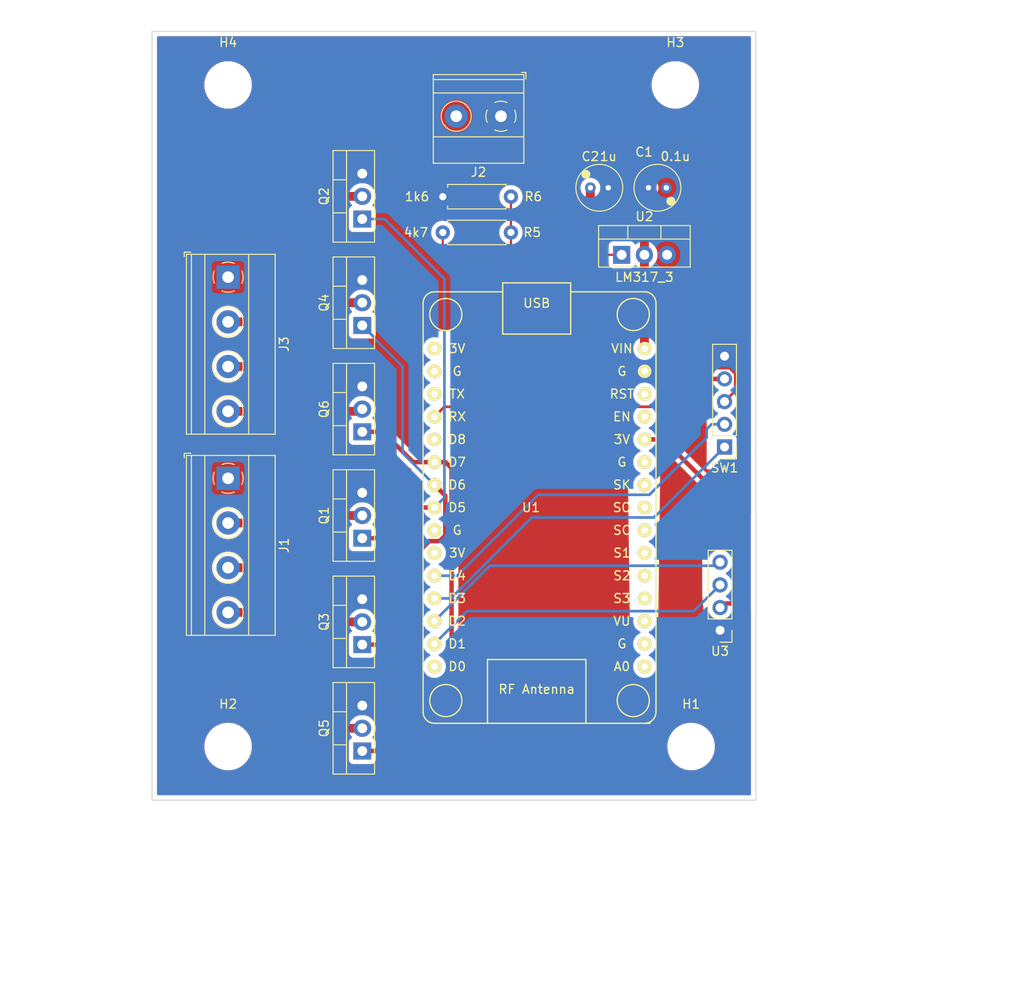
<source format=kicad_pcb>
(kicad_pcb (version 20171130) (host pcbnew 5.1.9-1.fc33)

  (general
    (thickness 1.6)
    (drawings 7)
    (tracks 104)
    (zones 0)
    (modules 21)
    (nets 39)
  )

  (page A4)
  (layers
    (0 F.Cu signal)
    (31 B.Cu signal)
    (32 B.Adhes user)
    (33 F.Adhes user)
    (34 B.Paste user)
    (35 F.Paste user)
    (36 B.SilkS user)
    (37 F.SilkS user)
    (38 B.Mask user)
    (39 F.Mask user)
    (40 Dwgs.User user)
    (41 Cmts.User user)
    (42 Eco1.User user)
    (43 Eco2.User user)
    (44 Edge.Cuts user)
    (45 Margin user)
    (46 B.CrtYd user)
    (47 F.CrtYd user)
    (48 B.Fab user)
    (49 F.Fab user)
  )

  (setup
    (last_trace_width 0.25)
    (user_trace_width 0.3)
    (user_trace_width 0.5)
    (user_trace_width 1)
    (trace_clearance 0.2)
    (zone_clearance 0.508)
    (zone_45_only yes)
    (trace_min 0.2)
    (via_size 0.8)
    (via_drill 0.4)
    (via_min_size 0.4)
    (via_min_drill 0.3)
    (uvia_size 0.3)
    (uvia_drill 0.1)
    (uvias_allowed no)
    (uvia_min_size 0.2)
    (uvia_min_drill 0.1)
    (edge_width 0.1)
    (segment_width 0.2)
    (pcb_text_width 0.3)
    (pcb_text_size 1.5 1.5)
    (mod_edge_width 0.15)
    (mod_text_size 1 1)
    (mod_text_width 0.15)
    (pad_size 1.524 1.524)
    (pad_drill 0.762)
    (pad_to_mask_clearance 0)
    (aux_axis_origin 0 0)
    (visible_elements FFFFFF7F)
    (pcbplotparams
      (layerselection 0x010fc_ffffffff)
      (usegerberextensions false)
      (usegerberattributes true)
      (usegerberadvancedattributes true)
      (creategerberjobfile true)
      (excludeedgelayer true)
      (linewidth 0.100000)
      (plotframeref false)
      (viasonmask false)
      (mode 1)
      (useauxorigin false)
      (hpglpennumber 1)
      (hpglpenspeed 20)
      (hpglpendiameter 15.000000)
      (psnegative false)
      (psa4output false)
      (plotreference true)
      (plotvalue true)
      (plotinvisibletext false)
      (padsonsilk false)
      (subtractmaskfromsilk false)
      (outputformat 1)
      (mirror false)
      (drillshape 1)
      (scaleselection 1)
      (outputdirectory ""))
  )

  (net 0 "")
  (net 1 Earth)
  (net 2 +12V)
  (net 3 "Net-(J1-Pad4)")
  (net 4 "Net-(J1-Pad3)")
  (net 5 "Net-(J1-Pad2)")
  (net 6 "Net-(J3-Pad4)")
  (net 7 "Net-(J3-Pad3)")
  (net 8 "Net-(J3-Pad2)")
  (net 9 "Net-(R5-Pad2)")
  (net 10 "Net-(U1-Pad30)")
  (net 11 "Net-(U1-Pad25)")
  (net 12 "Net-(U1-Pad20)")
  (net 13 "Net-(U1-Pad18)")
  (net 14 "Net-(U1-Pad13)")
  (net 15 "Net-(U1-Pad12)")
  (net 16 "Net-(U1-Pad9)")
  (net 17 "Net-(U1-Pad8)")
  (net 18 "Net-(U1-Pad7)")
  (net 19 "Net-(U1-Pad6)")
  (net 20 "Net-(U1-Pad5)")
  (net 21 "Net-(U1-Pad4)")
  (net 22 "Net-(U1-Pad3)")
  (net 23 "Net-(U1-Pad2)")
  (net 24 "Net-(U1-Pad1)")
  (net 25 +5V)
  (net 26 GREEN)
  (net 27 RED)
  (net 28 BLUE)
  (net 29 BUTTON)
  (net 30 ROT-)
  (net 31 ROT+)
  (net 32 SCL)
  (net 33 SDA)
  (net 34 "Net-(U1-Pad24)")
  (net 35 "Net-(U1-Pad10)")
  (net 36 +3V3)
  (net 37 "Net-(U1-Pad17)")
  (net 38 "Net-(U1-Pad16)")

  (net_class Default "This is the default net class."
    (clearance 0.2)
    (trace_width 0.25)
    (via_dia 0.8)
    (via_drill 0.4)
    (uvia_dia 0.3)
    (uvia_drill 0.1)
    (add_net +12V)
    (add_net +3V3)
    (add_net +5V)
    (add_net BLUE)
    (add_net BUTTON)
    (add_net Earth)
    (add_net GREEN)
    (add_net "Net-(J1-Pad2)")
    (add_net "Net-(J1-Pad3)")
    (add_net "Net-(J1-Pad4)")
    (add_net "Net-(J3-Pad2)")
    (add_net "Net-(J3-Pad3)")
    (add_net "Net-(J3-Pad4)")
    (add_net "Net-(R5-Pad2)")
    (add_net "Net-(U1-Pad1)")
    (add_net "Net-(U1-Pad10)")
    (add_net "Net-(U1-Pad12)")
    (add_net "Net-(U1-Pad13)")
    (add_net "Net-(U1-Pad16)")
    (add_net "Net-(U1-Pad17)")
    (add_net "Net-(U1-Pad18)")
    (add_net "Net-(U1-Pad2)")
    (add_net "Net-(U1-Pad20)")
    (add_net "Net-(U1-Pad24)")
    (add_net "Net-(U1-Pad25)")
    (add_net "Net-(U1-Pad3)")
    (add_net "Net-(U1-Pad30)")
    (add_net "Net-(U1-Pad4)")
    (add_net "Net-(U1-Pad5)")
    (add_net "Net-(U1-Pad6)")
    (add_net "Net-(U1-Pad7)")
    (add_net "Net-(U1-Pad8)")
    (add_net "Net-(U1-Pad9)")
    (add_net RED)
    (add_net ROT+)
    (add_net ROT-)
    (add_net SCL)
    (add_net SDA)
  )

  (module ESP8266:ESP12F-Devkit-V3 (layer F.Cu) (tedit 5B8C418D) (tstamp 6075E966)
    (at 115.5 68.5 180)
    (path /6084380D)
    (fp_text reference U1 (at 0.635 -1.27) (layer F.SilkS)
      (effects (font (size 1 1) (thickness 0.15)))
    )
    (fp_text value "NodeMCU_1.0_(ESP-12E)" (at 0 -6.35) (layer F.Fab)
      (effects (font (size 1 1) (thickness 0.15)))
    )
    (fp_line (start 11.43 22.86) (end 3.81 22.86) (layer F.SilkS) (width 0.15))
    (fp_line (start 5.5 -18.27) (end -5.5 -18.27) (layer F.SilkS) (width 0.15))
    (fp_line (start 5.5 -25.4) (end 5.5 -18.27) (layer F.SilkS) (width 0.15))
    (fp_line (start -5.5 -18.27) (end -5.5 -25.4) (layer F.SilkS) (width 0.15))
    (fp_line (start -3.8 23.86) (end -3.8 18.13) (layer F.SilkS) (width 0.15))
    (fp_line (start -3.8 18.13) (end 3.8 18.13) (layer F.SilkS) (width 0.15))
    (fp_line (start 3.8 18.13) (end 3.8 23.86) (layer F.SilkS) (width 0.15))
    (fp_line (start 3.8 23.86) (end -3.8 23.86) (layer F.SilkS) (width 0.15))
    (fp_line (start 12.7 -24.13) (end 12.7 21.59) (layer F.SilkS) (width 0.15))
    (fp_line (start -13.335 -24.13) (end -13.335 21.59) (layer F.SilkS) (width 0.15))
    (fp_line (start -3.81 22.86) (end -12.065 22.86) (layer F.SilkS) (width 0.15))
    (fp_circle (center 10.16 20.32) (end 11.43 19.05) (layer F.SilkS) (width 0.15))
    (fp_circle (center -10.795 20.32) (end -9.525 19.05) (layer F.SilkS) (width 0.15))
    (fp_circle (center -10.795 -22.86) (end -9.525 -24.13) (layer F.SilkS) (width 0.15))
    (fp_circle (center 10.16 -22.86) (end 11.43 -24.13) (layer F.SilkS) (width 0.15))
    (fp_line (start 11.43 -25.4) (end -12.7 -25.4) (layer F.SilkS) (width 0.15))
    (fp_text user D0 (at 8.89 -19.05) (layer F.SilkS)
      (effects (font (size 1 1) (thickness 0.15)))
    )
    (fp_text user D1 (at 8.89 -16.51) (layer F.SilkS)
      (effects (font (size 1 1) (thickness 0.15)))
    )
    (fp_text user D2 (at 8.89 -13.97) (layer F.SilkS)
      (effects (font (size 1 1) (thickness 0.15)))
    )
    (fp_text user D3 (at 8.89 -11.43) (layer F.SilkS)
      (effects (font (size 1 1) (thickness 0.15)))
    )
    (fp_text user D4 (at 8.89 -8.89) (layer F.SilkS)
      (effects (font (size 1 1) (thickness 0.15)))
    )
    (fp_text user 3V (at 8.89 -6.35) (layer F.SilkS)
      (effects (font (size 1 1) (thickness 0.15)))
    )
    (fp_text user G (at 8.89 -3.81) (layer F.SilkS)
      (effects (font (size 1 1) (thickness 0.15)))
    )
    (fp_text user D5 (at 8.89 -1.27) (layer F.SilkS)
      (effects (font (size 1 1) (thickness 0.15)))
    )
    (fp_text user D6 (at 8.89 1.27) (layer F.SilkS)
      (effects (font (size 1 1) (thickness 0.15)))
    )
    (fp_text user D7 (at 8.89 3.81) (layer F.SilkS)
      (effects (font (size 1 1) (thickness 0.15)))
    )
    (fp_text user D8 (at 8.89 6.35) (layer F.SilkS)
      (effects (font (size 1 1) (thickness 0.15)))
    )
    (fp_text user RX (at 8.89 8.89) (layer F.SilkS)
      (effects (font (size 1 1) (thickness 0.15)))
    )
    (fp_text user TX (at 8.89 11.43) (layer F.SilkS)
      (effects (font (size 1 1) (thickness 0.15)))
    )
    (fp_text user G (at 8.89 13.97) (layer F.SilkS)
      (effects (font (size 1 1) (thickness 0.15)))
    )
    (fp_text user 3V (at 8.89 16.51) (layer F.SilkS)
      (effects (font (size 1 1) (thickness 0.15)))
    )
    (fp_text user A0 (at -9.525 -19.05) (layer F.SilkS)
      (effects (font (size 1 1) (thickness 0.15)))
    )
    (fp_text user G (at -9.525 -16.51) (layer F.SilkS)
      (effects (font (size 1 1) (thickness 0.15)))
    )
    (fp_text user VU (at -9.525 -13.97) (layer F.SilkS)
      (effects (font (size 1 1) (thickness 0.15)))
    )
    (fp_text user S3 (at -9.525 -11.43) (layer F.SilkS)
      (effects (font (size 1 1) (thickness 0.15)))
    )
    (fp_text user S2 (at -9.525 -8.89) (layer F.SilkS)
      (effects (font (size 1 1) (thickness 0.15)))
    )
    (fp_text user S1 (at -9.525 -6.35) (layer F.SilkS)
      (effects (font (size 1 1) (thickness 0.15)))
    )
    (fp_text user SC (at -9.525 -3.81) (layer F.SilkS)
      (effects (font (size 1 1) (thickness 0.15)))
    )
    (fp_text user SO (at -9.525 -1.27) (layer F.SilkS)
      (effects (font (size 1 1) (thickness 0.15)))
    )
    (fp_text user SK (at -9.525 1.27) (layer F.SilkS)
      (effects (font (size 1 1) (thickness 0.15)))
    )
    (fp_text user G (at -9.525 3.81) (layer F.SilkS)
      (effects (font (size 1 1) (thickness 0.15)))
    )
    (fp_text user 3V (at -9.525 6.35) (layer F.SilkS)
      (effects (font (size 1 1) (thickness 0.15)))
    )
    (fp_text user EN (at -9.525 8.89) (layer F.SilkS)
      (effects (font (size 1 1) (thickness 0.15)))
    )
    (fp_text user RST (at -9.525 11.43) (layer F.SilkS)
      (effects (font (size 1 1) (thickness 0.15)))
    )
    (fp_text user G (at -9.525 13.97) (layer F.SilkS)
      (effects (font (size 1 1) (thickness 0.15)))
    )
    (fp_text user VIN (at -9.525 16.51) (layer F.SilkS)
      (effects (font (size 1 1) (thickness 0.15)))
    )
    (fp_arc (start -12.065 21.59) (end -12.065 22.86) (angle 90) (layer F.SilkS) (width 0.15))
    (fp_arc (start 11.43 21.59) (end 12.7 21.59) (angle 90) (layer F.SilkS) (width 0.15))
    (fp_arc (start 11.43 -24.13) (end 11.43 -25.4) (angle 90) (layer F.SilkS) (width 0.15))
    (fp_arc (start -12.065 -24.13) (end -13.335 -24.13) (angle 90) (layer F.SilkS) (width 0.15))
    (fp_text user "RF Antenna" (at 0 -21.59) (layer F.SilkS)
      (effects (font (size 1 1) (thickness 0.15)))
    )
    (fp_text user USB (at 0 21.59) (layer F.SilkS)
      (effects (font (size 1 1) (thickness 0.15)))
    )
    (pad 30 thru_hole circle (at 11.43 -19.05 180) (size 1.524 1.524) (drill 0.762) (layers *.Cu *.Mask F.SilkS)
      (net 10 "Net-(U1-Pad30)"))
    (pad 29 thru_hole circle (at 11.43 -16.51 180) (size 1.524 1.524) (drill 0.762) (layers *.Cu *.Mask F.SilkS)
      (net 32 SCL))
    (pad 28 thru_hole circle (at 11.43 -13.97 180) (size 1.524 1.524) (drill 0.762) (layers *.Cu *.Mask F.SilkS)
      (net 33 SDA))
    (pad 27 thru_hole circle (at 11.43 -11.43 180) (size 1.524 1.524) (drill 0.762) (layers *.Cu *.Mask F.SilkS)
      (net 31 ROT+))
    (pad 26 thru_hole circle (at 11.43 -8.89 180) (size 1.524 1.524) (drill 0.762) (layers *.Cu *.Mask F.SilkS)
      (net 30 ROT-))
    (pad 25 thru_hole circle (at 11.43 -6.35 180) (size 1.524 1.524) (drill 0.762) (layers *.Cu *.Mask F.SilkS)
      (net 11 "Net-(U1-Pad25)"))
    (pad 24 thru_hole circle (at 11.43 -3.81 180) (size 1.524 1.524) (drill 0.762) (layers *.Cu *.Mask F.SilkS)
      (net 34 "Net-(U1-Pad24)"))
    (pad 23 thru_hole circle (at 11.43 -1.27 180) (size 1.524 1.524) (drill 0.762) (layers *.Cu *.Mask F.SilkS)
      (net 26 GREEN))
    (pad 22 thru_hole circle (at 11.43 1.27 180) (size 1.524 1.524) (drill 0.762) (layers *.Cu *.Mask F.SilkS)
      (net 27 RED))
    (pad 21 thru_hole circle (at 11.43 3.81 180) (size 1.524 1.524) (drill 0.762) (layers *.Cu *.Mask F.SilkS)
      (net 28 BLUE))
    (pad 20 thru_hole circle (at 11.43 6.35 180) (size 1.524 1.524) (drill 0.762) (layers *.Cu *.Mask F.SilkS)
      (net 12 "Net-(U1-Pad20)"))
    (pad 19 thru_hole circle (at 11.43 8.89 180) (size 1.524 1.524) (drill 0.762) (layers *.Cu *.Mask F.SilkS)
      (net 29 BUTTON))
    (pad 18 thru_hole circle (at 11.43 11.43 180) (size 1.524 1.524) (drill 0.762) (layers *.Cu *.Mask F.SilkS)
      (net 13 "Net-(U1-Pad18)"))
    (pad 17 thru_hole circle (at 11.43 13.97 180) (size 1.524 1.524) (drill 0.762) (layers *.Cu *.Mask F.SilkS)
      (net 37 "Net-(U1-Pad17)"))
    (pad 16 thru_hole circle (at 11.43 16.51 180) (size 1.524 1.524) (drill 0.762) (layers *.Cu *.Mask F.SilkS)
      (net 38 "Net-(U1-Pad16)"))
    (pad 15 thru_hole circle (at -12.065 16.51 180) (size 1.524 1.524) (drill 0.762) (layers *.Cu *.Mask F.SilkS)
      (net 25 +5V))
    (pad 14 thru_hole circle (at -12.065 13.97 180) (size 1.524 1.524) (drill 0.762) (layers *.Cu *.Mask F.SilkS)
      (net 1 Earth))
    (pad 13 thru_hole circle (at -12.065 11.43 180) (size 1.524 1.524) (drill 0.762) (layers *.Cu *.Mask F.SilkS)
      (net 14 "Net-(U1-Pad13)"))
    (pad 12 thru_hole circle (at -12.065 8.89 180) (size 1.524 1.524) (drill 0.762) (layers *.Cu *.Mask F.SilkS)
      (net 15 "Net-(U1-Pad12)"))
    (pad 11 thru_hole circle (at -12.065 6.35 180) (size 1.524 1.524) (drill 0.762) (layers *.Cu *.Mask F.SilkS)
      (net 36 +3V3))
    (pad 10 thru_hole circle (at -12.065 3.81 180) (size 1.524 1.524) (drill 0.762) (layers *.Cu *.Mask F.SilkS)
      (net 35 "Net-(U1-Pad10)"))
    (pad 9 thru_hole circle (at -12.065 1.27 180) (size 1.524 1.524) (drill 0.762) (layers *.Cu *.Mask F.SilkS)
      (net 16 "Net-(U1-Pad9)"))
    (pad 8 thru_hole circle (at -12.065 -1.27 180) (size 1.524 1.524) (drill 0.762) (layers *.Cu *.Mask F.SilkS)
      (net 17 "Net-(U1-Pad8)"))
    (pad 7 thru_hole circle (at -12.065 -3.81 180) (size 1.524 1.524) (drill 0.762) (layers *.Cu *.Mask F.SilkS)
      (net 18 "Net-(U1-Pad7)"))
    (pad 6 thru_hole circle (at -12.065 -6.35 180) (size 1.524 1.524) (drill 0.762) (layers *.Cu *.Mask F.SilkS)
      (net 19 "Net-(U1-Pad6)"))
    (pad 5 thru_hole circle (at -12.065 -8.89 180) (size 1.524 1.524) (drill 0.762) (layers *.Cu *.Mask F.SilkS)
      (net 20 "Net-(U1-Pad5)"))
    (pad 4 thru_hole circle (at -12.065 -11.43 180) (size 1.524 1.524) (drill 0.762) (layers *.Cu *.Mask F.SilkS)
      (net 21 "Net-(U1-Pad4)"))
    (pad 3 thru_hole circle (at -12.065 -13.97 180) (size 1.524 1.524) (drill 0.762) (layers *.Cu *.Mask F.SilkS)
      (net 22 "Net-(U1-Pad3)"))
    (pad 2 thru_hole circle (at -12.065 -16.51 180) (size 1.524 1.524) (drill 0.762) (layers *.Cu *.Mask F.SilkS)
      (net 23 "Net-(U1-Pad2)"))
    (pad 1 thru_hole circle (at -12.065 -19.05 180) (size 1.524 1.524) (drill 0.762) (layers *.Cu *.Mask F.SilkS)
      (net 24 "Net-(U1-Pad1)"))
  )

  (module Connector_PinHeader_2.54mm:PinHeader_1x04_P2.54mm_Vertical (layer F.Cu) (tedit 59FED5CC) (tstamp 608389A6)
    (at 136 83.5 180)
    (descr "Through hole straight pin header, 1x04, 2.54mm pitch, single row")
    (tags "Through hole pin header THT 1x04 2.54mm single row")
    (path /5F98CB8D)
    (fp_text reference U3 (at 0 -2.33) (layer F.SilkS)
      (effects (font (size 1 1) (thickness 0.15)))
    )
    (fp_text value OLED (at 0 9.95) (layer F.Fab)
      (effects (font (size 1 1) (thickness 0.15)))
    )
    (fp_line (start 1.8 -1.8) (end -1.8 -1.8) (layer F.CrtYd) (width 0.05))
    (fp_line (start 1.8 9.4) (end 1.8 -1.8) (layer F.CrtYd) (width 0.05))
    (fp_line (start -1.8 9.4) (end 1.8 9.4) (layer F.CrtYd) (width 0.05))
    (fp_line (start -1.8 -1.8) (end -1.8 9.4) (layer F.CrtYd) (width 0.05))
    (fp_line (start -1.33 -1.33) (end 0 -1.33) (layer F.SilkS) (width 0.12))
    (fp_line (start -1.33 0) (end -1.33 -1.33) (layer F.SilkS) (width 0.12))
    (fp_line (start -1.33 1.27) (end 1.33 1.27) (layer F.SilkS) (width 0.12))
    (fp_line (start 1.33 1.27) (end 1.33 8.95) (layer F.SilkS) (width 0.12))
    (fp_line (start -1.33 1.27) (end -1.33 8.95) (layer F.SilkS) (width 0.12))
    (fp_line (start -1.33 8.95) (end 1.33 8.95) (layer F.SilkS) (width 0.12))
    (fp_line (start -1.27 -0.635) (end -0.635 -1.27) (layer F.Fab) (width 0.1))
    (fp_line (start -1.27 8.89) (end -1.27 -0.635) (layer F.Fab) (width 0.1))
    (fp_line (start 1.27 8.89) (end -1.27 8.89) (layer F.Fab) (width 0.1))
    (fp_line (start 1.27 -1.27) (end 1.27 8.89) (layer F.Fab) (width 0.1))
    (fp_line (start -0.635 -1.27) (end 1.27 -1.27) (layer F.Fab) (width 0.1))
    (fp_text user %R (at 0 3.81 90) (layer F.Fab)
      (effects (font (size 1 1) (thickness 0.15)))
    )
    (pad 4 thru_hole oval (at 0 7.62 180) (size 1.7 1.7) (drill 1) (layers *.Cu *.Mask)
      (net 33 SDA))
    (pad 3 thru_hole oval (at 0 5.08 180) (size 1.7 1.7) (drill 1) (layers *.Cu *.Mask)
      (net 32 SCL))
    (pad 2 thru_hole oval (at 0 2.54 180) (size 1.7 1.7) (drill 1) (layers *.Cu *.Mask)
      (net 36 +3V3))
    (pad 1 thru_hole rect (at 0 0 180) (size 1.7 1.7) (drill 1) (layers *.Cu *.Mask)
      (net 1 Earth))
    (model ${KISYS3DMOD}/Connector_PinHeader_2.54mm.3dshapes/PinHeader_1x04_P2.54mm_Vertical.wrl
      (at (xyz 0 0 0))
      (scale (xyz 1 1 1))
      (rotate (xyz 0 0 0))
    )
  )

  (module Connector_PinHeader_2.54mm:PinHeader_1x05_P2.54mm_Vertical (layer F.Cu) (tedit 59FED5CC) (tstamp 6083866C)
    (at 136.5 63 180)
    (descr "Through hole straight pin header, 1x05, 2.54mm pitch, single row")
    (tags "Through hole pin header THT 1x05 2.54mm single row")
    (path /5F9912D5)
    (fp_text reference SW1 (at 0 -2.33) (layer F.SilkS)
      (effects (font (size 1 1) (thickness 0.15)))
    )
    (fp_text value JOYIT_040 (at 0 12.49) (layer F.Fab)
      (effects (font (size 1 1) (thickness 0.15)))
    )
    (fp_line (start 1.8 -1.8) (end -1.8 -1.8) (layer F.CrtYd) (width 0.05))
    (fp_line (start 1.8 11.95) (end 1.8 -1.8) (layer F.CrtYd) (width 0.05))
    (fp_line (start -1.8 11.95) (end 1.8 11.95) (layer F.CrtYd) (width 0.05))
    (fp_line (start -1.8 -1.8) (end -1.8 11.95) (layer F.CrtYd) (width 0.05))
    (fp_line (start -1.33 -1.33) (end 0 -1.33) (layer F.SilkS) (width 0.12))
    (fp_line (start -1.33 0) (end -1.33 -1.33) (layer F.SilkS) (width 0.12))
    (fp_line (start -1.33 1.27) (end 1.33 1.27) (layer F.SilkS) (width 0.12))
    (fp_line (start 1.33 1.27) (end 1.33 11.49) (layer F.SilkS) (width 0.12))
    (fp_line (start -1.33 1.27) (end -1.33 11.49) (layer F.SilkS) (width 0.12))
    (fp_line (start -1.33 11.49) (end 1.33 11.49) (layer F.SilkS) (width 0.12))
    (fp_line (start -1.27 -0.635) (end -0.635 -1.27) (layer F.Fab) (width 0.1))
    (fp_line (start -1.27 11.43) (end -1.27 -0.635) (layer F.Fab) (width 0.1))
    (fp_line (start 1.27 11.43) (end -1.27 11.43) (layer F.Fab) (width 0.1))
    (fp_line (start 1.27 -1.27) (end 1.27 11.43) (layer F.Fab) (width 0.1))
    (fp_line (start -0.635 -1.27) (end 1.27 -1.27) (layer F.Fab) (width 0.1))
    (fp_text user %R (at 0 5.08 90) (layer F.Fab)
      (effects (font (size 1 1) (thickness 0.15)))
    )
    (pad 5 thru_hole oval (at 0 10.16 180) (size 1.7 1.7) (drill 1) (layers *.Cu *.Mask)
      (net 1 Earth))
    (pad 4 thru_hole oval (at 0 7.62 180) (size 1.7 1.7) (drill 1) (layers *.Cu *.Mask)
      (net 36 +3V3))
    (pad 3 thru_hole oval (at 0 5.08 180) (size 1.7 1.7) (drill 1) (layers *.Cu *.Mask)
      (net 29 BUTTON))
    (pad 2 thru_hole oval (at 0 2.54 180) (size 1.7 1.7) (drill 1) (layers *.Cu *.Mask)
      (net 30 ROT-))
    (pad 1 thru_hole rect (at 0 0 180) (size 1.7 1.7) (drill 1) (layers *.Cu *.Mask)
      (net 31 ROT+))
    (model ${KISYS3DMOD}/Connector_PinHeader_2.54mm.3dshapes/PinHeader_1x05_P2.54mm_Vertical.wrl
      (at (xyz 0 0 0))
      (scale (xyz 1 1 1))
      (rotate (xyz 0 0 0))
    )
  )

  (module Package_TO_SOT_THT:TO-220-3_Vertical (layer F.Cu) (tedit 5AC8BA0D) (tstamp 6075E980)
    (at 125 41.5)
    (descr "TO-220-3, Vertical, RM 2.54mm, see https://www.vishay.com/docs/66542/to-220-1.pdf")
    (tags "TO-220-3 Vertical RM 2.54mm")
    (path /5F994B4B)
    (fp_text reference U2 (at 2.54 -4.27) (layer F.SilkS)
      (effects (font (size 1 1) (thickness 0.15)))
    )
    (fp_text value LM317_3 (at 2.54 2.5) (layer F.SilkS)
      (effects (font (size 1 1) (thickness 0.15)))
    )
    (fp_line (start -2.46 -3.15) (end -2.46 1.25) (layer F.Fab) (width 0.1))
    (fp_line (start -2.46 1.25) (end 7.54 1.25) (layer F.Fab) (width 0.1))
    (fp_line (start 7.54 1.25) (end 7.54 -3.15) (layer F.Fab) (width 0.1))
    (fp_line (start 7.54 -3.15) (end -2.46 -3.15) (layer F.Fab) (width 0.1))
    (fp_line (start -2.46 -1.88) (end 7.54 -1.88) (layer F.Fab) (width 0.1))
    (fp_line (start 0.69 -3.15) (end 0.69 -1.88) (layer F.Fab) (width 0.1))
    (fp_line (start 4.39 -3.15) (end 4.39 -1.88) (layer F.Fab) (width 0.1))
    (fp_line (start -2.58 -3.27) (end 7.66 -3.27) (layer F.SilkS) (width 0.12))
    (fp_line (start -2.58 1.371) (end 7.66 1.371) (layer F.SilkS) (width 0.12))
    (fp_line (start -2.58 -3.27) (end -2.58 1.371) (layer F.SilkS) (width 0.12))
    (fp_line (start 7.66 -3.27) (end 7.66 1.371) (layer F.SilkS) (width 0.12))
    (fp_line (start -2.58 -1.76) (end 7.66 -1.76) (layer F.SilkS) (width 0.12))
    (fp_line (start 0.69 -3.27) (end 0.69 -1.76) (layer F.SilkS) (width 0.12))
    (fp_line (start 4.391 -3.27) (end 4.391 -1.76) (layer F.SilkS) (width 0.12))
    (fp_line (start -2.71 -3.4) (end -2.71 1.51) (layer F.CrtYd) (width 0.05))
    (fp_line (start -2.71 1.51) (end 7.79 1.51) (layer F.CrtYd) (width 0.05))
    (fp_line (start 7.79 1.51) (end 7.79 -3.4) (layer F.CrtYd) (width 0.05))
    (fp_line (start 7.79 -3.4) (end -2.71 -3.4) (layer F.CrtYd) (width 0.05))
    (fp_text user %R (at 9 -0.5) (layer F.Fab)
      (effects (font (size 1 1) (thickness 0.15)))
    )
    (pad 3 thru_hole oval (at 5.08 0) (size 1.905 2) (drill 1.1) (layers *.Cu *.Mask)
      (net 2 +12V))
    (pad 2 thru_hole oval (at 2.54 0) (size 1.905 2) (drill 1.1) (layers *.Cu *.Mask)
      (net 25 +5V))
    (pad 1 thru_hole rect (at 0 0) (size 1.905 2) (drill 1.1) (layers *.Cu *.Mask)
      (net 9 "Net-(R5-Pad2)"))
    (model ${KISYS3DMOD}/Package_TO_SOT_THT.3dshapes/TO-220-3_Vertical.wrl
      (at (xyz 0 0 0))
      (scale (xyz 1 1 1))
      (rotate (xyz 0 0 0))
    )
  )

  (module Resistor_THT:R_Axial_DIN0207_L6.3mm_D2.5mm_P7.62mm_Horizontal (layer F.Cu) (tedit 5AE5139B) (tstamp 6075E910)
    (at 112.62 35 180)
    (descr "Resistor, Axial_DIN0207 series, Axial, Horizontal, pin pitch=7.62mm, 0.25W = 1/4W, length*diameter=6.3*2.5mm^2, http://cdn-reichelt.de/documents/datenblatt/B400/1_4W%23YAG.pdf")
    (tags "Resistor Axial_DIN0207 series Axial Horizontal pin pitch 7.62mm 0.25W = 1/4W length 6.3mm diameter 2.5mm")
    (path /5F995204)
    (fp_text reference R6 (at -2.5 0) (layer F.SilkS)
      (effects (font (size 1 1) (thickness 0.15)))
    )
    (fp_text value 1k6 (at 10.5 0) (layer F.SilkS)
      (effects (font (size 1 1) (thickness 0.15)))
    )
    (fp_line (start 0.66 -1.25) (end 0.66 1.25) (layer F.Fab) (width 0.1))
    (fp_line (start 0.66 1.25) (end 6.96 1.25) (layer F.Fab) (width 0.1))
    (fp_line (start 6.96 1.25) (end 6.96 -1.25) (layer F.Fab) (width 0.1))
    (fp_line (start 6.96 -1.25) (end 0.66 -1.25) (layer F.Fab) (width 0.1))
    (fp_line (start 0 0) (end 0.66 0) (layer F.Fab) (width 0.1))
    (fp_line (start 7.62 0) (end 6.96 0) (layer F.Fab) (width 0.1))
    (fp_line (start 0.54 -1.04) (end 0.54 -1.37) (layer F.SilkS) (width 0.12))
    (fp_line (start 0.54 -1.37) (end 7.08 -1.37) (layer F.SilkS) (width 0.12))
    (fp_line (start 7.08 -1.37) (end 7.08 -1.04) (layer F.SilkS) (width 0.12))
    (fp_line (start 0.54 1.04) (end 0.54 1.37) (layer F.SilkS) (width 0.12))
    (fp_line (start 0.54 1.37) (end 7.08 1.37) (layer F.SilkS) (width 0.12))
    (fp_line (start 7.08 1.37) (end 7.08 1.04) (layer F.SilkS) (width 0.12))
    (fp_line (start -1.05 -1.5) (end -1.05 1.5) (layer F.CrtYd) (width 0.05))
    (fp_line (start -1.05 1.5) (end 8.67 1.5) (layer F.CrtYd) (width 0.05))
    (fp_line (start 8.67 1.5) (end 8.67 -1.5) (layer F.CrtYd) (width 0.05))
    (fp_line (start 8.67 -1.5) (end -1.05 -1.5) (layer F.CrtYd) (width 0.05))
    (fp_text user %R (at 3.81 0) (layer F.Fab)
      (effects (font (size 1 1) (thickness 0.15)))
    )
    (pad 2 thru_hole oval (at 7.62 0 180) (size 1.6 1.6) (drill 0.8) (layers *.Cu *.Mask)
      (net 1 Earth))
    (pad 1 thru_hole circle (at 0 0 180) (size 1.6 1.6) (drill 0.8) (layers *.Cu *.Mask)
      (net 9 "Net-(R5-Pad2)"))
    (model ${KISYS3DMOD}/Resistor_THT.3dshapes/R_Axial_DIN0207_L6.3mm_D2.5mm_P7.62mm_Horizontal.wrl
      (at (xyz 0 0 0))
      (scale (xyz 1 1 1))
      (rotate (xyz 0 0 0))
    )
  )

  (module Resistor_THT:R_Axial_DIN0207_L6.3mm_D2.5mm_P7.62mm_Horizontal (layer F.Cu) (tedit 5AE5139B) (tstamp 6075F52F)
    (at 105 39)
    (descr "Resistor, Axial_DIN0207 series, Axial, Horizontal, pin pitch=7.62mm, 0.25W = 1/4W, length*diameter=6.3*2.5mm^2, http://cdn-reichelt.de/documents/datenblatt/B400/1_4W%23YAG.pdf")
    (tags "Resistor Axial_DIN0207 series Axial Horizontal pin pitch 7.62mm 0.25W = 1/4W length 6.3mm diameter 2.5mm")
    (path /5F994EAD)
    (fp_text reference R5 (at 10 0) (layer F.SilkS)
      (effects (font (size 1 1) (thickness 0.15)))
    )
    (fp_text value 4k7 (at -3 0) (layer F.SilkS)
      (effects (font (size 1 1) (thickness 0.15)))
    )
    (fp_line (start 0.66 -1.25) (end 0.66 1.25) (layer F.Fab) (width 0.1))
    (fp_line (start 0.66 1.25) (end 6.96 1.25) (layer F.Fab) (width 0.1))
    (fp_line (start 6.96 1.25) (end 6.96 -1.25) (layer F.Fab) (width 0.1))
    (fp_line (start 6.96 -1.25) (end 0.66 -1.25) (layer F.Fab) (width 0.1))
    (fp_line (start 0 0) (end 0.66 0) (layer F.Fab) (width 0.1))
    (fp_line (start 7.62 0) (end 6.96 0) (layer F.Fab) (width 0.1))
    (fp_line (start 0.54 -1.04) (end 0.54 -1.37) (layer F.SilkS) (width 0.12))
    (fp_line (start 0.54 -1.37) (end 7.08 -1.37) (layer F.SilkS) (width 0.12))
    (fp_line (start 7.08 -1.37) (end 7.08 -1.04) (layer F.SilkS) (width 0.12))
    (fp_line (start 0.54 1.04) (end 0.54 1.37) (layer F.SilkS) (width 0.12))
    (fp_line (start 0.54 1.37) (end 7.08 1.37) (layer F.SilkS) (width 0.12))
    (fp_line (start 7.08 1.37) (end 7.08 1.04) (layer F.SilkS) (width 0.12))
    (fp_line (start -1.05 -1.5) (end -1.05 1.5) (layer F.CrtYd) (width 0.05))
    (fp_line (start -1.05 1.5) (end 8.67 1.5) (layer F.CrtYd) (width 0.05))
    (fp_line (start 8.67 1.5) (end 8.67 -1.5) (layer F.CrtYd) (width 0.05))
    (fp_line (start 8.67 -1.5) (end -1.05 -1.5) (layer F.CrtYd) (width 0.05))
    (fp_text user %R (at 4 0) (layer F.Fab)
      (effects (font (size 1 1) (thickness 0.15)))
    )
    (pad 2 thru_hole oval (at 7.62 0) (size 1.6 1.6) (drill 0.8) (layers *.Cu *.Mask)
      (net 9 "Net-(R5-Pad2)"))
    (pad 1 thru_hole circle (at 0 0) (size 1.6 1.6) (drill 0.8) (layers *.Cu *.Mask)
      (net 25 +5V))
    (model ${KISYS3DMOD}/Resistor_THT.3dshapes/R_Axial_DIN0207_L6.3mm_D2.5mm_P7.62mm_Horizontal.wrl
      (at (xyz 0 0 0))
      (scale (xyz 1 1 1))
      (rotate (xyz 0 0 0))
    )
  )

  (module Package_TO_SOT_THT:TO-220-3_Vertical (layer F.Cu) (tedit 5AC8BA0D) (tstamp 6075E8E2)
    (at 96 61.3 90)
    (descr "TO-220-3, Vertical, RM 2.54mm, see https://www.vishay.com/docs/66542/to-220-1.pdf")
    (tags "TO-220-3 Vertical RM 2.54mm")
    (path /60884B8F)
    (fp_text reference Q6 (at 2.54 -4.27 90) (layer F.SilkS)
      (effects (font (size 1 1) (thickness 0.15)))
    )
    (fp_text value IRLZ24NPBF (at 2.54 2.5 90) (layer F.Fab)
      (effects (font (size 1 1) (thickness 0.15)))
    )
    (fp_line (start -2.46 -3.15) (end -2.46 1.25) (layer F.Fab) (width 0.1))
    (fp_line (start -2.46 1.25) (end 7.54 1.25) (layer F.Fab) (width 0.1))
    (fp_line (start 7.54 1.25) (end 7.54 -3.15) (layer F.Fab) (width 0.1))
    (fp_line (start 7.54 -3.15) (end -2.46 -3.15) (layer F.Fab) (width 0.1))
    (fp_line (start -2.46 -1.88) (end 7.54 -1.88) (layer F.Fab) (width 0.1))
    (fp_line (start 0.69 -3.15) (end 0.69 -1.88) (layer F.Fab) (width 0.1))
    (fp_line (start 4.39 -3.15) (end 4.39 -1.88) (layer F.Fab) (width 0.1))
    (fp_line (start -2.58 -3.27) (end 7.66 -3.27) (layer F.SilkS) (width 0.12))
    (fp_line (start -2.58 1.371) (end 7.66 1.371) (layer F.SilkS) (width 0.12))
    (fp_line (start -2.58 -3.27) (end -2.58 1.371) (layer F.SilkS) (width 0.12))
    (fp_line (start 7.66 -3.27) (end 7.66 1.371) (layer F.SilkS) (width 0.12))
    (fp_line (start -2.58 -1.76) (end 7.66 -1.76) (layer F.SilkS) (width 0.12))
    (fp_line (start 0.69 -3.27) (end 0.69 -1.76) (layer F.SilkS) (width 0.12))
    (fp_line (start 4.391 -3.27) (end 4.391 -1.76) (layer F.SilkS) (width 0.12))
    (fp_line (start -2.71 -3.4) (end -2.71 1.51) (layer F.CrtYd) (width 0.05))
    (fp_line (start -2.71 1.51) (end 7.79 1.51) (layer F.CrtYd) (width 0.05))
    (fp_line (start 7.79 1.51) (end 7.79 -3.4) (layer F.CrtYd) (width 0.05))
    (fp_line (start 7.79 -3.4) (end -2.71 -3.4) (layer F.CrtYd) (width 0.05))
    (fp_text user %R (at 2.54 -4.27 90) (layer F.Fab)
      (effects (font (size 1 1) (thickness 0.15)))
    )
    (pad 3 thru_hole oval (at 5.08 0 90) (size 1.905 2) (drill 1.1) (layers *.Cu *.Mask)
      (net 1 Earth))
    (pad 2 thru_hole oval (at 2.54 0 90) (size 1.905 2) (drill 1.1) (layers *.Cu *.Mask)
      (net 6 "Net-(J3-Pad4)"))
    (pad 1 thru_hole rect (at 0 0 90) (size 1.905 2) (drill 1.1) (layers *.Cu *.Mask)
      (net 28 BLUE))
    (model ${KISYS3DMOD}/Package_TO_SOT_THT.3dshapes/TO-220-3_Vertical.wrl
      (at (xyz 0 0 0))
      (scale (xyz 1 1 1))
      (rotate (xyz 0 0 0))
    )
  )

  (module Package_TO_SOT_THT:TO-220-3_Vertical (layer F.Cu) (tedit 5AC8BA0D) (tstamp 6075E8C8)
    (at 96 97 90)
    (descr "TO-220-3, Vertical, RM 2.54mm, see https://www.vishay.com/docs/66542/to-220-1.pdf")
    (tags "TO-220-3 Vertical RM 2.54mm")
    (path /5F987346)
    (fp_text reference Q5 (at 2.54 -4.27 90) (layer F.SilkS)
      (effects (font (size 1 1) (thickness 0.15)))
    )
    (fp_text value IRLZ24NPBF (at 2.54 2.5 90) (layer F.Fab)
      (effects (font (size 1 1) (thickness 0.15)))
    )
    (fp_line (start -2.46 -3.15) (end -2.46 1.25) (layer F.Fab) (width 0.1))
    (fp_line (start -2.46 1.25) (end 7.54 1.25) (layer F.Fab) (width 0.1))
    (fp_line (start 7.54 1.25) (end 7.54 -3.15) (layer F.Fab) (width 0.1))
    (fp_line (start 7.54 -3.15) (end -2.46 -3.15) (layer F.Fab) (width 0.1))
    (fp_line (start -2.46 -1.88) (end 7.54 -1.88) (layer F.Fab) (width 0.1))
    (fp_line (start 0.69 -3.15) (end 0.69 -1.88) (layer F.Fab) (width 0.1))
    (fp_line (start 4.39 -3.15) (end 4.39 -1.88) (layer F.Fab) (width 0.1))
    (fp_line (start -2.58 -3.27) (end 7.66 -3.27) (layer F.SilkS) (width 0.12))
    (fp_line (start -2.58 1.371) (end 7.66 1.371) (layer F.SilkS) (width 0.12))
    (fp_line (start -2.58 -3.27) (end -2.58 1.371) (layer F.SilkS) (width 0.12))
    (fp_line (start 7.66 -3.27) (end 7.66 1.371) (layer F.SilkS) (width 0.12))
    (fp_line (start -2.58 -1.76) (end 7.66 -1.76) (layer F.SilkS) (width 0.12))
    (fp_line (start 0.69 -3.27) (end 0.69 -1.76) (layer F.SilkS) (width 0.12))
    (fp_line (start 4.391 -3.27) (end 4.391 -1.76) (layer F.SilkS) (width 0.12))
    (fp_line (start -2.71 -3.4) (end -2.71 1.51) (layer F.CrtYd) (width 0.05))
    (fp_line (start -2.71 1.51) (end 7.79 1.51) (layer F.CrtYd) (width 0.05))
    (fp_line (start 7.79 1.51) (end 7.79 -3.4) (layer F.CrtYd) (width 0.05))
    (fp_line (start 7.79 -3.4) (end -2.71 -3.4) (layer F.CrtYd) (width 0.05))
    (fp_text user %R (at 2.54 -4.27 90) (layer F.Fab)
      (effects (font (size 1 1) (thickness 0.15)))
    )
    (pad 3 thru_hole oval (at 5.08 0 90) (size 1.905 2) (drill 1.1) (layers *.Cu *.Mask)
      (net 1 Earth))
    (pad 2 thru_hole oval (at 2.54 0 90) (size 1.905 2) (drill 1.1) (layers *.Cu *.Mask)
      (net 3 "Net-(J1-Pad4)"))
    (pad 1 thru_hole rect (at 0 0 90) (size 1.905 2) (drill 1.1) (layers *.Cu *.Mask)
      (net 28 BLUE))
    (model ${KISYS3DMOD}/Package_TO_SOT_THT.3dshapes/TO-220-3_Vertical.wrl
      (at (xyz 0 0 0))
      (scale (xyz 1 1 1))
      (rotate (xyz 0 0 0))
    )
  )

  (module Package_TO_SOT_THT:TO-220-3_Vertical (layer F.Cu) (tedit 5AC8BA0D) (tstamp 6075E8AE)
    (at 96 49.4 90)
    (descr "TO-220-3, Vertical, RM 2.54mm, see https://www.vishay.com/docs/66542/to-220-1.pdf")
    (tags "TO-220-3 Vertical RM 2.54mm")
    (path /60884B83)
    (fp_text reference Q4 (at 2.54 -4.27 90) (layer F.SilkS)
      (effects (font (size 1 1) (thickness 0.15)))
    )
    (fp_text value IRLZ24NPBF (at 2.54 2.5 90) (layer F.Fab)
      (effects (font (size 1 1) (thickness 0.15)))
    )
    (fp_line (start -2.46 -3.15) (end -2.46 1.25) (layer F.Fab) (width 0.1))
    (fp_line (start -2.46 1.25) (end 7.54 1.25) (layer F.Fab) (width 0.1))
    (fp_line (start 7.54 1.25) (end 7.54 -3.15) (layer F.Fab) (width 0.1))
    (fp_line (start 7.54 -3.15) (end -2.46 -3.15) (layer F.Fab) (width 0.1))
    (fp_line (start -2.46 -1.88) (end 7.54 -1.88) (layer F.Fab) (width 0.1))
    (fp_line (start 0.69 -3.15) (end 0.69 -1.88) (layer F.Fab) (width 0.1))
    (fp_line (start 4.39 -3.15) (end 4.39 -1.88) (layer F.Fab) (width 0.1))
    (fp_line (start -2.58 -3.27) (end 7.66 -3.27) (layer F.SilkS) (width 0.12))
    (fp_line (start -2.58 1.371) (end 7.66 1.371) (layer F.SilkS) (width 0.12))
    (fp_line (start -2.58 -3.27) (end -2.58 1.371) (layer F.SilkS) (width 0.12))
    (fp_line (start 7.66 -3.27) (end 7.66 1.371) (layer F.SilkS) (width 0.12))
    (fp_line (start -2.58 -1.76) (end 7.66 -1.76) (layer F.SilkS) (width 0.12))
    (fp_line (start 0.69 -3.27) (end 0.69 -1.76) (layer F.SilkS) (width 0.12))
    (fp_line (start 4.391 -3.27) (end 4.391 -1.76) (layer F.SilkS) (width 0.12))
    (fp_line (start -2.71 -3.4) (end -2.71 1.51) (layer F.CrtYd) (width 0.05))
    (fp_line (start -2.71 1.51) (end 7.79 1.51) (layer F.CrtYd) (width 0.05))
    (fp_line (start 7.79 1.51) (end 7.79 -3.4) (layer F.CrtYd) (width 0.05))
    (fp_line (start 7.79 -3.4) (end -2.71 -3.4) (layer F.CrtYd) (width 0.05))
    (fp_text user %R (at 2.54 -4.27 90) (layer F.Fab)
      (effects (font (size 1 1) (thickness 0.15)))
    )
    (pad 3 thru_hole oval (at 5.08 0 90) (size 1.905 2) (drill 1.1) (layers *.Cu *.Mask)
      (net 1 Earth))
    (pad 2 thru_hole oval (at 2.54 0 90) (size 1.905 2) (drill 1.1) (layers *.Cu *.Mask)
      (net 7 "Net-(J3-Pad3)"))
    (pad 1 thru_hole rect (at 0 0 90) (size 1.905 2) (drill 1.1) (layers *.Cu *.Mask)
      (net 27 RED))
    (model ${KISYS3DMOD}/Package_TO_SOT_THT.3dshapes/TO-220-3_Vertical.wrl
      (at (xyz 0 0 0))
      (scale (xyz 1 1 1))
      (rotate (xyz 0 0 0))
    )
  )

  (module Package_TO_SOT_THT:TO-220-3_Vertical (layer F.Cu) (tedit 5AC8BA0D) (tstamp 6075E894)
    (at 96 85.1 90)
    (descr "TO-220-3, Vertical, RM 2.54mm, see https://www.vishay.com/docs/66542/to-220-1.pdf")
    (tags "TO-220-3 Vertical RM 2.54mm")
    (path /5F986FD8)
    (fp_text reference Q3 (at 2.54 -4.27 90) (layer F.SilkS)
      (effects (font (size 1 1) (thickness 0.15)))
    )
    (fp_text value IRLZ24NPBF (at 2.54 2.5 90) (layer F.Fab)
      (effects (font (size 1 1) (thickness 0.15)))
    )
    (fp_line (start -2.46 -3.15) (end -2.46 1.25) (layer F.Fab) (width 0.1))
    (fp_line (start -2.46 1.25) (end 7.54 1.25) (layer F.Fab) (width 0.1))
    (fp_line (start 7.54 1.25) (end 7.54 -3.15) (layer F.Fab) (width 0.1))
    (fp_line (start 7.54 -3.15) (end -2.46 -3.15) (layer F.Fab) (width 0.1))
    (fp_line (start -2.46 -1.88) (end 7.54 -1.88) (layer F.Fab) (width 0.1))
    (fp_line (start 0.69 -3.15) (end 0.69 -1.88) (layer F.Fab) (width 0.1))
    (fp_line (start 4.39 -3.15) (end 4.39 -1.88) (layer F.Fab) (width 0.1))
    (fp_line (start -2.58 -3.27) (end 7.66 -3.27) (layer F.SilkS) (width 0.12))
    (fp_line (start -2.58 1.371) (end 7.66 1.371) (layer F.SilkS) (width 0.12))
    (fp_line (start -2.58 -3.27) (end -2.58 1.371) (layer F.SilkS) (width 0.12))
    (fp_line (start 7.66 -3.27) (end 7.66 1.371) (layer F.SilkS) (width 0.12))
    (fp_line (start -2.58 -1.76) (end 7.66 -1.76) (layer F.SilkS) (width 0.12))
    (fp_line (start 0.69 -3.27) (end 0.69 -1.76) (layer F.SilkS) (width 0.12))
    (fp_line (start 4.391 -3.27) (end 4.391 -1.76) (layer F.SilkS) (width 0.12))
    (fp_line (start -2.71 -3.4) (end -2.71 1.51) (layer F.CrtYd) (width 0.05))
    (fp_line (start -2.71 1.51) (end 7.79 1.51) (layer F.CrtYd) (width 0.05))
    (fp_line (start 7.79 1.51) (end 7.79 -3.4) (layer F.CrtYd) (width 0.05))
    (fp_line (start 7.79 -3.4) (end -2.71 -3.4) (layer F.CrtYd) (width 0.05))
    (fp_text user %R (at 2.54 -4.27 90) (layer F.Fab)
      (effects (font (size 1 1) (thickness 0.15)))
    )
    (pad 3 thru_hole oval (at 5.08 0 90) (size 1.905 2) (drill 1.1) (layers *.Cu *.Mask)
      (net 1 Earth))
    (pad 2 thru_hole oval (at 2.54 0 90) (size 1.905 2) (drill 1.1) (layers *.Cu *.Mask)
      (net 4 "Net-(J1-Pad3)"))
    (pad 1 thru_hole rect (at 0 0 90) (size 1.905 2) (drill 1.1) (layers *.Cu *.Mask)
      (net 27 RED))
    (model ${KISYS3DMOD}/Package_TO_SOT_THT.3dshapes/TO-220-3_Vertical.wrl
      (at (xyz 0 0 0))
      (scale (xyz 1 1 1))
      (rotate (xyz 0 0 0))
    )
  )

  (module Package_TO_SOT_THT:TO-220-3_Vertical (layer F.Cu) (tedit 5AC8BA0D) (tstamp 6075E87A)
    (at 96 37.5 90)
    (descr "TO-220-3, Vertical, RM 2.54mm, see https://www.vishay.com/docs/66542/to-220-1.pdf")
    (tags "TO-220-3 Vertical RM 2.54mm")
    (path /60884B89)
    (fp_text reference Q2 (at 2.54 -4.27 90) (layer F.SilkS)
      (effects (font (size 1 1) (thickness 0.15)))
    )
    (fp_text value IRLZ24NPBF (at 2.54 2.5 90) (layer F.Fab)
      (effects (font (size 1 1) (thickness 0.15)))
    )
    (fp_line (start -2.46 -3.15) (end -2.46 1.25) (layer F.Fab) (width 0.1))
    (fp_line (start -2.46 1.25) (end 7.54 1.25) (layer F.Fab) (width 0.1))
    (fp_line (start 7.54 1.25) (end 7.54 -3.15) (layer F.Fab) (width 0.1))
    (fp_line (start 7.54 -3.15) (end -2.46 -3.15) (layer F.Fab) (width 0.1))
    (fp_line (start -2.46 -1.88) (end 7.54 -1.88) (layer F.Fab) (width 0.1))
    (fp_line (start 0.69 -3.15) (end 0.69 -1.88) (layer F.Fab) (width 0.1))
    (fp_line (start 4.39 -3.15) (end 4.39 -1.88) (layer F.Fab) (width 0.1))
    (fp_line (start -2.58 -3.27) (end 7.66 -3.27) (layer F.SilkS) (width 0.12))
    (fp_line (start -2.58 1.371) (end 7.66 1.371) (layer F.SilkS) (width 0.12))
    (fp_line (start -2.58 -3.27) (end -2.58 1.371) (layer F.SilkS) (width 0.12))
    (fp_line (start 7.66 -3.27) (end 7.66 1.371) (layer F.SilkS) (width 0.12))
    (fp_line (start -2.58 -1.76) (end 7.66 -1.76) (layer F.SilkS) (width 0.12))
    (fp_line (start 0.69 -3.27) (end 0.69 -1.76) (layer F.SilkS) (width 0.12))
    (fp_line (start 4.391 -3.27) (end 4.391 -1.76) (layer F.SilkS) (width 0.12))
    (fp_line (start -2.71 -3.4) (end -2.71 1.51) (layer F.CrtYd) (width 0.05))
    (fp_line (start -2.71 1.51) (end 7.79 1.51) (layer F.CrtYd) (width 0.05))
    (fp_line (start 7.79 1.51) (end 7.79 -3.4) (layer F.CrtYd) (width 0.05))
    (fp_line (start 7.79 -3.4) (end -2.71 -3.4) (layer F.CrtYd) (width 0.05))
    (fp_text user %R (at 2.54 -4.27 90) (layer F.Fab)
      (effects (font (size 1 1) (thickness 0.15)))
    )
    (pad 3 thru_hole oval (at 5.08 0 90) (size 1.905 2) (drill 1.1) (layers *.Cu *.Mask)
      (net 1 Earth))
    (pad 2 thru_hole oval (at 2.54 0 90) (size 1.905 2) (drill 1.1) (layers *.Cu *.Mask)
      (net 8 "Net-(J3-Pad2)"))
    (pad 1 thru_hole rect (at 0 0 90) (size 1.905 2) (drill 1.1) (layers *.Cu *.Mask)
      (net 26 GREEN))
    (model ${KISYS3DMOD}/Package_TO_SOT_THT.3dshapes/TO-220-3_Vertical.wrl
      (at (xyz 0 0 0))
      (scale (xyz 1 1 1))
      (rotate (xyz 0 0 0))
    )
  )

  (module Package_TO_SOT_THT:TO-220-3_Vertical (layer F.Cu) (tedit 5AC8BA0D) (tstamp 6075E860)
    (at 96 73.2 90)
    (descr "TO-220-3, Vertical, RM 2.54mm, see https://www.vishay.com/docs/66542/to-220-1.pdf")
    (tags "TO-220-3 Vertical RM 2.54mm")
    (path /5F9872EE)
    (fp_text reference Q1 (at 2.54 -4.27 90) (layer F.SilkS)
      (effects (font (size 1 1) (thickness 0.15)))
    )
    (fp_text value IRLZ24NPBF (at 2.54 2.5 90) (layer F.Fab)
      (effects (font (size 1 1) (thickness 0.15)))
    )
    (fp_line (start -2.46 -3.15) (end -2.46 1.25) (layer F.Fab) (width 0.1))
    (fp_line (start -2.46 1.25) (end 7.54 1.25) (layer F.Fab) (width 0.1))
    (fp_line (start 7.54 1.25) (end 7.54 -3.15) (layer F.Fab) (width 0.1))
    (fp_line (start 7.54 -3.15) (end -2.46 -3.15) (layer F.Fab) (width 0.1))
    (fp_line (start -2.46 -1.88) (end 7.54 -1.88) (layer F.Fab) (width 0.1))
    (fp_line (start 0.69 -3.15) (end 0.69 -1.88) (layer F.Fab) (width 0.1))
    (fp_line (start 4.39 -3.15) (end 4.39 -1.88) (layer F.Fab) (width 0.1))
    (fp_line (start -2.58 -3.27) (end 7.66 -3.27) (layer F.SilkS) (width 0.12))
    (fp_line (start -2.58 1.371) (end 7.66 1.371) (layer F.SilkS) (width 0.12))
    (fp_line (start -2.58 -3.27) (end -2.58 1.371) (layer F.SilkS) (width 0.12))
    (fp_line (start 7.66 -3.27) (end 7.66 1.371) (layer F.SilkS) (width 0.12))
    (fp_line (start -2.58 -1.76) (end 7.66 -1.76) (layer F.SilkS) (width 0.12))
    (fp_line (start 0.69 -3.27) (end 0.69 -1.76) (layer F.SilkS) (width 0.12))
    (fp_line (start 4.391 -3.27) (end 4.391 -1.76) (layer F.SilkS) (width 0.12))
    (fp_line (start -2.71 -3.4) (end -2.71 1.51) (layer F.CrtYd) (width 0.05))
    (fp_line (start -2.71 1.51) (end 7.79 1.51) (layer F.CrtYd) (width 0.05))
    (fp_line (start 7.79 1.51) (end 7.79 -3.4) (layer F.CrtYd) (width 0.05))
    (fp_line (start 7.79 -3.4) (end -2.71 -3.4) (layer F.CrtYd) (width 0.05))
    (fp_text user %R (at 2.54 -4.27 90) (layer F.Fab)
      (effects (font (size 1 1) (thickness 0.15)))
    )
    (pad 3 thru_hole oval (at 5.08 0 90) (size 1.905 2) (drill 1.1) (layers *.Cu *.Mask)
      (net 1 Earth))
    (pad 2 thru_hole oval (at 2.54 0 90) (size 1.905 2) (drill 1.1) (layers *.Cu *.Mask)
      (net 5 "Net-(J1-Pad2)"))
    (pad 1 thru_hole rect (at 0 0 90) (size 1.905 2) (drill 1.1) (layers *.Cu *.Mask)
      (net 26 GREEN))
    (model ${KISYS3DMOD}/Package_TO_SOT_THT.3dshapes/TO-220-3_Vertical.wrl
      (at (xyz 0 0 0))
      (scale (xyz 1 1 1))
      (rotate (xyz 0 0 0))
    )
  )

  (module TerminalBlock_Phoenix:TerminalBlock_Phoenix_MKDS-1,5-4_1x04_P5.00mm_Horizontal (layer F.Cu) (tedit 5B294EE5) (tstamp 6075E846)
    (at 81 44 270)
    (descr "Terminal Block Phoenix MKDS-1,5-4, 4 pins, pitch 5mm, size 20x9.8mm^2, drill diamater 1.3mm, pad diameter 2.6mm, see http://www.farnell.com/datasheets/100425.pdf, script-generated using https://github.com/pointhi/kicad-footprint-generator/scripts/TerminalBlock_Phoenix")
    (tags "THT Terminal Block Phoenix MKDS-1,5-4 pitch 5mm size 20x9.8mm^2 drill 1.3mm pad 2.6mm")
    (path /60884BB0)
    (fp_text reference J3 (at 7.5 -6.26 90) (layer F.SilkS)
      (effects (font (size 1 1) (thickness 0.15)))
    )
    (fp_text value Screw_Terminal_01x04 (at 7.5 5.66 90) (layer F.Fab)
      (effects (font (size 1 1) (thickness 0.15)))
    )
    (fp_circle (center 0 0) (end 1.5 0) (layer F.Fab) (width 0.1))
    (fp_circle (center 5 0) (end 6.5 0) (layer F.Fab) (width 0.1))
    (fp_circle (center 5 0) (end 6.68 0) (layer F.SilkS) (width 0.12))
    (fp_circle (center 10 0) (end 11.5 0) (layer F.Fab) (width 0.1))
    (fp_circle (center 10 0) (end 11.68 0) (layer F.SilkS) (width 0.12))
    (fp_circle (center 15 0) (end 16.5 0) (layer F.Fab) (width 0.1))
    (fp_circle (center 15 0) (end 16.68 0) (layer F.SilkS) (width 0.12))
    (fp_line (start -2.5 -5.2) (end 17.5 -5.2) (layer F.Fab) (width 0.1))
    (fp_line (start 17.5 -5.2) (end 17.5 4.6) (layer F.Fab) (width 0.1))
    (fp_line (start 17.5 4.6) (end -2 4.6) (layer F.Fab) (width 0.1))
    (fp_line (start -2 4.6) (end -2.5 4.1) (layer F.Fab) (width 0.1))
    (fp_line (start -2.5 4.1) (end -2.5 -5.2) (layer F.Fab) (width 0.1))
    (fp_line (start -2.5 4.1) (end 17.5 4.1) (layer F.Fab) (width 0.1))
    (fp_line (start -2.56 4.1) (end 17.561 4.1) (layer F.SilkS) (width 0.12))
    (fp_line (start -2.5 2.6) (end 17.5 2.6) (layer F.Fab) (width 0.1))
    (fp_line (start -2.56 2.6) (end 17.561 2.6) (layer F.SilkS) (width 0.12))
    (fp_line (start -2.5 -2.3) (end 17.5 -2.3) (layer F.Fab) (width 0.1))
    (fp_line (start -2.56 -2.301) (end 17.561 -2.301) (layer F.SilkS) (width 0.12))
    (fp_line (start -2.56 -5.261) (end 17.561 -5.261) (layer F.SilkS) (width 0.12))
    (fp_line (start -2.56 4.66) (end 17.561 4.66) (layer F.SilkS) (width 0.12))
    (fp_line (start -2.56 -5.261) (end -2.56 4.66) (layer F.SilkS) (width 0.12))
    (fp_line (start 17.561 -5.261) (end 17.561 4.66) (layer F.SilkS) (width 0.12))
    (fp_line (start 1.138 -0.955) (end -0.955 1.138) (layer F.Fab) (width 0.1))
    (fp_line (start 0.955 -1.138) (end -1.138 0.955) (layer F.Fab) (width 0.1))
    (fp_line (start 6.138 -0.955) (end 4.046 1.138) (layer F.Fab) (width 0.1))
    (fp_line (start 5.955 -1.138) (end 3.863 0.955) (layer F.Fab) (width 0.1))
    (fp_line (start 6.275 -1.069) (end 6.228 -1.023) (layer F.SilkS) (width 0.12))
    (fp_line (start 3.966 1.239) (end 3.931 1.274) (layer F.SilkS) (width 0.12))
    (fp_line (start 6.07 -1.275) (end 6.035 -1.239) (layer F.SilkS) (width 0.12))
    (fp_line (start 3.773 1.023) (end 3.726 1.069) (layer F.SilkS) (width 0.12))
    (fp_line (start 11.138 -0.955) (end 9.046 1.138) (layer F.Fab) (width 0.1))
    (fp_line (start 10.955 -1.138) (end 8.863 0.955) (layer F.Fab) (width 0.1))
    (fp_line (start 11.275 -1.069) (end 11.228 -1.023) (layer F.SilkS) (width 0.12))
    (fp_line (start 8.966 1.239) (end 8.931 1.274) (layer F.SilkS) (width 0.12))
    (fp_line (start 11.07 -1.275) (end 11.035 -1.239) (layer F.SilkS) (width 0.12))
    (fp_line (start 8.773 1.023) (end 8.726 1.069) (layer F.SilkS) (width 0.12))
    (fp_line (start 16.138 -0.955) (end 14.046 1.138) (layer F.Fab) (width 0.1))
    (fp_line (start 15.955 -1.138) (end 13.863 0.955) (layer F.Fab) (width 0.1))
    (fp_line (start 16.275 -1.069) (end 16.228 -1.023) (layer F.SilkS) (width 0.12))
    (fp_line (start 13.966 1.239) (end 13.931 1.274) (layer F.SilkS) (width 0.12))
    (fp_line (start 16.07 -1.275) (end 16.035 -1.239) (layer F.SilkS) (width 0.12))
    (fp_line (start 13.773 1.023) (end 13.726 1.069) (layer F.SilkS) (width 0.12))
    (fp_line (start -2.8 4.16) (end -2.8 4.9) (layer F.SilkS) (width 0.12))
    (fp_line (start -2.8 4.9) (end -2.3 4.9) (layer F.SilkS) (width 0.12))
    (fp_line (start -3 -5.71) (end -3 5.1) (layer F.CrtYd) (width 0.05))
    (fp_line (start -3 5.1) (end 18 5.1) (layer F.CrtYd) (width 0.05))
    (fp_line (start 18 5.1) (end 18 -5.71) (layer F.CrtYd) (width 0.05))
    (fp_line (start 18 -5.71) (end -3 -5.71) (layer F.CrtYd) (width 0.05))
    (fp_text user %R (at 7.5 3.2 90) (layer F.Fab)
      (effects (font (size 1 1) (thickness 0.15)))
    )
    (fp_arc (start 0 0) (end -0.684 1.535) (angle -25) (layer F.SilkS) (width 0.12))
    (fp_arc (start 0 0) (end -1.535 -0.684) (angle -48) (layer F.SilkS) (width 0.12))
    (fp_arc (start 0 0) (end 0.684 -1.535) (angle -48) (layer F.SilkS) (width 0.12))
    (fp_arc (start 0 0) (end 1.535 0.684) (angle -48) (layer F.SilkS) (width 0.12))
    (fp_arc (start 0 0) (end 0 1.68) (angle -24) (layer F.SilkS) (width 0.12))
    (pad 4 thru_hole circle (at 15 0 270) (size 2.6 2.6) (drill 1.3) (layers *.Cu *.Mask)
      (net 6 "Net-(J3-Pad4)"))
    (pad 3 thru_hole circle (at 10 0 270) (size 2.6 2.6) (drill 1.3) (layers *.Cu *.Mask)
      (net 7 "Net-(J3-Pad3)"))
    (pad 2 thru_hole circle (at 5 0 270) (size 2.6 2.6) (drill 1.3) (layers *.Cu *.Mask)
      (net 8 "Net-(J3-Pad2)"))
    (pad 1 thru_hole rect (at 0 0 270) (size 2.6 2.6) (drill 1.3) (layers *.Cu *.Mask)
      (net 2 +12V))
    (model ${KISYS3DMOD}/TerminalBlock_Phoenix.3dshapes/TerminalBlock_Phoenix_MKDS-1,5-4_1x04_P5.00mm_Horizontal.wrl
      (at (xyz 0 0 0))
      (scale (xyz 1 1 1))
      (rotate (xyz 0 0 0))
    )
  )

  (module TerminalBlock_Phoenix:TerminalBlock_Phoenix_MKDS-1,5-2_1x02_P5.00mm_Horizontal (layer F.Cu) (tedit 5B294EE5) (tstamp 6075E808)
    (at 111.5 26 180)
    (descr "Terminal Block Phoenix MKDS-1,5-2, 2 pins, pitch 5mm, size 10x9.8mm^2, drill diamater 1.3mm, pad diameter 2.6mm, see http://www.farnell.com/datasheets/100425.pdf, script-generated using https://github.com/pointhi/kicad-footprint-generator/scripts/TerminalBlock_Phoenix")
    (tags "THT Terminal Block Phoenix MKDS-1,5-2 pitch 5mm size 10x9.8mm^2 drill 1.3mm pad 2.6mm")
    (path /5F9958C6)
    (fp_text reference J2 (at 2.5 -6.26) (layer F.SilkS)
      (effects (font (size 1 1) (thickness 0.15)))
    )
    (fp_text value "Meanwell LPV-100-12" (at 2.5 5.66) (layer F.Fab)
      (effects (font (size 1 1) (thickness 0.15)))
    )
    (fp_circle (center 0 0) (end 1.5 0) (layer F.Fab) (width 0.1))
    (fp_circle (center 5 0) (end 6.5 0) (layer F.Fab) (width 0.1))
    (fp_circle (center 5 0) (end 6.68 0) (layer F.SilkS) (width 0.12))
    (fp_line (start -2.5 -5.2) (end 7.5 -5.2) (layer F.Fab) (width 0.1))
    (fp_line (start 7.5 -5.2) (end 7.5 4.6) (layer F.Fab) (width 0.1))
    (fp_line (start 7.5 4.6) (end -2 4.6) (layer F.Fab) (width 0.1))
    (fp_line (start -2 4.6) (end -2.5 4.1) (layer F.Fab) (width 0.1))
    (fp_line (start -2.5 4.1) (end -2.5 -5.2) (layer F.Fab) (width 0.1))
    (fp_line (start -2.5 4.1) (end 7.5 4.1) (layer F.Fab) (width 0.1))
    (fp_line (start -2.56 4.1) (end 7.56 4.1) (layer F.SilkS) (width 0.12))
    (fp_line (start -2.5 2.6) (end 7.5 2.6) (layer F.Fab) (width 0.1))
    (fp_line (start -2.56 2.6) (end 7.56 2.6) (layer F.SilkS) (width 0.12))
    (fp_line (start -2.5 -2.3) (end 7.5 -2.3) (layer F.Fab) (width 0.1))
    (fp_line (start -2.56 -2.301) (end 7.56 -2.301) (layer F.SilkS) (width 0.12))
    (fp_line (start -2.56 -5.261) (end 7.56 -5.261) (layer F.SilkS) (width 0.12))
    (fp_line (start -2.56 4.66) (end 7.56 4.66) (layer F.SilkS) (width 0.12))
    (fp_line (start -2.56 -5.261) (end -2.56 4.66) (layer F.SilkS) (width 0.12))
    (fp_line (start 7.56 -5.261) (end 7.56 4.66) (layer F.SilkS) (width 0.12))
    (fp_line (start 1.138 -0.955) (end -0.955 1.138) (layer F.Fab) (width 0.1))
    (fp_line (start 0.955 -1.138) (end -1.138 0.955) (layer F.Fab) (width 0.1))
    (fp_line (start 6.138 -0.955) (end 4.046 1.138) (layer F.Fab) (width 0.1))
    (fp_line (start 5.955 -1.138) (end 3.863 0.955) (layer F.Fab) (width 0.1))
    (fp_line (start 6.275 -1.069) (end 6.228 -1.023) (layer F.SilkS) (width 0.12))
    (fp_line (start 3.966 1.239) (end 3.931 1.274) (layer F.SilkS) (width 0.12))
    (fp_line (start 6.07 -1.275) (end 6.035 -1.239) (layer F.SilkS) (width 0.12))
    (fp_line (start 3.773 1.023) (end 3.726 1.069) (layer F.SilkS) (width 0.12))
    (fp_line (start -2.8 4.16) (end -2.8 4.9) (layer F.SilkS) (width 0.12))
    (fp_line (start -2.8 4.9) (end -2.3 4.9) (layer F.SilkS) (width 0.12))
    (fp_line (start -3 -5.71) (end -3 5.1) (layer F.CrtYd) (width 0.05))
    (fp_line (start -3 5.1) (end 8 5.1) (layer F.CrtYd) (width 0.05))
    (fp_line (start 8 5.1) (end 8 -5.71) (layer F.CrtYd) (width 0.05))
    (fp_line (start 8 -5.71) (end -3 -5.71) (layer F.CrtYd) (width 0.05))
    (fp_text user %R (at 2.5 3.2) (layer F.Fab)
      (effects (font (size 1 1) (thickness 0.15)))
    )
    (fp_arc (start 0 0) (end -0.684 1.535) (angle -25) (layer F.SilkS) (width 0.12))
    (fp_arc (start 0 0) (end -1.535 -0.684) (angle -48) (layer F.SilkS) (width 0.12))
    (fp_arc (start 0 0) (end 0.684 -1.535) (angle -48) (layer F.SilkS) (width 0.12))
    (fp_arc (start 0 0) (end 1.535 0.684) (angle -48) (layer F.SilkS) (width 0.12))
    (fp_arc (start 0 0) (end 0 1.68) (angle -24) (layer F.SilkS) (width 0.12))
    (pad 2 thru_hole circle (at 5 0 180) (size 2.6 2.6) (drill 1.3) (layers *.Cu *.Mask)
      (net 2 +12V))
    (pad 1 thru_hole rect (at 0 0 180) (size 2.6 2.6) (drill 1.3) (layers *.Cu *.Mask)
      (net 1 Earth))
    (model ${KISYS3DMOD}/TerminalBlock_Phoenix.3dshapes/TerminalBlock_Phoenix_MKDS-1,5-2_1x02_P5.00mm_Horizontal.wrl
      (at (xyz 0 0 0))
      (scale (xyz 1 1 1))
      (rotate (xyz 0 0 0))
    )
  )

  (module TerminalBlock_Phoenix:TerminalBlock_Phoenix_MKDS-1,5-4_1x04_P5.00mm_Horizontal (layer F.Cu) (tedit 5B294EE5) (tstamp 6075E7DC)
    (at 81 66.5 270)
    (descr "Terminal Block Phoenix MKDS-1,5-4, 4 pins, pitch 5mm, size 20x9.8mm^2, drill diamater 1.3mm, pad diameter 2.6mm, see http://www.farnell.com/datasheets/100425.pdf, script-generated using https://github.com/pointhi/kicad-footprint-generator/scripts/TerminalBlock_Phoenix")
    (tags "THT Terminal Block Phoenix MKDS-1,5-4 pitch 5mm size 20x9.8mm^2 drill 1.3mm pad 2.6mm")
    (path /5F9BBA06)
    (fp_text reference J1 (at 7.5 -6.26 90) (layer F.SilkS)
      (effects (font (size 1 1) (thickness 0.15)))
    )
    (fp_text value Screw_Terminal_01x04 (at 7.5 5.66 90) (layer F.Fab)
      (effects (font (size 1 1) (thickness 0.15)))
    )
    (fp_circle (center 0 0) (end 1.5 0) (layer F.Fab) (width 0.1))
    (fp_circle (center 5 0) (end 6.5 0) (layer F.Fab) (width 0.1))
    (fp_circle (center 5 0) (end 6.68 0) (layer F.SilkS) (width 0.12))
    (fp_circle (center 10 0) (end 11.5 0) (layer F.Fab) (width 0.1))
    (fp_circle (center 10 0) (end 11.68 0) (layer F.SilkS) (width 0.12))
    (fp_circle (center 15 0) (end 16.5 0) (layer F.Fab) (width 0.1))
    (fp_circle (center 15 0) (end 16.68 0) (layer F.SilkS) (width 0.12))
    (fp_line (start -2.5 -5.2) (end 17.5 -5.2) (layer F.Fab) (width 0.1))
    (fp_line (start 17.5 -5.2) (end 17.5 4.6) (layer F.Fab) (width 0.1))
    (fp_line (start 17.5 4.6) (end -2 4.6) (layer F.Fab) (width 0.1))
    (fp_line (start -2 4.6) (end -2.5 4.1) (layer F.Fab) (width 0.1))
    (fp_line (start -2.5 4.1) (end -2.5 -5.2) (layer F.Fab) (width 0.1))
    (fp_line (start -2.5 4.1) (end 17.5 4.1) (layer F.Fab) (width 0.1))
    (fp_line (start -2.56 4.1) (end 17.561 4.1) (layer F.SilkS) (width 0.12))
    (fp_line (start -2.5 2.6) (end 17.5 2.6) (layer F.Fab) (width 0.1))
    (fp_line (start -2.56 2.6) (end 17.561 2.6) (layer F.SilkS) (width 0.12))
    (fp_line (start -2.5 -2.3) (end 17.5 -2.3) (layer F.Fab) (width 0.1))
    (fp_line (start -2.56 -2.301) (end 17.561 -2.301) (layer F.SilkS) (width 0.12))
    (fp_line (start -2.56 -5.261) (end 17.561 -5.261) (layer F.SilkS) (width 0.12))
    (fp_line (start -2.56 4.66) (end 17.561 4.66) (layer F.SilkS) (width 0.12))
    (fp_line (start -2.56 -5.261) (end -2.56 4.66) (layer F.SilkS) (width 0.12))
    (fp_line (start 17.561 -5.261) (end 17.561 4.66) (layer F.SilkS) (width 0.12))
    (fp_line (start 1.138 -0.955) (end -0.955 1.138) (layer F.Fab) (width 0.1))
    (fp_line (start 0.955 -1.138) (end -1.138 0.955) (layer F.Fab) (width 0.1))
    (fp_line (start 6.138 -0.955) (end 4.046 1.138) (layer F.Fab) (width 0.1))
    (fp_line (start 5.955 -1.138) (end 3.863 0.955) (layer F.Fab) (width 0.1))
    (fp_line (start 6.275 -1.069) (end 6.228 -1.023) (layer F.SilkS) (width 0.12))
    (fp_line (start 3.966 1.239) (end 3.931 1.274) (layer F.SilkS) (width 0.12))
    (fp_line (start 6.07 -1.275) (end 6.035 -1.239) (layer F.SilkS) (width 0.12))
    (fp_line (start 3.773 1.023) (end 3.726 1.069) (layer F.SilkS) (width 0.12))
    (fp_line (start 11.138 -0.955) (end 9.046 1.138) (layer F.Fab) (width 0.1))
    (fp_line (start 10.955 -1.138) (end 8.863 0.955) (layer F.Fab) (width 0.1))
    (fp_line (start 11.275 -1.069) (end 11.228 -1.023) (layer F.SilkS) (width 0.12))
    (fp_line (start 8.966 1.239) (end 8.931 1.274) (layer F.SilkS) (width 0.12))
    (fp_line (start 11.07 -1.275) (end 11.035 -1.239) (layer F.SilkS) (width 0.12))
    (fp_line (start 8.773 1.023) (end 8.726 1.069) (layer F.SilkS) (width 0.12))
    (fp_line (start 16.138 -0.955) (end 14.046 1.138) (layer F.Fab) (width 0.1))
    (fp_line (start 15.955 -1.138) (end 13.863 0.955) (layer F.Fab) (width 0.1))
    (fp_line (start 16.275 -1.069) (end 16.228 -1.023) (layer F.SilkS) (width 0.12))
    (fp_line (start 13.966 1.239) (end 13.931 1.274) (layer F.SilkS) (width 0.12))
    (fp_line (start 16.07 -1.275) (end 16.035 -1.239) (layer F.SilkS) (width 0.12))
    (fp_line (start 13.773 1.023) (end 13.726 1.069) (layer F.SilkS) (width 0.12))
    (fp_line (start -2.8 4.16) (end -2.8 4.9) (layer F.SilkS) (width 0.12))
    (fp_line (start -2.8 4.9) (end -2.3 4.9) (layer F.SilkS) (width 0.12))
    (fp_line (start -3 -5.71) (end -3 5.1) (layer F.CrtYd) (width 0.05))
    (fp_line (start -3 5.1) (end 18 5.1) (layer F.CrtYd) (width 0.05))
    (fp_line (start 18 5.1) (end 18 -5.71) (layer F.CrtYd) (width 0.05))
    (fp_line (start 18 -5.71) (end -3 -5.71) (layer F.CrtYd) (width 0.05))
    (fp_text user %R (at 7.5 3.2 90) (layer F.Fab)
      (effects (font (size 1 1) (thickness 0.15)))
    )
    (fp_arc (start 0 0) (end -0.684 1.535) (angle -25) (layer F.SilkS) (width 0.12))
    (fp_arc (start 0 0) (end -1.535 -0.684) (angle -48) (layer F.SilkS) (width 0.12))
    (fp_arc (start 0 0) (end 0.684 -1.535) (angle -48) (layer F.SilkS) (width 0.12))
    (fp_arc (start 0 0) (end 1.535 0.684) (angle -48) (layer F.SilkS) (width 0.12))
    (fp_arc (start 0 0) (end 0 1.68) (angle -24) (layer F.SilkS) (width 0.12))
    (pad 4 thru_hole circle (at 15 0 270) (size 2.6 2.6) (drill 1.3) (layers *.Cu *.Mask)
      (net 3 "Net-(J1-Pad4)"))
    (pad 3 thru_hole circle (at 10 0 270) (size 2.6 2.6) (drill 1.3) (layers *.Cu *.Mask)
      (net 4 "Net-(J1-Pad3)"))
    (pad 2 thru_hole circle (at 5 0 270) (size 2.6 2.6) (drill 1.3) (layers *.Cu *.Mask)
      (net 5 "Net-(J1-Pad2)"))
    (pad 1 thru_hole rect (at 0 0 270) (size 2.6 2.6) (drill 1.3) (layers *.Cu *.Mask)
      (net 2 +12V))
    (model ${KISYS3DMOD}/TerminalBlock_Phoenix.3dshapes/TerminalBlock_Phoenix_MKDS-1,5-4_1x04_P5.00mm_Horizontal.wrl
      (at (xyz 0 0 0))
      (scale (xyz 1 1 1))
      (rotate (xyz 0 0 0))
    )
  )

  (module MountingHole:MountingHole_4.3mm_M4_DIN965 (layer F.Cu) (tedit 56D1B4CB) (tstamp 6075E79E)
    (at 81 22.5)
    (descr "Mounting Hole 4.3mm, no annular, M4, DIN965")
    (tags "mounting hole 4.3mm no annular m4 din965")
    (path /5F9B8838)
    (attr virtual)
    (fp_text reference H4 (at 0 -4.75) (layer F.SilkS)
      (effects (font (size 1 1) (thickness 0.15)))
    )
    (fp_text value MountingHole (at 0 4.75) (layer F.Fab)
      (effects (font (size 1 1) (thickness 0.15)))
    )
    (fp_circle (center 0 0) (end 3.75 0) (layer Cmts.User) (width 0.15))
    (fp_circle (center 0 0) (end 4 0) (layer F.CrtYd) (width 0.05))
    (fp_text user %R (at 0.3 0) (layer F.Fab)
      (effects (font (size 1 1) (thickness 0.15)))
    )
    (pad 1 np_thru_hole circle (at 0 0) (size 4.3 4.3) (drill 4.3) (layers *.Cu *.Mask))
  )

  (module MountingHole:MountingHole_4.3mm_M4_DIN965 (layer F.Cu) (tedit 56D1B4CB) (tstamp 6075E796)
    (at 131 22.5)
    (descr "Mounting Hole 4.3mm, no annular, M4, DIN965")
    (tags "mounting hole 4.3mm no annular m4 din965")
    (path /5F9B87EC)
    (attr virtual)
    (fp_text reference H3 (at 0 -4.75) (layer F.SilkS)
      (effects (font (size 1 1) (thickness 0.15)))
    )
    (fp_text value MountingHole (at 0 4.75) (layer F.Fab)
      (effects (font (size 1 1) (thickness 0.15)))
    )
    (fp_circle (center 0 0) (end 3.75 0) (layer Cmts.User) (width 0.15))
    (fp_circle (center 0 0) (end 4 0) (layer F.CrtYd) (width 0.05))
    (fp_text user %R (at 0.3 0) (layer F.Fab)
      (effects (font (size 1 1) (thickness 0.15)))
    )
    (pad 1 np_thru_hole circle (at 0 0) (size 4.3 4.3) (drill 4.3) (layers *.Cu *.Mask))
  )

  (module MountingHole:MountingHole_4.3mm_M4_DIN965 (layer F.Cu) (tedit 56D1B4CB) (tstamp 6075E78E)
    (at 81 96.5)
    (descr "Mounting Hole 4.3mm, no annular, M4, DIN965")
    (tags "mounting hole 4.3mm no annular m4 din965")
    (path /5F9B87AA)
    (attr virtual)
    (fp_text reference H2 (at 0 -4.75) (layer F.SilkS)
      (effects (font (size 1 1) (thickness 0.15)))
    )
    (fp_text value MountingHole (at 0 4.75) (layer F.Fab)
      (effects (font (size 1 1) (thickness 0.15)))
    )
    (fp_circle (center 0 0) (end 3.75 0) (layer Cmts.User) (width 0.15))
    (fp_circle (center 0 0) (end 4 0) (layer F.CrtYd) (width 0.05))
    (fp_text user %R (at 0.3 0) (layer F.Fab)
      (effects (font (size 1 1) (thickness 0.15)))
    )
    (pad 1 np_thru_hole circle (at 0 0) (size 4.3 4.3) (drill 4.3) (layers *.Cu *.Mask))
  )

  (module MountingHole:MountingHole_4.3mm_M4_DIN965 (layer F.Cu) (tedit 56D1B4CB) (tstamp 6075E786)
    (at 132.760001 96.5)
    (descr "Mounting Hole 4.3mm, no annular, M4, DIN965")
    (tags "mounting hole 4.3mm no annular m4 din965")
    (path /5F9B86AA)
    (attr virtual)
    (fp_text reference H1 (at 0 -4.75) (layer F.SilkS)
      (effects (font (size 1 1) (thickness 0.15)))
    )
    (fp_text value MountingHole (at 0 4.75) (layer F.Fab)
      (effects (font (size 1 1) (thickness 0.15)))
    )
    (fp_circle (center 0 0) (end 3.75 0) (layer Cmts.User) (width 0.15))
    (fp_circle (center 0 0) (end 4 0) (layer F.CrtYd) (width 0.05))
    (fp_text user %R (at 0.3 0) (layer F.Fab)
      (effects (font (size 1 1) (thickness 0.15)))
    )
    (pad 1 np_thru_hole circle (at 0 0) (size 4.3 4.3) (drill 4.3) (layers *.Cu *.Mask))
  )

  (module Capacitor_THT:C_Radial_D5.0mm_H7.0mm_P2.00mm (layer F.Cu) (tedit 5BC5C9B9) (tstamp 6075E77E)
    (at 121.5 34)
    (descr "C, Radial series, Radial, pin pitch=2.00mm, diameter=5mm, height=7mm, Non-Polar Electrolytic Capacitor")
    (tags "C Radial series Radial pin pitch 2.00mm diameter 5mm height 7mm Non-Polar Electrolytic Capacitor")
    (path /5F994A41)
    (fp_text reference C2 (at 0 -3.5) (layer F.SilkS)
      (effects (font (size 1 1) (thickness 0.15)))
    )
    (fp_text value 1u (at 2 -3.5 180) (layer F.SilkS)
      (effects (font (size 1 1) (thickness 0.15)))
    )
    (fp_circle (center 1 0) (end 3.5 0) (layer F.Fab) (width 0.1))
    (fp_circle (center 1 0) (end 3.62 0) (layer F.SilkS) (width 0.12))
    (fp_circle (center 1 0) (end 3.75 0) (layer F.CrtYd) (width 0.05))
    (fp_text user %R (at 1 0) (layer F.Fab)
      (effects (font (size 1 1) (thickness 0.15)))
    )
    (pad 2 thru_hole circle (at 2 0) (size 1.2 1.2) (drill 0.6) (layers *.Cu *.Mask)
      (net 1 Earth))
    (pad 1 thru_hole circle (at 0 0) (size 1.2 1.2) (drill 0.6) (layers *.Cu *.Mask)
      (net 25 +5V))
    (model ${KISYS3DMOD}/Capacitor_THT.3dshapes/C_Radial_D5.0mm_H7.0mm_P2.00mm.wrl
      (at (xyz 0 0 0))
      (scale (xyz 1 1 1))
      (rotate (xyz 0 0 0))
    )
  )

  (module Capacitor_THT:C_Radial_D5.0mm_H7.0mm_P2.00mm (layer F.Cu) (tedit 5BC5C9B9) (tstamp 6075E774)
    (at 130 34 180)
    (descr "C, Radial series, Radial, pin pitch=2.00mm, diameter=5mm, height=7mm, Non-Polar Electrolytic Capacitor")
    (tags "C Radial series Radial pin pitch 2.00mm diameter 5mm height 7mm Non-Polar Electrolytic Capacitor")
    (path /5F99491D)
    (fp_text reference C1 (at 2.5 4) (layer F.SilkS)
      (effects (font (size 1 1) (thickness 0.15)))
    )
    (fp_text value 0.1u (at -1 3.5) (layer F.SilkS)
      (effects (font (size 1 1) (thickness 0.15)))
    )
    (fp_circle (center 1 0) (end 3.5 0) (layer F.Fab) (width 0.1))
    (fp_circle (center 1 0) (end 3.62 0) (layer F.SilkS) (width 0.12))
    (fp_circle (center 1 0) (end 3.75 0) (layer F.CrtYd) (width 0.05))
    (fp_text user %R (at 1 0) (layer F.Fab)
      (effects (font (size 1 1) (thickness 0.15)))
    )
    (pad 2 thru_hole circle (at 2 0 180) (size 1.2 1.2) (drill 0.6) (layers *.Cu *.Mask)
      (net 1 Earth))
    (pad 1 thru_hole circle (at 0 0 180) (size 1.2 1.2) (drill 0.6) (layers *.Cu *.Mask)
      (net 2 +12V))
    (model ${KISYS3DMOD}/Capacitor_THT.3dshapes/C_Radial_D5.0mm_H7.0mm_P2.00mm.wrl
      (at (xyz 0 0 0))
      (scale (xyz 1 1 1))
      (rotate (xyz 0 0 0))
    )
  )

  (gr_line (start 72.5 16.5) (end 74 16.5) (layer Edge.Cuts) (width 0.1) (tstamp 60839574))
  (gr_line (start 72.5 102.5) (end 72.5 16.5) (layer Edge.Cuts) (width 0.1))
  (gr_line (start 140 102.5) (end 72.5 102.5) (layer Edge.Cuts) (width 0.1))
  (gr_line (start 140 16.5) (end 140 102.5) (layer Edge.Cuts) (width 0.1))
  (gr_line (start 74 16.5) (end 140 16.5) (layer Edge.Cuts) (width 0.1))
  (gr_circle (center 130.5 35.5) (end 130.5 35.5) (layer F.SilkS) (width 0.5) (tstamp 6075FB16))
  (gr_circle (center 121 32.5) (end 121 32.5) (layer F.SilkS) (width 0.5))

  (segment (start 123.5 34) (end 128 34) (width 1) (layer F.Cu) (net 1))
  (segment (start 130 41.42) (end 130.08 41.5) (width 1) (layer F.Cu) (net 2))
  (segment (start 130 34) (end 130 41.42) (width 1) (layer F.Cu) (net 2))
  (segment (start 84 81.5) (end 81 81.5) (width 1) (layer F.Cu) (net 3))
  (segment (start 85.5 83) (end 84 81.5) (width 1) (layer F.Cu) (net 3))
  (segment (start 85.5 87.5) (end 85.5 83) (width 1) (layer F.Cu) (net 3))
  (segment (start 92.46 94.46) (end 85.5 87.5) (width 1) (layer F.Cu) (net 3))
  (segment (start 96 94.46) (end 92.46 94.46) (width 1) (layer F.Cu) (net 3))
  (segment (start 81 76.5) (end 85.5 76.5) (width 1) (layer F.Cu) (net 4))
  (segment (start 91.56 82.56) (end 96 82.56) (width 1) (layer F.Cu) (net 4))
  (segment (start 85.5 76.5) (end 91.56 82.56) (width 1) (layer F.Cu) (net 4))
  (segment (start 81 71.5) (end 91.5 71.5) (width 1) (layer F.Cu) (net 5))
  (segment (start 92.34 70.66) (end 96 70.66) (width 1) (layer F.Cu) (net 5))
  (segment (start 91.5 71.5) (end 92.34 70.66) (width 1) (layer F.Cu) (net 5))
  (segment (start 95.76 59) (end 96 58.76) (width 1) (layer F.Cu) (net 6))
  (segment (start 81 59) (end 95.76 59) (width 1) (layer F.Cu) (net 6))
  (segment (start 81 54) (end 83.5 54) (width 1) (layer F.Cu) (net 7))
  (segment (start 90.64 46.86) (end 96 46.86) (width 1) (layer F.Cu) (net 7))
  (segment (start 83.5 54) (end 90.64 46.86) (width 1) (layer F.Cu) (net 7))
  (segment (start 81 49) (end 84.5 49) (width 1) (layer F.Cu) (net 8))
  (segment (start 84.5 49) (end 84.5 44) (width 1) (layer F.Cu) (net 8))
  (segment (start 93.54 34.96) (end 96 34.96) (width 1) (layer F.Cu) (net 8))
  (segment (start 84.5 44) (end 93.54 34.96) (width 1) (layer F.Cu) (net 8))
  (segment (start 112.62 35) (end 112.62 39) (width 0.25) (layer F.Cu) (net 9))
  (segment (start 112.62 39) (end 112.62 40.38) (width 0.25) (layer F.Cu) (net 9))
  (segment (start 112.62 40.38) (end 113.74 41.5) (width 0.25) (layer F.Cu) (net 9))
  (segment (start 113.74 41.5) (end 125 41.5) (width 0.25) (layer F.Cu) (net 9))
  (segment (start 127.54 51.965) (end 127.565 51.99) (width 1) (layer F.Cu) (net 25))
  (segment (start 127.54 39.5) (end 127.54 41.5) (width 1) (layer F.Cu) (net 25))
  (segment (start 121.5 35.5) (end 122.5 36.5) (width 1) (layer F.Cu) (net 25))
  (segment (start 121.5 34) (end 121.5 35.5) (width 1) (layer F.Cu) (net 25))
  (segment (start 126.5 39.5) (end 123.5 36.5) (width 1) (layer F.Cu) (net 25))
  (segment (start 127.54 39.5) (end 126.5 39.5) (width 1) (layer F.Cu) (net 25))
  (segment (start 122.5 36.5) (end 123.5 36.5) (width 1) (layer F.Cu) (net 25))
  (segment (start 127.54 43.46) (end 127.54 51.965) (width 1) (layer F.Cu) (net 25))
  (segment (start 127.54 41.5) (end 127.54 43.46) (width 1) (layer F.Cu) (net 25))
  (segment (start 127.5 43.5) (end 127.54 43.46) (width 0.25) (layer F.Cu) (net 25))
  (segment (start 108 43.5) (end 127.5 43.5) (width 0.25) (layer F.Cu) (net 25))
  (segment (start 105 40.5) (end 108 43.5) (width 0.25) (layer F.Cu) (net 25))
  (segment (start 105 39) (end 105 40.5) (width 0.25) (layer F.Cu) (net 25))
  (segment (start 98.3 73.2) (end 96 73.2) (width 0.5) (layer F.Cu) (net 26))
  (segment (start 101.73 69.77) (end 98.3 73.2) (width 0.5) (layer F.Cu) (net 26))
  (segment (start 104.07 69.77) (end 101.73 69.77) (width 0.5) (layer F.Cu) (net 26))
  (segment (start 96 37.5) (end 98.5 37.5) (width 0.3) (layer B.Cu) (net 26))
  (segment (start 105.182001 68.657999) (end 104.07 69.77) (width 0.3) (layer B.Cu) (net 26))
  (segment (start 105.182001 44.182001) (end 105.182001 68.657999) (width 0.3) (layer B.Cu) (net 26))
  (segment (start 98.5 37.5) (end 105.182001 44.182001) (width 0.3) (layer B.Cu) (net 26))
  (segment (start 105.282001 72.891761) (end 105.282001 68.442001) (width 0.5) (layer F.Cu) (net 27))
  (segment (start 104.651761 73.522001) (end 105.282001 72.891761) (width 0.5) (layer F.Cu) (net 27))
  (segment (start 105.282001 68.442001) (end 104.07 67.23) (width 0.5) (layer F.Cu) (net 27))
  (segment (start 103.488239 73.522001) (end 104.651761 73.522001) (width 0.5) (layer F.Cu) (net 27))
  (segment (start 96 85.1) (end 99.4 85.1) (width 0.5) (layer F.Cu) (net 27))
  (segment (start 102.00512 82.49488) (end 102.00512 75.00512) (width 0.5) (layer F.Cu) (net 27))
  (segment (start 99.4 85.1) (end 102.00512 82.49488) (width 0.5) (layer F.Cu) (net 27))
  (segment (start 102.00512 75.00512) (end 103.488239 73.522001) (width 0.5) (layer F.Cu) (net 27))
  (segment (start 97.350001 50.750001) (end 97.350001 50.850001) (width 0.3) (layer B.Cu) (net 27))
  (segment (start 96 49.4) (end 97.350001 50.750001) (width 0.3) (layer B.Cu) (net 27))
  (segment (start 97.350001 50.850001) (end 100.5 54) (width 0.3) (layer B.Cu) (net 27))
  (segment (start 100.5 63.66) (end 104.07 67.23) (width 0.3) (layer B.Cu) (net 27))
  (segment (start 100.5 54) (end 100.5 63.66) (width 0.3) (layer B.Cu) (net 27))
  (segment (start 96 61.3) (end 98.3 61.3) (width 0.5) (layer F.Cu) (net 28))
  (segment (start 101.69 64.69) (end 104.07 64.69) (width 0.5) (layer F.Cu) (net 28))
  (segment (start 98.3 61.3) (end 101.69 64.69) (width 0.5) (layer F.Cu) (net 28))
  (segment (start 97.5 97) (end 96 97) (width 0.5) (layer F.Cu) (net 28))
  (segment (start 105.982011 88.517989) (end 97.5 97) (width 0.5) (layer F.Cu) (net 28))
  (segment (start 105.982011 65.362011) (end 105.982011 88.517989) (width 0.5) (layer F.Cu) (net 28))
  (segment (start 105.31 64.69) (end 105.982011 65.362011) (width 0.5) (layer F.Cu) (net 28))
  (segment (start 104.07 64.69) (end 105.31 64.69) (width 0.5) (layer F.Cu) (net 28))
  (segment (start 136.5 57.92) (end 135.922001 58.497999) (width 0.3) (layer B.Cu) (net 29))
  (segment (start 137.700001 56.719999) (end 136.5 57.92) (width 0.3) (layer F.Cu) (net 29))
  (segment (start 137.700001 54.803999) (end 137.700001 56.719999) (width 0.3) (layer F.Cu) (net 29))
  (segment (start 137.076001 54.179999) (end 137.700001 54.803999) (width 0.3) (layer F.Cu) (net 29))
  (segment (start 134.971459 54.179999) (end 137.076001 54.179999) (width 0.3) (layer F.Cu) (net 29))
  (segment (start 130.653459 58.497999) (end 134.971459 54.179999) (width 0.3) (layer F.Cu) (net 29))
  (segment (start 105.182001 58.497999) (end 130.653459 58.497999) (width 0.3) (layer F.Cu) (net 29))
  (segment (start 104.07 59.61) (end 105.182001 58.497999) (width 0.3) (layer F.Cu) (net 29))
  (segment (start 134.5 61) (end 135.04 60.46) (width 0.3) (layer B.Cu) (net 30))
  (segment (start 134.5 61.940762) (end 134.5 61) (width 0.3) (layer B.Cu) (net 30))
  (segment (start 128.098761 68.342001) (end 134.5 61.940762) (width 0.3) (layer B.Cu) (net 30))
  (segment (start 115.657999 68.342001) (end 128.098761 68.342001) (width 0.3) (layer B.Cu) (net 30))
  (segment (start 106.61 77.39) (end 115.657999 68.342001) (width 0.3) (layer B.Cu) (net 30))
  (segment (start 135.04 60.46) (end 136.5 60.46) (width 0.3) (layer B.Cu) (net 30))
  (segment (start 104.07 77.39) (end 106.61 77.39) (width 0.3) (layer B.Cu) (net 30))
  (segment (start 128.617999 70.882001) (end 136.5 63) (width 0.3) (layer B.Cu) (net 31))
  (segment (start 114.950879 70.882001) (end 128.617999 70.882001) (width 0.3) (layer B.Cu) (net 31))
  (segment (start 105.90288 79.93) (end 114.950879 70.882001) (width 0.3) (layer B.Cu) (net 31))
  (segment (start 104.07 79.93) (end 105.90288 79.93) (width 0.3) (layer B.Cu) (net 31))
  (segment (start 133.062001 81.357999) (end 136 78.42) (width 0.3) (layer B.Cu) (net 32))
  (segment (start 107.722001 81.357999) (end 133.062001 81.357999) (width 0.3) (layer B.Cu) (net 32))
  (segment (start 104.07 85.01) (end 107.722001 81.357999) (width 0.3) (layer B.Cu) (net 32))
  (segment (start 110.262001 76.277999) (end 104.07 82.47) (width 0.3) (layer B.Cu) (net 33))
  (segment (start 135.602001 76.277999) (end 110.262001 76.277999) (width 0.3) (layer B.Cu) (net 33))
  (segment (start 136 75.88) (end 135.602001 76.277999) (width 0.3) (layer B.Cu) (net 33))
  (segment (start 136.5 55.38) (end 134.62 55.38) (width 0.5) (layer F.Cu) (net 36))
  (segment (start 134.62 55.38) (end 130 60) (width 0.5) (layer F.Cu) (net 36))
  (segment (start 130 60) (end 130 62) (width 0.5) (layer F.Cu) (net 36))
  (segment (start 129.85 62.15) (end 127.565 62.15) (width 0.5) (layer F.Cu) (net 36))
  (segment (start 130 62) (end 129.85 62.15) (width 0.5) (layer F.Cu) (net 36))
  (segment (start 136.46 80.5) (end 136 80.96) (width 0.5) (layer F.Cu) (net 36))
  (segment (start 127.565 62.15) (end 129.65 62.15) (width 0.5) (layer F.Cu) (net 36))
  (segment (start 129.65 62.15) (end 138.5 71) (width 0.5) (layer F.Cu) (net 36))
  (segment (start 138 80.5) (end 138.5 80) (width 0.5) (layer F.Cu) (net 36))
  (segment (start 138.5 80) (end 138.5 71) (width 0.5) (layer F.Cu) (net 36))
  (segment (start 138 80.5) (end 136.46 80.5) (width 0.5) (layer F.Cu) (net 36))

  (zone (net 1) (net_name Earth) (layer B.Cu) (tstamp 0) (hatch edge 0.508)
    (connect_pads yes (clearance 0.508))
    (min_thickness 0.254)
    (fill yes (arc_segments 32) (thermal_gap 0.508) (thermal_bridge_width 0.508))
    (polygon
      (pts
        (xy 161 13.5) (xy 161 115.5) (xy 62 113.5) (xy 59.5 103.5) (xy 67 13)
      )
    )
    (filled_polygon
      (pts
        (xy 139.315001 101.815) (xy 73.185 101.815) (xy 73.185 96.225701) (xy 78.215 96.225701) (xy 78.215 96.774299)
        (xy 78.322026 97.312354) (xy 78.531965 97.819192) (xy 78.83675 98.275334) (xy 79.224666 98.66325) (xy 79.680808 98.968035)
        (xy 80.187646 99.177974) (xy 80.725701 99.285) (xy 81.274299 99.285) (xy 81.812354 99.177974) (xy 82.319192 98.968035)
        (xy 82.775334 98.66325) (xy 83.16325 98.275334) (xy 83.468035 97.819192) (xy 83.677974 97.312354) (xy 83.785 96.774299)
        (xy 83.785 96.225701) (xy 83.677974 95.687646) (xy 83.468035 95.180808) (xy 83.16325 94.724666) (xy 82.898584 94.46)
        (xy 94.357319 94.46) (xy 94.38797 94.771204) (xy 94.478745 95.070449) (xy 94.626155 95.346235) (xy 94.729446 95.472095)
        (xy 94.645506 95.516963) (xy 94.548815 95.596315) (xy 94.469463 95.693006) (xy 94.410498 95.80332) (xy 94.374188 95.923018)
        (xy 94.361928 96.0475) (xy 94.361928 97.9525) (xy 94.374188 98.076982) (xy 94.410498 98.19668) (xy 94.469463 98.306994)
        (xy 94.548815 98.403685) (xy 94.645506 98.483037) (xy 94.75582 98.542002) (xy 94.875518 98.578312) (xy 95 98.590572)
        (xy 97 98.590572) (xy 97.124482 98.578312) (xy 97.24418 98.542002) (xy 97.354494 98.483037) (xy 97.451185 98.403685)
        (xy 97.530537 98.306994) (xy 97.589502 98.19668) (xy 97.625812 98.076982) (xy 97.638072 97.9525) (xy 97.638072 96.225701)
        (xy 129.975001 96.225701) (xy 129.975001 96.774299) (xy 130.082027 97.312354) (xy 130.291966 97.819192) (xy 130.596751 98.275334)
        (xy 130.984667 98.66325) (xy 131.440809 98.968035) (xy 131.947647 99.177974) (xy 132.485702 99.285) (xy 133.0343 99.285)
        (xy 133.572355 99.177974) (xy 134.079193 98.968035) (xy 134.535335 98.66325) (xy 134.923251 98.275334) (xy 135.228036 97.819192)
        (xy 135.437975 97.312354) (xy 135.545001 96.774299) (xy 135.545001 96.225701) (xy 135.437975 95.687646) (xy 135.228036 95.180808)
        (xy 134.923251 94.724666) (xy 134.535335 94.33675) (xy 134.079193 94.031965) (xy 133.572355 93.822026) (xy 133.0343 93.715)
        (xy 132.485702 93.715) (xy 131.947647 93.822026) (xy 131.440809 94.031965) (xy 130.984667 94.33675) (xy 130.596751 94.724666)
        (xy 130.291966 95.180808) (xy 130.082027 95.687646) (xy 129.975001 96.225701) (xy 97.638072 96.225701) (xy 97.638072 96.0475)
        (xy 97.625812 95.923018) (xy 97.589502 95.80332) (xy 97.530537 95.693006) (xy 97.451185 95.596315) (xy 97.354494 95.516963)
        (xy 97.270554 95.472095) (xy 97.373845 95.346235) (xy 97.521255 95.070449) (xy 97.61203 94.771204) (xy 97.642681 94.46)
        (xy 97.61203 94.148796) (xy 97.521255 93.849551) (xy 97.373845 93.573765) (xy 97.175463 93.332037) (xy 96.933735 93.133655)
        (xy 96.657949 92.986245) (xy 96.358704 92.89547) (xy 96.125486 92.8725) (xy 95.874514 92.8725) (xy 95.641296 92.89547)
        (xy 95.342051 92.986245) (xy 95.066265 93.133655) (xy 94.824537 93.332037) (xy 94.626155 93.573765) (xy 94.478745 93.849551)
        (xy 94.38797 94.148796) (xy 94.357319 94.46) (xy 82.898584 94.46) (xy 82.775334 94.33675) (xy 82.319192 94.031965)
        (xy 81.812354 93.822026) (xy 81.274299 93.715) (xy 80.725701 93.715) (xy 80.187646 93.822026) (xy 79.680808 94.031965)
        (xy 79.224666 94.33675) (xy 78.83675 94.724666) (xy 78.531965 95.180808) (xy 78.322026 95.687646) (xy 78.215 96.225701)
        (xy 73.185 96.225701) (xy 73.185 81.309419) (xy 79.065 81.309419) (xy 79.065 81.690581) (xy 79.139361 82.064419)
        (xy 79.285225 82.416566) (xy 79.496987 82.733491) (xy 79.766509 83.003013) (xy 80.083434 83.214775) (xy 80.435581 83.360639)
        (xy 80.809419 83.435) (xy 81.190581 83.435) (xy 81.564419 83.360639) (xy 81.916566 83.214775) (xy 82.233491 83.003013)
        (xy 82.503013 82.733491) (xy 82.618935 82.56) (xy 94.357319 82.56) (xy 94.38797 82.871204) (xy 94.478745 83.170449)
        (xy 94.626155 83.446235) (xy 94.729446 83.572095) (xy 94.645506 83.616963) (xy 94.548815 83.696315) (xy 94.469463 83.793006)
        (xy 94.410498 83.90332) (xy 94.374188 84.023018) (xy 94.361928 84.1475) (xy 94.361928 86.0525) (xy 94.374188 86.176982)
        (xy 94.410498 86.29668) (xy 94.469463 86.406994) (xy 94.548815 86.503685) (xy 94.645506 86.583037) (xy 94.75582 86.642002)
        (xy 94.875518 86.678312) (xy 95 86.690572) (xy 97 86.690572) (xy 97.124482 86.678312) (xy 97.24418 86.642002)
        (xy 97.354494 86.583037) (xy 97.451185 86.503685) (xy 97.530537 86.406994) (xy 97.589502 86.29668) (xy 97.625812 86.176982)
        (xy 97.638072 86.0525) (xy 97.638072 84.1475) (xy 97.625812 84.023018) (xy 97.589502 83.90332) (xy 97.530537 83.793006)
        (xy 97.451185 83.696315) (xy 97.354494 83.616963) (xy 97.270554 83.572095) (xy 97.373845 83.446235) (xy 97.521255 83.170449)
        (xy 97.61203 82.871204) (xy 97.642681 82.56) (xy 97.61203 82.248796) (xy 97.521255 81.949551) (xy 97.373845 81.673765)
        (xy 97.175463 81.432037) (xy 96.933735 81.233655) (xy 96.657949 81.086245) (xy 96.358704 80.99547) (xy 96.125486 80.9725)
        (xy 95.874514 80.9725) (xy 95.641296 80.99547) (xy 95.342051 81.086245) (xy 95.066265 81.233655) (xy 94.824537 81.432037)
        (xy 94.626155 81.673765) (xy 94.478745 81.949551) (xy 94.38797 82.248796) (xy 94.357319 82.56) (xy 82.618935 82.56)
        (xy 82.714775 82.416566) (xy 82.860639 82.064419) (xy 82.935 81.690581) (xy 82.935 81.309419) (xy 82.860639 80.935581)
        (xy 82.714775 80.583434) (xy 82.503013 80.266509) (xy 82.233491 79.996987) (xy 81.916566 79.785225) (xy 81.564419 79.639361)
        (xy 81.190581 79.565) (xy 80.809419 79.565) (xy 80.435581 79.639361) (xy 80.083434 79.785225) (xy 79.766509 79.996987)
        (xy 79.496987 80.266509) (xy 79.285225 80.583434) (xy 79.139361 80.935581) (xy 79.065 81.309419) (xy 73.185 81.309419)
        (xy 73.185 76.309419) (xy 79.065 76.309419) (xy 79.065 76.690581) (xy 79.139361 77.064419) (xy 79.285225 77.416566)
        (xy 79.496987 77.733491) (xy 79.766509 78.003013) (xy 80.083434 78.214775) (xy 80.435581 78.360639) (xy 80.809419 78.435)
        (xy 81.190581 78.435) (xy 81.564419 78.360639) (xy 81.916566 78.214775) (xy 82.233491 78.003013) (xy 82.503013 77.733491)
        (xy 82.714775 77.416566) (xy 82.860639 77.064419) (xy 82.935 76.690581) (xy 82.935 76.309419) (xy 82.860639 75.935581)
        (xy 82.714775 75.583434) (xy 82.503013 75.266509) (xy 82.233491 74.996987) (xy 81.916566 74.785225) (xy 81.564419 74.639361)
        (xy 81.190581 74.565) (xy 80.809419 74.565) (xy 80.435581 74.639361) (xy 80.083434 74.785225) (xy 79.766509 74.996987)
        (xy 79.496987 75.266509) (xy 79.285225 75.583434) (xy 79.139361 75.935581) (xy 79.065 76.309419) (xy 73.185 76.309419)
        (xy 73.185 71.309419) (xy 79.065 71.309419) (xy 79.065 71.690581) (xy 79.139361 72.064419) (xy 79.285225 72.416566)
        (xy 79.496987 72.733491) (xy 79.766509 73.003013) (xy 80.083434 73.214775) (xy 80.435581 73.360639) (xy 80.809419 73.435)
        (xy 81.190581 73.435) (xy 81.564419 73.360639) (xy 81.916566 73.214775) (xy 82.233491 73.003013) (xy 82.503013 72.733491)
        (xy 82.714775 72.416566) (xy 82.860639 72.064419) (xy 82.935 71.690581) (xy 82.935 71.309419) (xy 82.860639 70.935581)
        (xy 82.74649 70.66) (xy 94.357319 70.66) (xy 94.38797 70.971204) (xy 94.478745 71.270449) (xy 94.626155 71.546235)
        (xy 94.729446 71.672095) (xy 94.645506 71.716963) (xy 94.548815 71.796315) (xy 94.469463 71.893006) (xy 94.410498 72.00332)
        (xy 94.374188 72.123018) (xy 94.361928 72.2475) (xy 94.361928 74.1525) (xy 94.374188 74.276982) (xy 94.410498 74.39668)
        (xy 94.469463 74.506994) (xy 94.548815 74.603685) (xy 94.645506 74.683037) (xy 94.75582 74.742002) (xy 94.875518 74.778312)
        (xy 95 74.790572) (xy 97 74.790572) (xy 97.124482 74.778312) (xy 97.24418 74.742002) (xy 97.354494 74.683037)
        (xy 97.451185 74.603685) (xy 97.530537 74.506994) (xy 97.589502 74.39668) (xy 97.625812 74.276982) (xy 97.638072 74.1525)
        (xy 97.638072 72.2475) (xy 97.625812 72.123018) (xy 97.589502 72.00332) (xy 97.530537 71.893006) (xy 97.451185 71.796315)
        (xy 97.354494 71.716963) (xy 97.270554 71.672095) (xy 97.373845 71.546235) (xy 97.521255 71.270449) (xy 97.61203 70.971204)
        (xy 97.642681 70.66) (xy 97.61203 70.348796) (xy 97.521255 70.049551) (xy 97.373845 69.773765) (xy 97.175463 69.532037)
        (xy 96.933735 69.333655) (xy 96.657949 69.186245) (xy 96.358704 69.09547) (xy 96.125486 69.0725) (xy 95.874514 69.0725)
        (xy 95.641296 69.09547) (xy 95.342051 69.186245) (xy 95.066265 69.333655) (xy 94.824537 69.532037) (xy 94.626155 69.773765)
        (xy 94.478745 70.049551) (xy 94.38797 70.348796) (xy 94.357319 70.66) (xy 82.74649 70.66) (xy 82.714775 70.583434)
        (xy 82.503013 70.266509) (xy 82.233491 69.996987) (xy 81.916566 69.785225) (xy 81.564419 69.639361) (xy 81.190581 69.565)
        (xy 80.809419 69.565) (xy 80.435581 69.639361) (xy 80.083434 69.785225) (xy 79.766509 69.996987) (xy 79.496987 70.266509)
        (xy 79.285225 70.583434) (xy 79.139361 70.935581) (xy 79.065 71.309419) (xy 73.185 71.309419) (xy 73.185 65.2)
        (xy 79.061928 65.2) (xy 79.061928 67.8) (xy 79.074188 67.924482) (xy 79.110498 68.04418) (xy 79.169463 68.154494)
        (xy 79.248815 68.251185) (xy 79.345506 68.330537) (xy 79.45582 68.389502) (xy 79.575518 68.425812) (xy 79.7 68.438072)
        (xy 82.3 68.438072) (xy 82.424482 68.425812) (xy 82.54418 68.389502) (xy 82.654494 68.330537) (xy 82.751185 68.251185)
        (xy 82.830537 68.154494) (xy 82.889502 68.04418) (xy 82.925812 67.924482) (xy 82.938072 67.8) (xy 82.938072 65.2)
        (xy 82.925812 65.075518) (xy 82.889502 64.95582) (xy 82.830537 64.845506) (xy 82.751185 64.748815) (xy 82.654494 64.669463)
        (xy 82.54418 64.610498) (xy 82.424482 64.574188) (xy 82.3 64.561928) (xy 79.7 64.561928) (xy 79.575518 64.574188)
        (xy 79.45582 64.610498) (xy 79.345506 64.669463) (xy 79.248815 64.748815) (xy 79.169463 64.845506) (xy 79.110498 64.95582)
        (xy 79.074188 65.075518) (xy 79.061928 65.2) (xy 73.185 65.2) (xy 73.185 58.809419) (xy 79.065 58.809419)
        (xy 79.065 59.190581) (xy 79.139361 59.564419) (xy 79.285225 59.916566) (xy 79.496987 60.233491) (xy 79.766509 60.503013)
        (xy 80.083434 60.714775) (xy 80.435581 60.860639) (xy 80.809419 60.935) (xy 81.190581 60.935) (xy 81.564419 60.860639)
        (xy 81.916566 60.714775) (xy 82.233491 60.503013) (xy 82.503013 60.233491) (xy 82.714775 59.916566) (xy 82.860639 59.564419)
        (xy 82.935 59.190581) (xy 82.935 58.809419) (xy 82.92517 58.76) (xy 94.357319 58.76) (xy 94.38797 59.071204)
        (xy 94.478745 59.370449) (xy 94.626155 59.646235) (xy 94.729446 59.772095) (xy 94.645506 59.816963) (xy 94.548815 59.896315)
        (xy 94.469463 59.993006) (xy 94.410498 60.10332) (xy 94.374188 60.223018) (xy 94.361928 60.3475) (xy 94.361928 62.2525)
        (xy 94.374188 62.376982) (xy 94.410498 62.49668) (xy 94.469463 62.606994) (xy 94.548815 62.703685) (xy 94.645506 62.783037)
        (xy 94.75582 62.842002) (xy 94.875518 62.878312) (xy 95 62.890572) (xy 97 62.890572) (xy 97.124482 62.878312)
        (xy 97.24418 62.842002) (xy 97.354494 62.783037) (xy 97.451185 62.703685) (xy 97.530537 62.606994) (xy 97.589502 62.49668)
        (xy 97.625812 62.376982) (xy 97.638072 62.2525) (xy 97.638072 60.3475) (xy 97.625812 60.223018) (xy 97.589502 60.10332)
        (xy 97.530537 59.993006) (xy 97.451185 59.896315) (xy 97.354494 59.816963) (xy 97.270554 59.772095) (xy 97.373845 59.646235)
        (xy 97.521255 59.370449) (xy 97.61203 59.071204) (xy 97.642681 58.76) (xy 97.61203 58.448796) (xy 97.521255 58.149551)
        (xy 97.373845 57.873765) (xy 97.175463 57.632037) (xy 96.933735 57.433655) (xy 96.657949 57.286245) (xy 96.358704 57.19547)
        (xy 96.125486 57.1725) (xy 95.874514 57.1725) (xy 95.641296 57.19547) (xy 95.342051 57.286245) (xy 95.066265 57.433655)
        (xy 94.824537 57.632037) (xy 94.626155 57.873765) (xy 94.478745 58.149551) (xy 94.38797 58.448796) (xy 94.357319 58.76)
        (xy 82.92517 58.76) (xy 82.860639 58.435581) (xy 82.714775 58.083434) (xy 82.503013 57.766509) (xy 82.233491 57.496987)
        (xy 81.916566 57.285225) (xy 81.564419 57.139361) (xy 81.190581 57.065) (xy 80.809419 57.065) (xy 80.435581 57.139361)
        (xy 80.083434 57.285225) (xy 79.766509 57.496987) (xy 79.496987 57.766509) (xy 79.285225 58.083434) (xy 79.139361 58.435581)
        (xy 79.065 58.809419) (xy 73.185 58.809419) (xy 73.185 53.809419) (xy 79.065 53.809419) (xy 79.065 54.190581)
        (xy 79.139361 54.564419) (xy 79.285225 54.916566) (xy 79.496987 55.233491) (xy 79.766509 55.503013) (xy 80.083434 55.714775)
        (xy 80.435581 55.860639) (xy 80.809419 55.935) (xy 81.190581 55.935) (xy 81.564419 55.860639) (xy 81.916566 55.714775)
        (xy 82.233491 55.503013) (xy 82.503013 55.233491) (xy 82.714775 54.916566) (xy 82.860639 54.564419) (xy 82.935 54.190581)
        (xy 82.935 53.809419) (xy 82.860639 53.435581) (xy 82.714775 53.083434) (xy 82.503013 52.766509) (xy 82.233491 52.496987)
        (xy 81.916566 52.285225) (xy 81.564419 52.139361) (xy 81.190581 52.065) (xy 80.809419 52.065) (xy 80.435581 52.139361)
        (xy 80.083434 52.285225) (xy 79.766509 52.496987) (xy 79.496987 52.766509) (xy 79.285225 53.083434) (xy 79.139361 53.435581)
        (xy 79.065 53.809419) (xy 73.185 53.809419) (xy 73.185 48.809419) (xy 79.065 48.809419) (xy 79.065 49.190581)
        (xy 79.139361 49.564419) (xy 79.285225 49.916566) (xy 79.496987 50.233491) (xy 79.766509 50.503013) (xy 80.083434 50.714775)
        (xy 80.435581 50.860639) (xy 80.809419 50.935) (xy 81.190581 50.935) (xy 81.564419 50.860639) (xy 81.916566 50.714775)
        (xy 82.233491 50.503013) (xy 82.503013 50.233491) (xy 82.714775 49.916566) (xy 82.860639 49.564419) (xy 82.935 49.190581)
        (xy 82.935 48.809419) (xy 82.860639 48.435581) (xy 82.714775 48.083434) (xy 82.503013 47.766509) (xy 82.233491 47.496987)
        (xy 81.916566 47.285225) (xy 81.564419 47.139361) (xy 81.190581 47.065) (xy 80.809419 47.065) (xy 80.435581 47.139361)
        (xy 80.083434 47.285225) (xy 79.766509 47.496987) (xy 79.496987 47.766509) (xy 79.285225 48.083434) (xy 79.139361 48.435581)
        (xy 79.065 48.809419) (xy 73.185 48.809419) (xy 73.185 42.7) (xy 79.061928 42.7) (xy 79.061928 45.3)
        (xy 79.074188 45.424482) (xy 79.110498 45.54418) (xy 79.169463 45.654494) (xy 79.248815 45.751185) (xy 79.345506 45.830537)
        (xy 79.45582 45.889502) (xy 79.575518 45.925812) (xy 79.7 45.938072) (xy 82.3 45.938072) (xy 82.424482 45.925812)
        (xy 82.54418 45.889502) (xy 82.654494 45.830537) (xy 82.751185 45.751185) (xy 82.830537 45.654494) (xy 82.889502 45.54418)
        (xy 82.925812 45.424482) (xy 82.938072 45.3) (xy 82.938072 42.7) (xy 82.925812 42.575518) (xy 82.889502 42.45582)
        (xy 82.830537 42.345506) (xy 82.751185 42.248815) (xy 82.654494 42.169463) (xy 82.54418 42.110498) (xy 82.424482 42.074188)
        (xy 82.3 42.061928) (xy 79.7 42.061928) (xy 79.575518 42.074188) (xy 79.45582 42.110498) (xy 79.345506 42.169463)
        (xy 79.248815 42.248815) (xy 79.169463 42.345506) (xy 79.110498 42.45582) (xy 79.074188 42.575518) (xy 79.061928 42.7)
        (xy 73.185 42.7) (xy 73.185 34.96) (xy 94.357319 34.96) (xy 94.38797 35.271204) (xy 94.478745 35.570449)
        (xy 94.626155 35.846235) (xy 94.729446 35.972095) (xy 94.645506 36.016963) (xy 94.548815 36.096315) (xy 94.469463 36.193006)
        (xy 94.410498 36.30332) (xy 94.374188 36.423018) (xy 94.361928 36.5475) (xy 94.361928 38.4525) (xy 94.374188 38.576982)
        (xy 94.410498 38.69668) (xy 94.469463 38.806994) (xy 94.548815 38.903685) (xy 94.645506 38.983037) (xy 94.75582 39.042002)
        (xy 94.875518 39.078312) (xy 95 39.090572) (xy 97 39.090572) (xy 97.124482 39.078312) (xy 97.24418 39.042002)
        (xy 97.354494 38.983037) (xy 97.451185 38.903685) (xy 97.530537 38.806994) (xy 97.589502 38.69668) (xy 97.625812 38.576982)
        (xy 97.638072 38.4525) (xy 97.638072 38.285) (xy 98.174843 38.285) (xy 104.397001 44.507159) (xy 104.397001 50.630676)
        (xy 104.207592 50.593) (xy 103.932408 50.593) (xy 103.66251 50.646686) (xy 103.408273 50.751995) (xy 103.179465 50.90488)
        (xy 102.98488 51.099465) (xy 102.831995 51.328273) (xy 102.726686 51.58251) (xy 102.673 51.852408) (xy 102.673 52.127592)
        (xy 102.726686 52.39749) (xy 102.831995 52.651727) (xy 102.98488 52.880535) (xy 103.179465 53.07512) (xy 103.408273 53.228005)
        (xy 103.485515 53.26) (xy 103.408273 53.291995) (xy 103.179465 53.44488) (xy 102.98488 53.639465) (xy 102.831995 53.868273)
        (xy 102.726686 54.12251) (xy 102.673 54.392408) (xy 102.673 54.667592) (xy 102.726686 54.93749) (xy 102.831995 55.191727)
        (xy 102.98488 55.420535) (xy 103.179465 55.61512) (xy 103.408273 55.768005) (xy 103.485515 55.8) (xy 103.408273 55.831995)
        (xy 103.179465 55.98488) (xy 102.98488 56.179465) (xy 102.831995 56.408273) (xy 102.726686 56.66251) (xy 102.673 56.932408)
        (xy 102.673 57.207592) (xy 102.726686 57.47749) (xy 102.831995 57.731727) (xy 102.98488 57.960535) (xy 103.179465 58.15512)
        (xy 103.408273 58.308005) (xy 103.485515 58.34) (xy 103.408273 58.371995) (xy 103.179465 58.52488) (xy 102.98488 58.719465)
        (xy 102.831995 58.948273) (xy 102.726686 59.20251) (xy 102.673 59.472408) (xy 102.673 59.747592) (xy 102.726686 60.01749)
        (xy 102.831995 60.271727) (xy 102.98488 60.500535) (xy 103.179465 60.69512) (xy 103.408273 60.848005) (xy 103.485515 60.88)
        (xy 103.408273 60.911995) (xy 103.179465 61.06488) (xy 102.98488 61.259465) (xy 102.831995 61.488273) (xy 102.726686 61.74251)
        (xy 102.673 62.012408) (xy 102.673 62.287592) (xy 102.726686 62.55749) (xy 102.831995 62.811727) (xy 102.98488 63.040535)
        (xy 103.179465 63.23512) (xy 103.408273 63.388005) (xy 103.485515 63.42) (xy 103.408273 63.451995) (xy 103.179465 63.60488)
        (xy 102.98488 63.799465) (xy 102.831995 64.028273) (xy 102.726686 64.28251) (xy 102.673 64.552408) (xy 102.673 64.722843)
        (xy 101.285 63.334843) (xy 101.285 54.038552) (xy 101.288797 53.999999) (xy 101.285 53.961446) (xy 101.285 53.961439)
        (xy 101.273641 53.846113) (xy 101.228754 53.69814) (xy 101.155862 53.561767) (xy 101.057764 53.442236) (xy 101.027817 53.417659)
        (xy 98.087663 50.477506) (xy 98.078755 50.448141) (xy 98.027634 50.3525) (xy 98.005863 50.311768) (xy 97.907765 50.192237)
        (xy 97.877812 50.167655) (xy 97.638072 49.927915) (xy 97.638072 48.4475) (xy 97.625812 48.323018) (xy 97.589502 48.20332)
        (xy 97.530537 48.093006) (xy 97.451185 47.996315) (xy 97.354494 47.916963) (xy 97.270554 47.872095) (xy 97.373845 47.746235)
        (xy 97.521255 47.470449) (xy 97.61203 47.171204) (xy 97.642681 46.86) (xy 97.61203 46.548796) (xy 97.521255 46.249551)
        (xy 97.373845 45.973765) (xy 97.175463 45.732037) (xy 96.933735 45.533655) (xy 96.657949 45.386245) (xy 96.358704 45.29547)
        (xy 96.125486 45.2725) (xy 95.874514 45.2725) (xy 95.641296 45.29547) (xy 95.342051 45.386245) (xy 95.066265 45.533655)
        (xy 94.824537 45.732037) (xy 94.626155 45.973765) (xy 94.478745 46.249551) (xy 94.38797 46.548796) (xy 94.357319 46.86)
        (xy 94.38797 47.171204) (xy 94.478745 47.470449) (xy 94.626155 47.746235) (xy 94.729446 47.872095) (xy 94.645506 47.916963)
        (xy 94.548815 47.996315) (xy 94.469463 48.093006) (xy 94.410498 48.20332) (xy 94.374188 48.323018) (xy 94.361928 48.4475)
        (xy 94.361928 50.3525) (xy 94.374188 50.476982) (xy 94.410498 50.59668) (xy 94.469463 50.706994) (xy 94.548815 50.803685)
        (xy 94.645506 50.883037) (xy 94.75582 50.942002) (xy 94.875518 50.978312) (xy 95 50.990572) (xy 96.480415 50.990572)
        (xy 96.612339 51.122496) (xy 96.621247 51.151861) (xy 96.694139 51.288234) (xy 96.792237 51.407765) (xy 96.82219 51.432347)
        (xy 99.715 54.325158) (xy 99.715001 63.621437) (xy 99.711203 63.66) (xy 99.726359 63.813886) (xy 99.771246 63.961859)
        (xy 99.805177 64.02534) (xy 99.844139 64.098233) (xy 99.88469 64.147644) (xy 99.917655 64.187812) (xy 99.917659 64.187816)
        (xy 99.942237 64.217764) (xy 99.972185 64.242342) (xy 102.697762 66.96792) (xy 102.673 67.092408) (xy 102.673 67.367592)
        (xy 102.726686 67.63749) (xy 102.831995 67.891727) (xy 102.98488 68.120535) (xy 103.179465 68.31512) (xy 103.408273 68.468005)
        (xy 103.485515 68.5) (xy 103.408273 68.531995) (xy 103.179465 68.68488) (xy 102.98488 68.879465) (xy 102.831995 69.108273)
        (xy 102.726686 69.36251) (xy 102.673 69.632408) (xy 102.673 69.907592) (xy 102.726686 70.17749) (xy 102.831995 70.431727)
        (xy 102.98488 70.660535) (xy 103.179465 70.85512) (xy 103.408273 71.008005) (xy 103.485515 71.04) (xy 103.408273 71.071995)
        (xy 103.179465 71.22488) (xy 102.98488 71.419465) (xy 102.831995 71.648273) (xy 102.726686 71.90251) (xy 102.673 72.172408)
        (xy 102.673 72.447592) (xy 102.726686 72.71749) (xy 102.831995 72.971727) (xy 102.98488 73.200535) (xy 103.179465 73.39512)
        (xy 103.408273 73.548005) (xy 103.485515 73.58) (xy 103.408273 73.611995) (xy 103.179465 73.76488) (xy 102.98488 73.959465)
        (xy 102.831995 74.188273) (xy 102.726686 74.44251) (xy 102.673 74.712408) (xy 102.673 74.987592) (xy 102.726686 75.25749)
        (xy 102.831995 75.511727) (xy 102.98488 75.740535) (xy 103.179465 75.93512) (xy 103.408273 76.088005) (xy 103.485515 76.12)
        (xy 103.408273 76.151995) (xy 103.179465 76.30488) (xy 102.98488 76.499465) (xy 102.831995 76.728273) (xy 102.726686 76.98251)
        (xy 102.673 77.252408) (xy 102.673 77.527592) (xy 102.726686 77.79749) (xy 102.831995 78.051727) (xy 102.98488 78.280535)
        (xy 103.179465 78.47512) (xy 103.408273 78.628005) (xy 103.485515 78.66) (xy 103.408273 78.691995) (xy 103.179465 78.84488)
        (xy 102.98488 79.039465) (xy 102.831995 79.268273) (xy 102.726686 79.52251) (xy 102.673 79.792408) (xy 102.673 80.067592)
        (xy 102.726686 80.33749) (xy 102.831995 80.591727) (xy 102.98488 80.820535) (xy 103.179465 81.01512) (xy 103.408273 81.168005)
        (xy 103.485515 81.2) (xy 103.408273 81.231995) (xy 103.179465 81.38488) (xy 102.98488 81.579465) (xy 102.831995 81.808273)
        (xy 102.726686 82.06251) (xy 102.673 82.332408) (xy 102.673 82.607592) (xy 102.726686 82.87749) (xy 102.831995 83.131727)
        (xy 102.98488 83.360535) (xy 103.179465 83.55512) (xy 103.408273 83.708005) (xy 103.485515 83.74) (xy 103.408273 83.771995)
        (xy 103.179465 83.92488) (xy 102.98488 84.119465) (xy 102.831995 84.348273) (xy 102.726686 84.60251) (xy 102.673 84.872408)
        (xy 102.673 85.147592) (xy 102.726686 85.41749) (xy 102.831995 85.671727) (xy 102.98488 85.900535) (xy 103.179465 86.09512)
        (xy 103.408273 86.248005) (xy 103.485515 86.28) (xy 103.408273 86.311995) (xy 103.179465 86.46488) (xy 102.98488 86.659465)
        (xy 102.831995 86.888273) (xy 102.726686 87.14251) (xy 102.673 87.412408) (xy 102.673 87.687592) (xy 102.726686 87.95749)
        (xy 102.831995 88.211727) (xy 102.98488 88.440535) (xy 103.179465 88.63512) (xy 103.408273 88.788005) (xy 103.66251 88.893314)
        (xy 103.932408 88.947) (xy 104.207592 88.947) (xy 104.47749 88.893314) (xy 104.731727 88.788005) (xy 104.960535 88.63512)
        (xy 105.15512 88.440535) (xy 105.308005 88.211727) (xy 105.413314 87.95749) (xy 105.467 87.687592) (xy 105.467 87.412408)
        (xy 105.413314 87.14251) (xy 105.308005 86.888273) (xy 105.15512 86.659465) (xy 104.960535 86.46488) (xy 104.731727 86.311995)
        (xy 104.654485 86.28) (xy 104.731727 86.248005) (xy 104.960535 86.09512) (xy 105.15512 85.900535) (xy 105.308005 85.671727)
        (xy 105.413314 85.41749) (xy 105.467 85.147592) (xy 105.467 84.872408) (xy 105.442238 84.74792) (xy 108.047159 82.142999)
        (xy 126.205676 82.142999) (xy 126.168 82.332408) (xy 126.168 82.607592) (xy 126.221686 82.87749) (xy 126.326995 83.131727)
        (xy 126.47988 83.360535) (xy 126.674465 83.55512) (xy 126.903273 83.708005) (xy 126.980515 83.74) (xy 126.903273 83.771995)
        (xy 126.674465 83.92488) (xy 126.47988 84.119465) (xy 126.326995 84.348273) (xy 126.221686 84.60251) (xy 126.168 84.872408)
        (xy 126.168 85.147592) (xy 126.221686 85.41749) (xy 126.326995 85.671727) (xy 126.47988 85.900535) (xy 126.674465 86.09512)
        (xy 126.903273 86.248005) (xy 126.980515 86.28) (xy 126.903273 86.311995) (xy 126.674465 86.46488) (xy 126.47988 86.659465)
        (xy 126.326995 86.888273) (xy 126.221686 87.14251) (xy 126.168 87.412408) (xy 126.168 87.687592) (xy 126.221686 87.95749)
        (xy 126.326995 88.211727) (xy 126.47988 88.440535) (xy 126.674465 88.63512) (xy 126.903273 88.788005) (xy 127.15751 88.893314)
        (xy 127.427408 88.947) (xy 127.702592 88.947) (xy 127.97249 88.893314) (xy 128.226727 88.788005) (xy 128.455535 88.63512)
        (xy 128.65012 88.440535) (xy 128.803005 88.211727) (xy 128.908314 87.95749) (xy 128.962 87.687592) (xy 128.962 87.412408)
        (xy 128.908314 87.14251) (xy 128.803005 86.888273) (xy 128.65012 86.659465) (xy 128.455535 86.46488) (xy 128.226727 86.311995)
        (xy 128.149485 86.28) (xy 128.226727 86.248005) (xy 128.455535 86.09512) (xy 128.65012 85.900535) (xy 128.803005 85.671727)
        (xy 128.908314 85.41749) (xy 128.962 85.147592) (xy 128.962 84.872408) (xy 128.908314 84.60251) (xy 128.803005 84.348273)
        (xy 128.65012 84.119465) (xy 128.455535 83.92488) (xy 128.226727 83.771995) (xy 128.149485 83.74) (xy 128.226727 83.708005)
        (xy 128.455535 83.55512) (xy 128.65012 83.360535) (xy 128.803005 83.131727) (xy 128.908314 82.87749) (xy 128.962 82.607592)
        (xy 128.962 82.332408) (xy 128.924324 82.142999) (xy 133.023448 82.142999) (xy 133.062001 82.146796) (xy 133.100554 82.142999)
        (xy 133.100562 82.142999) (xy 133.215888 82.13164) (xy 133.363861 82.086753) (xy 133.500234 82.013861) (xy 133.619765 81.915763)
        (xy 133.644348 81.885809) (xy 134.515 81.015157) (xy 134.515 81.10626) (xy 134.572068 81.393158) (xy 134.68401 81.663411)
        (xy 134.846525 81.906632) (xy 135.053368 82.113475) (xy 135.296589 82.27599) (xy 135.566842 82.387932) (xy 135.85374 82.445)
        (xy 136.14626 82.445) (xy 136.433158 82.387932) (xy 136.703411 82.27599) (xy 136.946632 82.113475) (xy 137.153475 81.906632)
        (xy 137.31599 81.663411) (xy 137.427932 81.393158) (xy 137.485 81.10626) (xy 137.485 80.81374) (xy 137.427932 80.526842)
        (xy 137.31599 80.256589) (xy 137.153475 80.013368) (xy 136.946632 79.806525) (xy 136.77224 79.69) (xy 136.946632 79.573475)
        (xy 137.153475 79.366632) (xy 137.31599 79.123411) (xy 137.427932 78.853158) (xy 137.485 78.56626) (xy 137.485 78.27374)
        (xy 137.427932 77.986842) (xy 137.31599 77.716589) (xy 137.153475 77.473368) (xy 136.946632 77.266525) (xy 136.77224 77.15)
        (xy 136.946632 77.033475) (xy 137.153475 76.826632) (xy 137.31599 76.583411) (xy 137.427932 76.313158) (xy 137.485 76.02626)
        (xy 137.485 75.73374) (xy 137.427932 75.446842) (xy 137.31599 75.176589) (xy 137.153475 74.933368) (xy 136.946632 74.726525)
        (xy 136.703411 74.56401) (xy 136.433158 74.452068) (xy 136.14626 74.395) (xy 135.85374 74.395) (xy 135.566842 74.452068)
        (xy 135.296589 74.56401) (xy 135.053368 74.726525) (xy 134.846525 74.933368) (xy 134.68401 75.176589) (xy 134.572068 75.446842)
        (xy 134.562887 75.492999) (xy 128.810762 75.492999) (xy 128.908314 75.25749) (xy 128.962 74.987592) (xy 128.962 74.712408)
        (xy 128.908314 74.44251) (xy 128.803005 74.188273) (xy 128.65012 73.959465) (xy 128.455535 73.76488) (xy 128.226727 73.611995)
        (xy 128.149485 73.58) (xy 128.226727 73.548005) (xy 128.455535 73.39512) (xy 128.65012 73.200535) (xy 128.803005 72.971727)
        (xy 128.908314 72.71749) (xy 128.962 72.447592) (xy 128.962 72.172408) (xy 128.908314 71.90251) (xy 128.803005 71.648273)
        (xy 128.801855 71.646551) (xy 128.919859 71.610755) (xy 129.056232 71.537863) (xy 129.175763 71.439765) (xy 129.200346 71.409811)
        (xy 136.122085 64.488072) (xy 137.35 64.488072) (xy 137.474482 64.475812) (xy 137.59418 64.439502) (xy 137.704494 64.380537)
        (xy 137.801185 64.301185) (xy 137.880537 64.204494) (xy 137.939502 64.09418) (xy 137.975812 63.974482) (xy 137.988072 63.85)
        (xy 137.988072 62.15) (xy 137.975812 62.025518) (xy 137.939502 61.90582) (xy 137.880537 61.795506) (xy 137.801185 61.698815)
        (xy 137.704494 61.619463) (xy 137.59418 61.560498) (xy 137.52162 61.538487) (xy 137.653475 61.406632) (xy 137.81599 61.163411)
        (xy 137.927932 60.893158) (xy 137.985 60.60626) (xy 137.985 60.31374) (xy 137.927932 60.026842) (xy 137.81599 59.756589)
        (xy 137.653475 59.513368) (xy 137.446632 59.306525) (xy 137.27224 59.19) (xy 137.446632 59.073475) (xy 137.653475 58.866632)
        (xy 137.81599 58.623411) (xy 137.927932 58.353158) (xy 137.985 58.06626) (xy 137.985 57.77374) (xy 137.927932 57.486842)
        (xy 137.81599 57.216589) (xy 137.653475 56.973368) (xy 137.446632 56.766525) (xy 137.27224 56.65) (xy 137.446632 56.533475)
        (xy 137.653475 56.326632) (xy 137.81599 56.083411) (xy 137.927932 55.813158) (xy 137.985 55.52626) (xy 137.985 55.23374)
        (xy 137.927932 54.946842) (xy 137.81599 54.676589) (xy 137.653475 54.433368) (xy 137.446632 54.226525) (xy 137.203411 54.06401)
        (xy 136.933158 53.952068) (xy 136.64626 53.895) (xy 136.35374 53.895) (xy 136.066842 53.952068) (xy 135.796589 54.06401)
        (xy 135.553368 54.226525) (xy 135.346525 54.433368) (xy 135.18401 54.676589) (xy 135.072068 54.946842) (xy 135.015 55.23374)
        (xy 135.015 55.52626) (xy 135.072068 55.813158) (xy 135.18401 56.083411) (xy 135.346525 56.326632) (xy 135.553368 56.533475)
        (xy 135.72776 56.65) (xy 135.553368 56.766525) (xy 135.346525 56.973368) (xy 135.18401 57.216589) (xy 135.072068 57.486842)
        (xy 135.015 57.77374) (xy 135.015 58.06626) (xy 135.072068 58.353158) (xy 135.13356 58.501613) (xy 135.14836 58.651885)
        (xy 135.193247 58.799858) (xy 135.26614 58.936231) (xy 135.364237 59.055763) (xy 135.483769 59.15386) (xy 135.620142 59.226753)
        (xy 135.656327 59.23773) (xy 135.553368 59.306525) (xy 135.346525 59.513368) (xy 135.238526 59.675) (xy 135.078552 59.675)
        (xy 135.039999 59.671203) (xy 135.001446 59.675) (xy 135.001439 59.675) (xy 134.90049 59.684943) (xy 134.886112 59.686359)
        (xy 134.851672 59.696806) (xy 134.73814 59.731246) (xy 134.601767 59.804138) (xy 134.541559 59.85355) (xy 134.512187 59.877655)
        (xy 134.512184 59.877658) (xy 134.482236 59.902236) (xy 134.457657 59.932185) (xy 133.972185 60.417658) (xy 133.942237 60.442236)
        (xy 133.917659 60.472184) (xy 133.917655 60.472188) (xy 133.892358 60.503013) (xy 133.844139 60.561767) (xy 133.820357 60.60626)
        (xy 133.771246 60.698141) (xy 133.726359 60.846114) (xy 133.711203 61) (xy 133.715001 61.038562) (xy 133.715 61.615604)
        (xy 128.786714 66.543891) (xy 128.65012 66.339465) (xy 128.455535 66.14488) (xy 128.226727 65.991995) (xy 128.149485 65.96)
        (xy 128.226727 65.928005) (xy 128.455535 65.77512) (xy 128.65012 65.580535) (xy 128.803005 65.351727) (xy 128.908314 65.09749)
        (xy 128.962 64.827592) (xy 128.962 64.552408) (xy 128.908314 64.28251) (xy 128.803005 64.028273) (xy 128.65012 63.799465)
        (xy 128.455535 63.60488) (xy 128.226727 63.451995) (xy 128.149485 63.42) (xy 128.226727 63.388005) (xy 128.455535 63.23512)
        (xy 128.65012 63.040535) (xy 128.803005 62.811727) (xy 128.908314 62.55749) (xy 128.962 62.287592) (xy 128.962 62.012408)
        (xy 128.908314 61.74251) (xy 128.803005 61.488273) (xy 128.65012 61.259465) (xy 128.455535 61.06488) (xy 128.226727 60.911995)
        (xy 128.149485 60.88) (xy 128.226727 60.848005) (xy 128.455535 60.69512) (xy 128.65012 60.500535) (xy 128.803005 60.271727)
        (xy 128.908314 60.01749) (xy 128.962 59.747592) (xy 128.962 59.472408) (xy 128.908314 59.20251) (xy 128.803005 58.948273)
        (xy 128.65012 58.719465) (xy 128.455535 58.52488) (xy 128.226727 58.371995) (xy 128.149485 58.34) (xy 128.226727 58.308005)
        (xy 128.455535 58.15512) (xy 128.65012 57.960535) (xy 128.803005 57.731727) (xy 128.908314 57.47749) (xy 128.962 57.207592)
        (xy 128.962 56.932408) (xy 128.908314 56.66251) (xy 128.803005 56.408273) (xy 128.65012 56.179465) (xy 128.455535 55.98488)
        (xy 128.226727 55.831995) (xy 127.97249 55.726686) (xy 127.702592 55.673) (xy 127.427408 55.673) (xy 127.15751 55.726686)
        (xy 126.903273 55.831995) (xy 126.674465 55.98488) (xy 126.47988 56.179465) (xy 126.326995 56.408273) (xy 126.221686 56.66251)
        (xy 126.168 56.932408) (xy 126.168 57.207592) (xy 126.221686 57.47749) (xy 126.326995 57.731727) (xy 126.47988 57.960535)
        (xy 126.674465 58.15512) (xy 126.903273 58.308005) (xy 126.980515 58.34) (xy 126.903273 58.371995) (xy 126.674465 58.52488)
        (xy 126.47988 58.719465) (xy 126.326995 58.948273) (xy 126.221686 59.20251) (xy 126.168 59.472408) (xy 126.168 59.747592)
        (xy 126.221686 60.01749) (xy 126.326995 60.271727) (xy 126.47988 60.500535) (xy 126.674465 60.69512) (xy 126.903273 60.848005)
        (xy 126.980515 60.88) (xy 126.903273 60.911995) (xy 126.674465 61.06488) (xy 126.47988 61.259465) (xy 126.326995 61.488273)
        (xy 126.221686 61.74251) (xy 126.168 62.012408) (xy 126.168 62.287592) (xy 126.221686 62.55749) (xy 126.326995 62.811727)
        (xy 126.47988 63.040535) (xy 126.674465 63.23512) (xy 126.903273 63.388005) (xy 126.980515 63.42) (xy 126.903273 63.451995)
        (xy 126.674465 63.60488) (xy 126.47988 63.799465) (xy 126.326995 64.028273) (xy 126.221686 64.28251) (xy 126.168 64.552408)
        (xy 126.168 64.827592) (xy 126.221686 65.09749) (xy 126.326995 65.351727) (xy 126.47988 65.580535) (xy 126.674465 65.77512)
        (xy 126.903273 65.928005) (xy 126.980515 65.96) (xy 126.903273 65.991995) (xy 126.674465 66.14488) (xy 126.47988 66.339465)
        (xy 126.326995 66.568273) (xy 126.221686 66.82251) (xy 126.168 67.092408) (xy 126.168 67.367592) (xy 126.205676 67.557001)
        (xy 115.696555 67.557001) (xy 115.657999 67.553204) (xy 115.619443 67.557001) (xy 115.619438 67.557001) (xy 115.579025 67.560981)
        (xy 115.504112 67.568359) (xy 115.356139 67.613247) (xy 115.219766 67.686139) (xy 115.159558 67.735551) (xy 115.130186 67.759656)
        (xy 115.130183 67.759659) (xy 115.100235 67.784237) (xy 115.075657 67.814185) (xy 106.284843 76.605) (xy 105.225636 76.605)
        (xy 105.15512 76.499465) (xy 104.960535 76.30488) (xy 104.731727 76.151995) (xy 104.654485 76.12) (xy 104.731727 76.088005)
        (xy 104.960535 75.93512) (xy 105.15512 75.740535) (xy 105.308005 75.511727) (xy 105.413314 75.25749) (xy 105.467 74.987592)
        (xy 105.467 74.712408) (xy 105.413314 74.44251) (xy 105.308005 74.188273) (xy 105.15512 73.959465) (xy 104.960535 73.76488)
        (xy 104.731727 73.611995) (xy 104.654485 73.58) (xy 104.731727 73.548005) (xy 104.960535 73.39512) (xy 105.15512 73.200535)
        (xy 105.308005 72.971727) (xy 105.413314 72.71749) (xy 105.467 72.447592) (xy 105.467 72.172408) (xy 105.413314 71.90251)
        (xy 105.308005 71.648273) (xy 105.15512 71.419465) (xy 104.960535 71.22488) (xy 104.731727 71.071995) (xy 104.654485 71.04)
        (xy 104.731727 71.008005) (xy 104.960535 70.85512) (xy 105.15512 70.660535) (xy 105.308005 70.431727) (xy 105.413314 70.17749)
        (xy 105.467 69.907592) (xy 105.467 69.632408) (xy 105.442238 69.50792) (xy 105.709816 69.240341) (xy 105.739765 69.215763)
        (xy 105.837863 69.096232) (xy 105.910755 68.959859) (xy 105.921528 68.924346) (xy 105.955643 68.811886) (xy 105.963021 68.736973)
        (xy 105.967001 68.69656) (xy 105.967001 68.696555) (xy 105.970798 68.657999) (xy 105.967001 68.619443) (xy 105.967001 51.852408)
        (xy 126.168 51.852408) (xy 126.168 52.127592) (xy 126.221686 52.39749) (xy 126.326995 52.651727) (xy 126.47988 52.880535)
        (xy 126.674465 53.07512) (xy 126.903273 53.228005) (xy 127.15751 53.333314) (xy 127.427408 53.387) (xy 127.702592 53.387)
        (xy 127.97249 53.333314) (xy 128.226727 53.228005) (xy 128.455535 53.07512) (xy 128.65012 52.880535) (xy 128.803005 52.651727)
        (xy 128.908314 52.39749) (xy 128.962 52.127592) (xy 128.962 51.852408) (xy 128.908314 51.58251) (xy 128.803005 51.328273)
        (xy 128.65012 51.099465) (xy 128.455535 50.90488) (xy 128.226727 50.751995) (xy 127.97249 50.646686) (xy 127.702592 50.593)
        (xy 127.427408 50.593) (xy 127.15751 50.646686) (xy 126.903273 50.751995) (xy 126.674465 50.90488) (xy 126.47988 51.099465)
        (xy 126.326995 51.328273) (xy 126.221686 51.58251) (xy 126.168 51.852408) (xy 105.967001 51.852408) (xy 105.967001 44.220553)
        (xy 105.970798 44.182) (xy 105.967001 44.143447) (xy 105.967001 44.14344) (xy 105.955642 44.028114) (xy 105.910755 43.880141)
        (xy 105.837863 43.743768) (xy 105.739765 43.624237) (xy 105.709818 43.59966) (xy 102.610158 40.5) (xy 123.409428 40.5)
        (xy 123.409428 42.5) (xy 123.421688 42.624482) (xy 123.457998 42.74418) (xy 123.516963 42.854494) (xy 123.596315 42.951185)
        (xy 123.693006 43.030537) (xy 123.80332 43.089502) (xy 123.923018 43.125812) (xy 124.0475 43.138072) (xy 125.9525 43.138072)
        (xy 126.076982 43.125812) (xy 126.19668 43.089502) (xy 126.306994 43.030537) (xy 126.403685 42.951185) (xy 126.483037 42.854494)
        (xy 126.527905 42.770553) (xy 126.653766 42.873845) (xy 126.929552 43.021255) (xy 127.228797 43.11203) (xy 127.54 43.142681)
        (xy 127.851204 43.11203) (xy 128.150449 43.021255) (xy 128.426235 42.873845) (xy 128.667963 42.675463) (xy 128.81 42.502391)
        (xy 128.952037 42.675463) (xy 129.193766 42.873845) (xy 129.469552 43.021255) (xy 129.768797 43.11203) (xy 130.08 43.142681)
        (xy 130.391204 43.11203) (xy 130.690449 43.021255) (xy 130.966235 42.873845) (xy 131.207963 42.675463) (xy 131.406345 42.433734)
        (xy 131.553755 42.157948) (xy 131.64453 41.858703) (xy 131.6675 41.625485) (xy 131.6675 41.374514) (xy 131.64453 41.141296)
        (xy 131.553755 40.842051) (xy 131.406345 40.566265) (xy 131.207963 40.324537) (xy 130.966234 40.126155) (xy 130.690448 39.978745)
        (xy 130.391203 39.88797) (xy 130.08 39.857319) (xy 129.768796 39.88797) (xy 129.469551 39.978745) (xy 129.193765 40.126155)
        (xy 128.952037 40.324537) (xy 128.81 40.497609) (xy 128.667963 40.324537) (xy 128.426234 40.126155) (xy 128.150448 39.978745)
        (xy 127.851203 39.88797) (xy 127.54 39.857319) (xy 127.228796 39.88797) (xy 126.929551 39.978745) (xy 126.653765 40.126155)
        (xy 126.527905 40.229446) (xy 126.483037 40.145506) (xy 126.403685 40.048815) (xy 126.306994 39.969463) (xy 126.19668 39.910498)
        (xy 126.076982 39.874188) (xy 125.9525 39.861928) (xy 124.0475 39.861928) (xy 123.923018 39.874188) (xy 123.80332 39.910498)
        (xy 123.693006 39.969463) (xy 123.596315 40.048815) (xy 123.516963 40.145506) (xy 123.457998 40.25582) (xy 123.421688 40.375518)
        (xy 123.409428 40.5) (xy 102.610158 40.5) (xy 100.968823 38.858665) (xy 103.565 38.858665) (xy 103.565 39.141335)
        (xy 103.620147 39.418574) (xy 103.72832 39.679727) (xy 103.885363 39.914759) (xy 104.085241 40.114637) (xy 104.320273 40.27168)
        (xy 104.581426 40.379853) (xy 104.858665 40.435) (xy 105.141335 40.435) (xy 105.418574 40.379853) (xy 105.679727 40.27168)
        (xy 105.914759 40.114637) (xy 106.114637 39.914759) (xy 106.27168 39.679727) (xy 106.379853 39.418574) (xy 106.435 39.141335)
        (xy 106.435 38.858665) (xy 111.185 38.858665) (xy 111.185 39.141335) (xy 111.240147 39.418574) (xy 111.34832 39.679727)
        (xy 111.505363 39.914759) (xy 111.705241 40.114637) (xy 111.940273 40.27168) (xy 112.201426 40.379853) (xy 112.478665 40.435)
        (xy 112.761335 40.435) (xy 113.038574 40.379853) (xy 113.299727 40.27168) (xy 113.534759 40.114637) (xy 113.734637 39.914759)
        (xy 113.89168 39.679727) (xy 113.999853 39.418574) (xy 114.055 39.141335) (xy 114.055 38.858665) (xy 113.999853 38.581426)
        (xy 113.89168 38.320273) (xy 113.734637 38.085241) (xy 113.534759 37.885363) (xy 113.299727 37.72832) (xy 113.038574 37.620147)
        (xy 112.761335 37.565) (xy 112.478665 37.565) (xy 112.201426 37.620147) (xy 111.940273 37.72832) (xy 111.705241 37.885363)
        (xy 111.505363 38.085241) (xy 111.34832 38.320273) (xy 111.240147 38.581426) (xy 111.185 38.858665) (xy 106.435 38.858665)
        (xy 106.379853 38.581426) (xy 106.27168 38.320273) (xy 106.114637 38.085241) (xy 105.914759 37.885363) (xy 105.679727 37.72832)
        (xy 105.418574 37.620147) (xy 105.141335 37.565) (xy 104.858665 37.565) (xy 104.581426 37.620147) (xy 104.320273 37.72832)
        (xy 104.085241 37.885363) (xy 103.885363 38.085241) (xy 103.72832 38.320273) (xy 103.620147 38.581426) (xy 103.565 38.858665)
        (xy 100.968823 38.858665) (xy 99.082347 36.97219) (xy 99.057764 36.942236) (xy 98.938233 36.844138) (xy 98.80186 36.771246)
        (xy 98.653887 36.726359) (xy 98.538561 36.715) (xy 98.538553 36.715) (xy 98.5 36.711203) (xy 98.461447 36.715)
        (xy 97.638072 36.715) (xy 97.638072 36.5475) (xy 97.625812 36.423018) (xy 97.589502 36.30332) (xy 97.530537 36.193006)
        (xy 97.451185 36.096315) (xy 97.354494 36.016963) (xy 97.270554 35.972095) (xy 97.373845 35.846235) (xy 97.521255 35.570449)
        (xy 97.61203 35.271204) (xy 97.642681 34.96) (xy 97.632701 34.858665) (xy 111.185 34.858665) (xy 111.185 35.141335)
        (xy 111.240147 35.418574) (xy 111.34832 35.679727) (xy 111.505363 35.914759) (xy 111.705241 36.114637) (xy 111.940273 36.27168)
        (xy 112.201426 36.379853) (xy 112.478665 36.435) (xy 112.761335 36.435) (xy 113.038574 36.379853) (xy 113.299727 36.27168)
        (xy 113.534759 36.114637) (xy 113.734637 35.914759) (xy 113.89168 35.679727) (xy 113.999853 35.418574) (xy 114.055 35.141335)
        (xy 114.055 34.858665) (xy 113.999853 34.581426) (xy 113.89168 34.320273) (xy 113.734637 34.085241) (xy 113.534759 33.885363)
        (xy 113.524283 33.878363) (xy 120.265 33.878363) (xy 120.265 34.121637) (xy 120.31246 34.360236) (xy 120.405557 34.584992)
        (xy 120.540713 34.787267) (xy 120.712733 34.959287) (xy 120.915008 35.094443) (xy 121.139764 35.18754) (xy 121.378363 35.235)
        (xy 121.621637 35.235) (xy 121.860236 35.18754) (xy 122.084992 35.094443) (xy 122.287267 34.959287) (xy 122.459287 34.787267)
        (xy 122.594443 34.584992) (xy 122.68754 34.360236) (xy 122.735 34.121637) (xy 122.735 33.878363) (xy 128.765 33.878363)
        (xy 128.765 34.121637) (xy 128.81246 34.360236) (xy 128.905557 34.584992) (xy 129.040713 34.787267) (xy 129.212733 34.959287)
        (xy 129.415008 35.094443) (xy 129.639764 35.18754) (xy 129.878363 35.235) (xy 130.121637 35.235) (xy 130.360236 35.18754)
        (xy 130.584992 35.094443) (xy 130.787267 34.959287) (xy 130.959287 34.787267) (xy 131.094443 34.584992) (xy 131.18754 34.360236)
        (xy 131.235 34.121637) (xy 131.235 33.878363) (xy 131.18754 33.639764) (xy 131.094443 33.415008) (xy 130.959287 33.212733)
        (xy 130.787267 33.040713) (xy 130.584992 32.905557) (xy 130.360236 32.81246) (xy 130.121637 32.765) (xy 129.878363 32.765)
        (xy 129.639764 32.81246) (xy 129.415008 32.905557) (xy 129.212733 33.040713) (xy 129.040713 33.212733) (xy 128.905557 33.415008)
        (xy 128.81246 33.639764) (xy 128.765 33.878363) (xy 122.735 33.878363) (xy 122.68754 33.639764) (xy 122.594443 33.415008)
        (xy 122.459287 33.212733) (xy 122.287267 33.040713) (xy 122.084992 32.905557) (xy 121.860236 32.81246) (xy 121.621637 32.765)
        (xy 121.378363 32.765) (xy 121.139764 32.81246) (xy 120.915008 32.905557) (xy 120.712733 33.040713) (xy 120.540713 33.212733)
        (xy 120.405557 33.415008) (xy 120.31246 33.639764) (xy 120.265 33.878363) (xy 113.524283 33.878363) (xy 113.299727 33.72832)
        (xy 113.038574 33.620147) (xy 112.761335 33.565) (xy 112.478665 33.565) (xy 112.201426 33.620147) (xy 111.940273 33.72832)
        (xy 111.705241 33.885363) (xy 111.505363 34.085241) (xy 111.34832 34.320273) (xy 111.240147 34.581426) (xy 111.185 34.858665)
        (xy 97.632701 34.858665) (xy 97.61203 34.648796) (xy 97.521255 34.349551) (xy 97.373845 34.073765) (xy 97.175463 33.832037)
        (xy 96.933735 33.633655) (xy 96.657949 33.486245) (xy 96.358704 33.39547) (xy 96.125486 33.3725) (xy 95.874514 33.3725)
        (xy 95.641296 33.39547) (xy 95.342051 33.486245) (xy 95.066265 33.633655) (xy 94.824537 33.832037) (xy 94.626155 34.073765)
        (xy 94.478745 34.349551) (xy 94.38797 34.648796) (xy 94.357319 34.96) (xy 73.185 34.96) (xy 73.185 25.809419)
        (xy 104.565 25.809419) (xy 104.565 26.190581) (xy 104.639361 26.564419) (xy 104.785225 26.916566) (xy 104.996987 27.233491)
        (xy 105.266509 27.503013) (xy 105.583434 27.714775) (xy 105.935581 27.860639) (xy 106.309419 27.935) (xy 106.690581 27.935)
        (xy 107.064419 27.860639) (xy 107.416566 27.714775) (xy 107.733491 27.503013) (xy 108.003013 27.233491) (xy 108.214775 26.916566)
        (xy 108.360639 26.564419) (xy 108.435 26.190581) (xy 108.435 25.809419) (xy 108.360639 25.435581) (xy 108.214775 25.083434)
        (xy 108.003013 24.766509) (xy 107.733491 24.496987) (xy 107.416566 24.285225) (xy 107.064419 24.139361) (xy 106.690581 24.065)
        (xy 106.309419 24.065) (xy 105.935581 24.139361) (xy 105.583434 24.285225) (xy 105.266509 24.496987) (xy 104.996987 24.766509)
        (xy 104.785225 25.083434) (xy 104.639361 25.435581) (xy 104.565 25.809419) (xy 73.185 25.809419) (xy 73.185 22.225701)
        (xy 78.215 22.225701) (xy 78.215 22.774299) (xy 78.322026 23.312354) (xy 78.531965 23.819192) (xy 78.83675 24.275334)
        (xy 79.224666 24.66325) (xy 79.680808 24.968035) (xy 80.187646 25.177974) (xy 80.725701 25.285) (xy 81.274299 25.285)
        (xy 81.812354 25.177974) (xy 82.319192 24.968035) (xy 82.775334 24.66325) (xy 83.16325 24.275334) (xy 83.468035 23.819192)
        (xy 83.677974 23.312354) (xy 83.785 22.774299) (xy 83.785 22.225701) (xy 128.215 22.225701) (xy 128.215 22.774299)
        (xy 128.322026 23.312354) (xy 128.531965 23.819192) (xy 128.83675 24.275334) (xy 129.224666 24.66325) (xy 129.680808 24.968035)
        (xy 130.187646 25.177974) (xy 130.725701 25.285) (xy 131.274299 25.285) (xy 131.812354 25.177974) (xy 132.319192 24.968035)
        (xy 132.775334 24.66325) (xy 133.16325 24.275334) (xy 133.468035 23.819192) (xy 133.677974 23.312354) (xy 133.785 22.774299)
        (xy 133.785 22.225701) (xy 133.677974 21.687646) (xy 133.468035 21.180808) (xy 133.16325 20.724666) (xy 132.775334 20.33675)
        (xy 132.319192 20.031965) (xy 131.812354 19.822026) (xy 131.274299 19.715) (xy 130.725701 19.715) (xy 130.187646 19.822026)
        (xy 129.680808 20.031965) (xy 129.224666 20.33675) (xy 128.83675 20.724666) (xy 128.531965 21.180808) (xy 128.322026 21.687646)
        (xy 128.215 22.225701) (xy 83.785 22.225701) (xy 83.677974 21.687646) (xy 83.468035 21.180808) (xy 83.16325 20.724666)
        (xy 82.775334 20.33675) (xy 82.319192 20.031965) (xy 81.812354 19.822026) (xy 81.274299 19.715) (xy 80.725701 19.715)
        (xy 80.187646 19.822026) (xy 79.680808 20.031965) (xy 79.224666 20.33675) (xy 78.83675 20.724666) (xy 78.531965 21.180808)
        (xy 78.322026 21.687646) (xy 78.215 22.225701) (xy 73.185 22.225701) (xy 73.185 17.185) (xy 139.315 17.185)
      )
    )
  )
  (zone (net 2) (net_name +12V) (layer F.Cu) (tstamp 0) (hatch edge 0.508)
    (connect_pads yes (clearance 0.508))
    (min_thickness 0.254)
    (fill yes (arc_segments 32) (thermal_gap 0.508) (thermal_bridge_width 0.508))
    (polygon
      (pts
        (xy 170 125) (xy 55.5 119) (xy 61 14) (xy 168 13.5)
      )
    )
    (filled_polygon
      (pts
        (xy 139.315001 70.563422) (xy 130.876936 62.125358) (xy 130.885 62.043477) (xy 130.885 62.043467) (xy 130.889281 62.000001)
        (xy 130.885 61.956534) (xy 130.885 60.366578) (xy 134.373 56.878579) (xy 134.373 65.5) (xy 134.37544 65.524776)
        (xy 134.382667 65.548601) (xy 134.394403 65.570557) (xy 134.410197 65.589803) (xy 134.429443 65.605597) (xy 134.451399 65.617333)
        (xy 134.475224 65.62456) (xy 134.5 65.627) (xy 138.5 65.627) (xy 138.524776 65.62456) (xy 138.548601 65.617333)
        (xy 138.570557 65.605597) (xy 138.589803 65.589803) (xy 138.605597 65.570557) (xy 138.617333 65.548601) (xy 138.62456 65.524776)
        (xy 138.627 65.5) (xy 138.627 51) (xy 138.62456 50.975224) (xy 138.617333 50.951399) (xy 138.605597 50.929443)
        (xy 138.589803 50.910197) (xy 138.570557 50.894403) (xy 138.548601 50.882667) (xy 138.524776 50.87544) (xy 138.5 50.873)
        (xy 134.5 50.873) (xy 134.475224 50.87544) (xy 134.451399 50.882667) (xy 134.429443 50.894403) (xy 134.410197 50.910197)
        (xy 134.394403 50.929443) (xy 134.382667 50.951399) (xy 134.37544 50.975224) (xy 134.373 51) (xy 134.373 53.6683)
        (xy 130.328302 57.712999) (xy 129.534537 57.712999) (xy 129.62699 50.501628) (xy 129.62456 50.475224) (xy 129.617333 50.451399)
        (xy 129.605597 50.429443) (xy 129.589803 50.410197) (xy 129.570557 50.394403) (xy 129.548601 50.382667) (xy 129.524776 50.37544)
        (xy 129.5 50.373) (xy 128.675 50.373) (xy 128.675 42.666888) (xy 128.866345 42.433734) (xy 129.013755 42.157948)
        (xy 129.10453 41.858703) (xy 129.1275 41.625485) (xy 129.1275 41.374514) (xy 129.10453 41.141296) (xy 129.013755 40.842051)
        (xy 128.866345 40.566265) (xy 128.675 40.333112) (xy 128.675 39.555752) (xy 128.680491 39.5) (xy 128.658577 39.277501)
        (xy 128.593676 39.063553) (xy 128.488284 38.866377) (xy 128.346449 38.693551) (xy 128.173623 38.551716) (xy 127.976447 38.446324)
        (xy 127.762499 38.381423) (xy 127.595752 38.365) (xy 127.595751 38.365) (xy 127.54 38.359509) (xy 127.484248 38.365)
        (xy 126.970133 38.365) (xy 124.341996 35.736865) (xy 124.306449 35.693551) (xy 124.133623 35.551716) (xy 123.936447 35.446324)
        (xy 123.722499 35.381423) (xy 123.555752 35.365) (xy 123.555751 35.365) (xy 123.5 35.359509) (xy 123.444249 35.365)
        (xy 122.970132 35.365) (xy 122.635 35.029868) (xy 122.635 34.881554) (xy 122.712733 34.959287) (xy 122.915008 35.094443)
        (xy 123.139764 35.18754) (xy 123.378363 35.235) (xy 123.621637 35.235) (xy 123.860236 35.18754) (xy 123.987079 35.135)
        (xy 127.512921 35.135) (xy 127.639764 35.18754) (xy 127.878363 35.235) (xy 128.121637 35.235) (xy 128.360236 35.18754)
        (xy 128.584992 35.094443) (xy 128.787267 34.959287) (xy 128.959287 34.787267) (xy 129.094443 34.584992) (xy 129.18754 34.360236)
        (xy 129.235 34.121637) (xy 129.235 33.878363) (xy 129.18754 33.639764) (xy 129.094443 33.415008) (xy 128.959287 33.212733)
        (xy 128.787267 33.040713) (xy 128.584992 32.905557) (xy 128.360236 32.81246) (xy 128.121637 32.765) (xy 127.878363 32.765)
        (xy 127.639764 32.81246) (xy 127.512921 32.865) (xy 123.987079 32.865) (xy 123.860236 32.81246) (xy 123.621637 32.765)
        (xy 123.378363 32.765) (xy 123.139764 32.81246) (xy 122.915008 32.905557) (xy 122.712733 33.040713) (xy 122.540713 33.212733)
        (xy 122.5 33.273664) (xy 122.459287 33.212733) (xy 122.287267 33.040713) (xy 122.084992 32.905557) (xy 121.860236 32.81246)
        (xy 121.621637 32.765) (xy 121.378363 32.765) (xy 121.139764 32.81246) (xy 120.915008 32.905557) (xy 120.712733 33.040713)
        (xy 120.540713 33.212733) (xy 120.405557 33.415008) (xy 120.31246 33.639764) (xy 120.265 33.878363) (xy 120.265 34.121637)
        (xy 120.31246 34.360236) (xy 120.365 34.487079) (xy 120.365 35.444249) (xy 120.359509 35.5) (xy 120.365 35.555751)
        (xy 120.365 35.555752) (xy 120.381423 35.722499) (xy 120.401111 35.7874) (xy 120.446324 35.936446) (xy 120.446325 35.936447)
        (xy 120.551717 36.133623) (xy 120.693552 36.306449) (xy 120.736859 36.341991) (xy 121.658013 37.263145) (xy 121.693551 37.306449)
        (xy 121.736854 37.341987) (xy 121.736856 37.341989) (xy 121.866377 37.448284) (xy 122.063553 37.553676) (xy 122.277501 37.618577)
        (xy 122.5 37.640491) (xy 122.555752 37.635) (xy 123.029869 37.635) (xy 125.256795 39.861928) (xy 124.0475 39.861928)
        (xy 123.923018 39.874188) (xy 123.80332 39.910498) (xy 123.693006 39.969463) (xy 123.596315 40.048815) (xy 123.516963 40.145506)
        (xy 123.457998 40.25582) (xy 123.421688 40.375518) (xy 123.409428 40.5) (xy 123.409428 40.74) (xy 114.054802 40.74)
        (xy 113.471624 40.156823) (xy 113.534759 40.114637) (xy 113.734637 39.914759) (xy 113.89168 39.679727) (xy 113.999853 39.418574)
        (xy 114.055 39.141335) (xy 114.055 38.858665) (xy 113.999853 38.581426) (xy 113.89168 38.320273) (xy 113.734637 38.085241)
        (xy 113.534759 37.885363) (xy 113.38 37.781957) (xy 113.38 36.218043) (xy 113.534759 36.114637) (xy 113.734637 35.914759)
        (xy 113.89168 35.679727) (xy 113.999853 35.418574) (xy 114.055 35.141335) (xy 114.055 34.858665) (xy 113.999853 34.581426)
        (xy 113.89168 34.320273) (xy 113.734637 34.085241) (xy 113.534759 33.885363) (xy 113.299727 33.72832) (xy 113.038574 33.620147)
        (xy 112.761335 33.565) (xy 112.478665 33.565) (xy 112.201426 33.620147) (xy 111.940273 33.72832) (xy 111.705241 33.885363)
        (xy 111.505363 34.085241) (xy 111.34832 34.320273) (xy 111.240147 34.581426) (xy 111.185 34.858665) (xy 111.185 35.141335)
        (xy 111.240147 35.418574) (xy 111.34832 35.679727) (xy 111.505363 35.914759) (xy 111.705241 36.114637) (xy 111.86 36.218044)
        (xy 111.860001 37.781956) (xy 111.705241 37.885363) (xy 111.505363 38.085241) (xy 111.34832 38.320273) (xy 111.240147 38.581426)
        (xy 111.185 38.858665) (xy 111.185 39.141335) (xy 111.240147 39.418574) (xy 111.34832 39.679727) (xy 111.505363 39.914759)
        (xy 111.705241 40.114637) (xy 111.860001 40.218044) (xy 111.860001 40.342668) (xy 111.856324 40.38) (xy 111.860001 40.417333)
        (xy 111.86305 40.448284) (xy 111.870998 40.528985) (xy 111.914454 40.672246) (xy 111.985026 40.804276) (xy 112.034883 40.865026)
        (xy 112.08 40.920001) (xy 112.108998 40.943799) (xy 113.176201 42.011003) (xy 113.199999 42.040001) (xy 113.315724 42.134974)
        (xy 113.447753 42.205546) (xy 113.591014 42.249003) (xy 113.702667 42.26) (xy 113.702676 42.26) (xy 113.739999 42.263676)
        (xy 113.777322 42.26) (xy 123.409428 42.26) (xy 123.409428 42.5) (xy 123.421688 42.624482) (xy 123.45673 42.74)
        (xy 108.314802 42.74) (xy 105.779689 40.204888) (xy 105.914759 40.114637) (xy 106.114637 39.914759) (xy 106.27168 39.679727)
        (xy 106.379853 39.418574) (xy 106.435 39.141335) (xy 106.435 38.858665) (xy 106.379853 38.581426) (xy 106.27168 38.320273)
        (xy 106.114637 38.085241) (xy 105.914759 37.885363) (xy 105.679727 37.72832) (xy 105.418574 37.620147) (xy 105.141335 37.565)
        (xy 104.858665 37.565) (xy 104.581426 37.620147) (xy 104.320273 37.72832) (xy 104.085241 37.885363) (xy 103.885363 38.085241)
        (xy 103.72832 38.320273) (xy 103.620147 38.581426) (xy 103.565 38.858665) (xy 103.565 39.141335) (xy 103.620147 39.418574)
        (xy 103.72832 39.679727) (xy 103.885363 39.914759) (xy 104.085241 40.114637) (xy 104.240001 40.218044) (xy 104.240001 40.462668)
        (xy 104.236324 40.5) (xy 104.240001 40.537333) (xy 104.249621 40.635) (xy 104.250998 40.648985) (xy 104.294454 40.792246)
        (xy 104.365026 40.924276) (xy 104.418142 40.988997) (xy 104.46 41.040001) (xy 104.488998 41.063799) (xy 107.436201 44.011003)
        (xy 107.459999 44.040001) (xy 107.575724 44.134974) (xy 107.707753 44.205546) (xy 107.851014 44.249003) (xy 107.962667 44.26)
        (xy 107.962675 44.26) (xy 108 44.263676) (xy 108.037325 44.26) (xy 126.405 44.26) (xy 126.405001 50.373)
        (xy 125.5 50.373) (xy 125.473629 50.375768) (xy 125.449899 50.3833) (xy 125.428095 50.395317) (xy 125.409054 50.411356)
        (xy 125.393508 50.430802) (xy 125.382054 50.452907) (xy 125.375133 50.476822) (xy 125.37301 50.501628) (xy 125.465463 57.712999)
        (xy 106.627 57.712999) (xy 106.627 50) (xy 106.62456 49.975224) (xy 106.617333 49.951399) (xy 106.605597 49.929443)
        (xy 106.589803 49.910197) (xy 106.570557 49.894403) (xy 106.548601 49.882667) (xy 106.524776 49.87544) (xy 106.5 49.873)
        (xy 101.5 49.873) (xy 101.475224 49.87544) (xy 101.451399 49.882667) (xy 101.429443 49.894403) (xy 101.410197 49.910197)
        (xy 101.394403 49.929443) (xy 101.382667 49.951399) (xy 101.37544 49.975224) (xy 101.373 50) (xy 101.373 63.121421)
        (xy 98.956534 60.704956) (xy 98.928817 60.671183) (xy 98.794059 60.560589) (xy 98.640313 60.478411) (xy 98.47349 60.427805)
        (xy 98.343477 60.415) (xy 98.343469 60.415) (xy 98.3 60.410719) (xy 98.256531 60.415) (xy 97.638072 60.415)
        (xy 97.638072 60.3475) (xy 97.625812 60.223018) (xy 97.589502 60.10332) (xy 97.530537 59.993006) (xy 97.451185 59.896315)
        (xy 97.354494 59.816963) (xy 97.270554 59.772095) (xy 97.373845 59.646235) (xy 97.521255 59.370449) (xy 97.61203 59.071204)
        (xy 97.642681 58.76) (xy 97.61203 58.448796) (xy 97.521255 58.149551) (xy 97.373845 57.873765) (xy 97.175463 57.632037)
        (xy 97.002391 57.49) (xy 97.175463 57.347963) (xy 97.373845 57.106235) (xy 97.521255 56.830449) (xy 97.61203 56.531204)
        (xy 97.642681 56.22) (xy 97.61203 55.908796) (xy 97.521255 55.609551) (xy 97.373845 55.333765) (xy 97.175463 55.092037)
        (xy 96.933735 54.893655) (xy 96.657949 54.746245) (xy 96.358704 54.65547) (xy 96.125486 54.6325) (xy 95.874514 54.6325)
        (xy 95.641296 54.65547) (xy 95.342051 54.746245) (xy 95.066265 54.893655) (xy 94.824537 55.092037) (xy 94.626155 55.333765)
        (xy 94.478745 55.609551) (xy 94.38797 55.908796) (xy 94.357319 56.22) (xy 94.38797 56.531204) (xy 94.478745 56.830449)
        (xy 94.626155 57.106235) (xy 94.824537 57.347963) (xy 94.997609 57.49) (xy 94.824537 57.632037) (xy 94.633348 57.865)
        (xy 82.568822 57.865) (xy 82.503013 57.766509) (xy 82.233491 57.496987) (xy 81.916566 57.285225) (xy 81.564419 57.139361)
        (xy 81.190581 57.065) (xy 80.809419 57.065) (xy 80.435581 57.139361) (xy 80.083434 57.285225) (xy 79.766509 57.496987)
        (xy 79.496987 57.766509) (xy 79.285225 58.083434) (xy 79.139361 58.435581) (xy 79.065 58.809419) (xy 79.065 59.190581)
        (xy 79.139361 59.564419) (xy 79.285225 59.916566) (xy 79.496987 60.233491) (xy 79.766509 60.503013) (xy 80.083434 60.714775)
        (xy 80.435581 60.860639) (xy 80.809419 60.935) (xy 81.190581 60.935) (xy 81.564419 60.860639) (xy 81.916566 60.714775)
        (xy 82.233491 60.503013) (xy 82.503013 60.233491) (xy 82.568822 60.135) (xy 94.400888 60.135) (xy 94.374188 60.223018)
        (xy 94.361928 60.3475) (xy 94.361928 62.2525) (xy 94.374188 62.376982) (xy 94.410498 62.49668) (xy 94.469463 62.606994)
        (xy 94.548815 62.703685) (xy 94.645506 62.783037) (xy 94.75582 62.842002) (xy 94.875518 62.878312) (xy 95 62.890572)
        (xy 97 62.890572) (xy 97.124482 62.878312) (xy 97.24418 62.842002) (xy 97.354494 62.783037) (xy 97.451185 62.703685)
        (xy 97.530537 62.606994) (xy 97.589502 62.49668) (xy 97.625812 62.376982) (xy 97.638072 62.2525) (xy 97.638072 62.185)
        (xy 97.933422 62.185) (xy 101.03347 65.285049) (xy 101.061183 65.318817) (xy 101.094951 65.34653) (xy 101.094953 65.346532)
        (xy 101.113813 65.36201) (xy 101.195941 65.429411) (xy 101.349687 65.511589) (xy 101.373 65.518661) (xy 101.373 68.95733)
        (xy 101.235941 69.030589) (xy 101.134953 69.113468) (xy 101.134951 69.11347) (xy 101.101183 69.141183) (xy 101.07347 69.174951)
        (xy 97.933422 72.315) (xy 97.638072 72.315) (xy 97.638072 72.2475) (xy 97.625812 72.123018) (xy 97.589502 72.00332)
        (xy 97.530537 71.893006) (xy 97.451185 71.796315) (xy 97.354494 71.716963) (xy 97.270554 71.672095) (xy 97.373845 71.546235)
        (xy 97.521255 71.270449) (xy 97.61203 70.971204) (xy 97.642681 70.66) (xy 97.61203 70.348796) (xy 97.521255 70.049551)
        (xy 97.373845 69.773765) (xy 97.175463 69.532037) (xy 97.002391 69.39) (xy 97.175463 69.247963) (xy 97.373845 69.006235)
        (xy 97.521255 68.730449) (xy 97.61203 68.431204) (xy 97.642681 68.12) (xy 97.61203 67.808796) (xy 97.521255 67.509551)
        (xy 97.373845 67.233765) (xy 97.175463 66.992037) (xy 96.933735 66.793655) (xy 96.657949 66.646245) (xy 96.358704 66.55547)
        (xy 96.125486 66.5325) (xy 95.874514 66.5325) (xy 95.641296 66.55547) (xy 95.342051 66.646245) (xy 95.066265 66.793655)
        (xy 94.824537 66.992037) (xy 94.626155 67.233765) (xy 94.478745 67.509551) (xy 94.38797 67.808796) (xy 94.357319 68.12)
        (xy 94.38797 68.431204) (xy 94.478745 68.730449) (xy 94.626155 69.006235) (xy 94.824537 69.247963) (xy 94.997609 69.39)
        (xy 94.833112 69.525) (xy 92.395741 69.525) (xy 92.339999 69.51951) (xy 92.284257 69.525) (xy 92.284248 69.525)
        (xy 92.117501 69.541423) (xy 91.903553 69.606324) (xy 91.706377 69.711716) (xy 91.533551 69.853551) (xy 91.498008 69.89686)
        (xy 91.029869 70.365) (xy 82.568822 70.365) (xy 82.503013 70.266509) (xy 82.233491 69.996987) (xy 81.916566 69.785225)
        (xy 81.564419 69.639361) (xy 81.190581 69.565) (xy 80.809419 69.565) (xy 80.435581 69.639361) (xy 80.083434 69.785225)
        (xy 79.766509 69.996987) (xy 79.496987 70.266509) (xy 79.285225 70.583434) (xy 79.139361 70.935581) (xy 79.065 71.309419)
        (xy 79.065 71.690581) (xy 79.139361 72.064419) (xy 79.285225 72.416566) (xy 79.496987 72.733491) (xy 79.766509 73.003013)
        (xy 80.083434 73.214775) (xy 80.435581 73.360639) (xy 80.809419 73.435) (xy 81.190581 73.435) (xy 81.564419 73.360639)
        (xy 81.916566 73.214775) (xy 82.233491 73.003013) (xy 82.503013 72.733491) (xy 82.568822 72.635) (xy 91.444249 72.635)
        (xy 91.5 72.640491) (xy 91.555751 72.635) (xy 91.555752 72.635) (xy 91.722499 72.618577) (xy 91.936447 72.553676)
        (xy 92.133623 72.448284) (xy 92.306449 72.306449) (xy 92.341995 72.263136) (xy 92.810132 71.795) (xy 94.550417 71.795)
        (xy 94.548815 71.796315) (xy 94.469463 71.893006) (xy 94.410498 72.00332) (xy 94.374188 72.123018) (xy 94.361928 72.2475)
        (xy 94.361928 74.1525) (xy 94.374188 74.276982) (xy 94.410498 74.39668) (xy 94.469463 74.506994) (xy 94.548815 74.603685)
        (xy 94.645506 74.683037) (xy 94.75582 74.742002) (xy 94.875518 74.778312) (xy 95 74.790572) (xy 97 74.790572)
        (xy 97.124482 74.778312) (xy 97.24418 74.742002) (xy 97.354494 74.683037) (xy 97.451185 74.603685) (xy 97.530537 74.506994)
        (xy 97.589502 74.39668) (xy 97.625812 74.276982) (xy 97.638072 74.1525) (xy 97.638072 74.085) (xy 98.256531 74.085)
        (xy 98.3 74.089281) (xy 98.343469 74.085) (xy 98.343477 74.085) (xy 98.47349 74.072195) (xy 98.640313 74.021589)
        (xy 98.794059 73.939411) (xy 98.928817 73.828817) (xy 98.956534 73.795044) (xy 101.373 71.378579) (xy 101.373 74.380329)
        (xy 101.348591 74.410071) (xy 101.348588 74.410074) (xy 101.26571 74.511061) (xy 101.183532 74.664807) (xy 101.132925 74.83163)
        (xy 101.115839 75.00512) (xy 101.120121 75.048599) (xy 101.12012 82.128301) (xy 99.033422 84.215) (xy 97.638072 84.215)
        (xy 97.638072 84.1475) (xy 97.625812 84.023018) (xy 97.589502 83.90332) (xy 97.530537 83.793006) (xy 97.451185 83.696315)
        (xy 97.354494 83.616963) (xy 97.270554 83.572095) (xy 97.373845 83.446235) (xy 97.521255 83.170449) (xy 97.61203 82.871204)
        (xy 97.642681 82.56) (xy 97.61203 82.248796) (xy 97.521255 81.949551) (xy 97.373845 81.673765) (xy 97.175463 81.432037)
        (xy 97.002391 81.29) (xy 97.175463 81.147963) (xy 97.373845 80.906235) (xy 97.521255 80.630449) (xy 97.61203 80.331204)
        (xy 97.642681 80.02) (xy 97.61203 79.708796) (xy 97.521255 79.409551) (xy 97.373845 79.133765) (xy 97.175463 78.892037)
        (xy 96.933735 78.693655) (xy 96.657949 78.546245) (xy 96.358704 78.45547) (xy 96.125486 78.4325) (xy 95.874514 78.4325)
        (xy 95.641296 78.45547) (xy 95.342051 78.546245) (xy 95.066265 78.693655) (xy 94.824537 78.892037) (xy 94.626155 79.133765)
        (xy 94.478745 79.409551) (xy 94.38797 79.708796) (xy 94.357319 80.02) (xy 94.38797 80.331204) (xy 94.478745 80.630449)
        (xy 94.626155 80.906235) (xy 94.824537 81.147963) (xy 94.997609 81.29) (xy 94.833112 81.425) (xy 92.030132 81.425)
        (xy 86.341996 75.736865) (xy 86.306449 75.693551) (xy 86.133623 75.551716) (xy 85.936447 75.446324) (xy 85.722499 75.381423)
        (xy 85.555752 75.365) (xy 85.555751 75.365) (xy 85.5 75.359509) (xy 85.444249 75.365) (xy 82.568822 75.365)
        (xy 82.503013 75.266509) (xy 82.233491 74.996987) (xy 81.916566 74.785225) (xy 81.564419 74.639361) (xy 81.190581 74.565)
        (xy 80.809419 74.565) (xy 80.435581 74.639361) (xy 80.083434 74.785225) (xy 79.766509 74.996987) (xy 79.496987 75.266509)
        (xy 79.285225 75.583434) (xy 79.139361 75.935581) (xy 79.065 76.309419) (xy 79.065 76.690581) (xy 79.139361 77.064419)
        (xy 79.285225 77.416566) (xy 79.496987 77.733491) (xy 79.766509 78.003013) (xy 80.083434 78.214775) (xy 80.435581 78.360639)
        (xy 80.809419 78.435) (xy 81.190581 78.435) (xy 81.564419 78.360639) (xy 81.916566 78.214775) (xy 82.233491 78.003013)
        (xy 82.503013 77.733491) (xy 82.568822 77.635) (xy 85.029869 77.635) (xy 90.718009 83.323141) (xy 90.753551 83.366449)
        (xy 90.926377 83.508284) (xy 91.123553 83.613676) (xy 91.287705 83.663471) (xy 91.3375 83.678577) (xy 91.358493 83.680644)
        (xy 91.504248 83.695) (xy 91.504255 83.695) (xy 91.559999 83.70049) (xy 91.615743 83.695) (xy 94.550417 83.695)
        (xy 94.548815 83.696315) (xy 94.469463 83.793006) (xy 94.410498 83.90332) (xy 94.374188 84.023018) (xy 94.361928 84.1475)
        (xy 94.361928 86.0525) (xy 94.374188 86.176982) (xy 94.410498 86.29668) (xy 94.469463 86.406994) (xy 94.548815 86.503685)
        (xy 94.645506 86.583037) (xy 94.75582 86.642002) (xy 94.875518 86.678312) (xy 95 86.690572) (xy 97 86.690572)
        (xy 97.124482 86.678312) (xy 97.24418 86.642002) (xy 97.354494 86.583037) (xy 97.451185 86.503685) (xy 97.530537 86.406994)
        (xy 97.589502 86.29668) (xy 97.625812 86.176982) (xy 97.638072 86.0525) (xy 97.638072 85.985) (xy 99.356531 85.985)
        (xy 99.4 85.989281) (xy 99.443469 85.985) (xy 99.443477 85.985) (xy 99.57349 85.972195) (xy 99.740313 85.921589)
        (xy 99.894059 85.839411) (xy 100.028817 85.728817) (xy 100.056534 85.695044) (xy 101.373 84.378579) (xy 101.373 91.875421)
        (xy 97.539203 95.709219) (xy 97.530537 95.693006) (xy 97.451185 95.596315) (xy 97.354494 95.516963) (xy 97.270554 95.472095)
        (xy 97.373845 95.346235) (xy 97.521255 95.070449) (xy 97.61203 94.771204) (xy 97.642681 94.46) (xy 97.61203 94.148796)
        (xy 97.521255 93.849551) (xy 97.373845 93.573765) (xy 97.175463 93.332037) (xy 97.002391 93.19) (xy 97.175463 93.047963)
        (xy 97.373845 92.806235) (xy 97.521255 92.530449) (xy 97.61203 92.231204) (xy 97.642681 91.92) (xy 97.61203 91.608796)
        (xy 97.521255 91.309551) (xy 97.373845 91.033765) (xy 97.175463 90.792037) (xy 96.933735 90.593655) (xy 96.657949 90.446245)
        (xy 96.358704 90.35547) (xy 96.125486 90.3325) (xy 95.874514 90.3325) (xy 95.641296 90.35547) (xy 95.342051 90.446245)
        (xy 95.066265 90.593655) (xy 94.824537 90.792037) (xy 94.626155 91.033765) (xy 94.478745 91.309551) (xy 94.38797 91.608796)
        (xy 94.357319 91.92) (xy 94.38797 92.231204) (xy 94.478745 92.530449) (xy 94.626155 92.806235) (xy 94.824537 93.047963)
        (xy 94.997609 93.19) (xy 94.833112 93.325) (xy 92.930132 93.325) (xy 86.635 87.029869) (xy 86.635 83.055741)
        (xy 86.64049 82.999999) (xy 86.635 82.944257) (xy 86.635 82.944248) (xy 86.618577 82.777501) (xy 86.553676 82.563553)
        (xy 86.448284 82.366377) (xy 86.306449 82.193551) (xy 86.26314 82.158008) (xy 84.841996 80.736865) (xy 84.806449 80.693551)
        (xy 84.633623 80.551716) (xy 84.436447 80.446324) (xy 84.222499 80.381423) (xy 84.055752 80.365) (xy 84.055751 80.365)
        (xy 84 80.359509) (xy 83.944249 80.365) (xy 82.568822 80.365) (xy 82.503013 80.266509) (xy 82.233491 79.996987)
        (xy 81.916566 79.785225) (xy 81.564419 79.639361) (xy 81.190581 79.565) (xy 80.809419 79.565) (xy 80.435581 79.639361)
        (xy 80.083434 79.785225) (xy 79.766509 79.996987) (xy 79.496987 80.266509) (xy 79.285225 80.583434) (xy 79.139361 80.935581)
        (xy 79.065 81.309419) (xy 79.065 81.690581) (xy 79.139361 82.064419) (xy 79.285225 82.416566) (xy 79.496987 82.733491)
        (xy 79.766509 83.003013) (xy 80.083434 83.214775) (xy 80.435581 83.360639) (xy 80.809419 83.435) (xy 81.190581 83.435)
        (xy 81.564419 83.360639) (xy 81.916566 83.214775) (xy 82.233491 83.003013) (xy 82.503013 82.733491) (xy 82.568822 82.635)
        (xy 83.529869 82.635) (xy 84.365001 83.470133) (xy 84.365 87.444248) (xy 84.359509 87.5) (xy 84.365 87.555751)
        (xy 84.381423 87.722498) (xy 84.446324 87.936446) (xy 84.551716 88.133623) (xy 84.693551 88.306449) (xy 84.736865 88.341996)
        (xy 91.618009 95.223141) (xy 91.653551 95.266449) (xy 91.826377 95.408284) (xy 92.023553 95.513676) (xy 92.237501 95.578577)
        (xy 92.404248 95.595) (xy 92.404257 95.595) (xy 92.459999 95.60049) (xy 92.515741 95.595) (xy 94.550417 95.595)
        (xy 94.548815 95.596315) (xy 94.469463 95.693006) (xy 94.410498 95.80332) (xy 94.374188 95.923018) (xy 94.361928 96.0475)
        (xy 94.361928 97.9525) (xy 94.374188 98.076982) (xy 94.410498 98.19668) (xy 94.469463 98.306994) (xy 94.548815 98.403685)
        (xy 94.645506 98.483037) (xy 94.75582 98.542002) (xy 94.875518 98.578312) (xy 95 98.590572) (xy 97 98.590572)
        (xy 97.124482 98.578312) (xy 97.24418 98.542002) (xy 97.354494 98.483037) (xy 97.451185 98.403685) (xy 97.530537 98.306994)
        (xy 97.589502 98.19668) (xy 97.625812 98.076982) (xy 97.638072 97.9525) (xy 97.638072 97.875683) (xy 97.67349 97.872195)
        (xy 97.840313 97.821589) (xy 97.994059 97.739411) (xy 98.128817 97.628817) (xy 98.156534 97.595044) (xy 99.525877 96.225701)
        (xy 129.975001 96.225701) (xy 129.975001 96.774299) (xy 130.082027 97.312354) (xy 130.291966 97.819192) (xy 130.596751 98.275334)
        (xy 130.984667 98.66325) (xy 131.440809 98.968035) (xy 131.947647 99.177974) (xy 132.485702 99.285) (xy 133.0343 99.285)
        (xy 133.572355 99.177974) (xy 134.079193 98.968035) (xy 134.535335 98.66325) (xy 134.923251 98.275334) (xy 135.228036 97.819192)
        (xy 135.437975 97.312354) (xy 135.545001 96.774299) (xy 135.545001 96.225701) (xy 135.437975 95.687646) (xy 135.228036 95.180808)
        (xy 134.923251 94.724666) (xy 134.535335 94.33675) (xy 134.079193 94.031965) (xy 133.572355 93.822026) (xy 133.0343 93.715)
        (xy 132.485702 93.715) (xy 131.947647 93.822026) (xy 131.440809 94.031965) (xy 130.984667 94.33675) (xy 130.596751 94.724666)
        (xy 130.291966 95.180808) (xy 130.082027 95.687646) (xy 129.975001 96.225701) (xy 99.525877 96.225701) (xy 103.124579 92.627)
        (xy 106.5 92.627) (xy 106.524776 92.62456) (xy 106.548601 92.617333) (xy 106.570557 92.605597) (xy 106.589803 92.589803)
        (xy 106.605597 92.570557) (xy 106.617333 92.548601) (xy 106.62456 92.524776) (xy 106.627 92.5) (xy 106.627 89.127101)
        (xy 106.721422 89.012048) (xy 106.8036 88.858302) (xy 106.854206 88.691479) (xy 106.867011 88.561466) (xy 106.867011 88.561458)
        (xy 106.871292 88.517989) (xy 106.867011 88.47452) (xy 106.867011 65.405477) (xy 106.871292 65.36201) (xy 106.867011 65.318544)
        (xy 106.867011 65.318534) (xy 106.854206 65.188521) (xy 106.8036 65.021698) (xy 106.721422 64.867952) (xy 106.627 64.752899)
        (xy 106.627 59.282999) (xy 125.485592 59.282999) (xy 125.87301 89.501628) (xy 125.87544 89.524776) (xy 125.882667 89.548601)
        (xy 125.894403 89.570557) (xy 125.910197 89.589803) (xy 125.929443 89.605597) (xy 125.951399 89.617333) (xy 125.975224 89.62456)
        (xy 126 89.627) (xy 129 89.627) (xy 129.023178 89.624867) (xy 129.047093 89.617946) (xy 129.069198 89.606492)
        (xy 129.088644 89.590946) (xy 129.104683 89.571905) (xy 129.1167 89.550101) (xy 129.124232 89.526371) (xy 129.12699 89.501628)
        (xy 129.463991 63.215569) (xy 138.615 72.366579) (xy 138.615001 79.615) (xy 138.127 79.615) (xy 138.127 74)
        (xy 138.12456 73.975224) (xy 138.117333 73.951399) (xy 138.105597 73.929443) (xy 138.089803 73.910197) (xy 138.070557 73.894403)
        (xy 138.048601 73.882667) (xy 138.024776 73.87544) (xy 138 73.873) (xy 134 73.873) (xy 133.975224 73.87544)
        (xy 133.951399 73.882667) (xy 133.929443 73.894403) (xy 133.910197 73.910197) (xy 133.894403 73.929443) (xy 133.882667 73.951399)
        (xy 133.87544 73.975224) (xy 133.873 74) (xy 133.873 79.5) (xy 133.873439 79.510547) (xy 134.373439 85.510547)
        (xy 134.37544 85.524776) (xy 134.382667 85.548601) (xy 134.394403 85.570557) (xy 134.410197 85.589803) (xy 134.429443 85.605597)
        (xy 134.451399 85.617333) (xy 134.475224 85.62456) (xy 134.5 85.627) (xy 138 85.627) (xy 138.024776 85.62456)
        (xy 138.048601 85.617333) (xy 138.070557 85.605597) (xy 138.089803 85.589803) (xy 138.105597 85.570557) (xy 138.117333 85.548601)
        (xy 138.12456 85.524776) (xy 138.127 85.5) (xy 138.127 81.385) (xy 139.315001 81.385) (xy 139.315001 101.815)
        (xy 73.185 101.815) (xy 73.185 96.225701) (xy 78.215 96.225701) (xy 78.215 96.774299) (xy 78.322026 97.312354)
        (xy 78.531965 97.819192) (xy 78.83675 98.275334) (xy 79.224666 98.66325) (xy 79.680808 98.968035) (xy 80.187646 99.177974)
        (xy 80.725701 99.285) (xy 81.274299 99.285) (xy 81.812354 99.177974) (xy 82.319192 98.968035) (xy 82.775334 98.66325)
        (xy 83.16325 98.275334) (xy 83.468035 97.819192) (xy 83.677974 97.312354) (xy 83.785 96.774299) (xy 83.785 96.225701)
        (xy 83.677974 95.687646) (xy 83.468035 95.180808) (xy 83.16325 94.724666) (xy 82.775334 94.33675) (xy 82.319192 94.031965)
        (xy 81.812354 93.822026) (xy 81.274299 93.715) (xy 80.725701 93.715) (xy 80.187646 93.822026) (xy 79.680808 94.031965)
        (xy 79.224666 94.33675) (xy 78.83675 94.724666) (xy 78.531965 95.180808) (xy 78.322026 95.687646) (xy 78.215 96.225701)
        (xy 73.185 96.225701) (xy 73.185 53.809419) (xy 79.065 53.809419) (xy 79.065 54.190581) (xy 79.139361 54.564419)
        (xy 79.285225 54.916566) (xy 79.496987 55.233491) (xy 79.766509 55.503013) (xy 80.083434 55.714775) (xy 80.435581 55.860639)
        (xy 80.809419 55.935) (xy 81.190581 55.935) (xy 81.564419 55.860639) (xy 81.916566 55.714775) (xy 82.233491 55.503013)
        (xy 82.503013 55.233491) (xy 82.568822 55.135) (xy 83.444249 55.135) (xy 83.5 55.140491) (xy 83.555751 55.135)
        (xy 83.555752 55.135) (xy 83.722499 55.118577) (xy 83.936447 55.053676) (xy 84.133623 54.948284) (xy 84.306449 54.806449)
        (xy 84.341996 54.763135) (xy 91.110132 47.995) (xy 94.550417 47.995) (xy 94.548815 47.996315) (xy 94.469463 48.093006)
        (xy 94.410498 48.20332) (xy 94.374188 48.323018) (xy 94.361928 48.4475) (xy 94.361928 50.3525) (xy 94.374188 50.476982)
        (xy 94.410498 50.59668) (xy 94.469463 50.706994) (xy 94.548815 50.803685) (xy 94.645506 50.883037) (xy 94.75582 50.942002)
        (xy 94.875518 50.978312) (xy 95 50.990572) (xy 97 50.990572) (xy 97.124482 50.978312) (xy 97.24418 50.942002)
        (xy 97.354494 50.883037) (xy 97.451185 50.803685) (xy 97.530537 50.706994) (xy 97.589502 50.59668) (xy 97.625812 50.476982)
        (xy 97.638072 50.3525) (xy 97.638072 48.4475) (xy 97.625812 48.323018) (xy 97.589502 48.20332) (xy 97.530537 48.093006)
        (xy 97.451185 47.996315) (xy 97.354494 47.916963) (xy 97.270554 47.872095) (xy 97.373845 47.746235) (xy 97.521255 47.470449)
        (xy 97.61203 47.171204) (xy 97.642681 46.86) (xy 97.61203 46.548796) (xy 97.521255 46.249551) (xy 97.373845 45.973765)
        (xy 97.175463 45.732037) (xy 97.002391 45.59) (xy 97.175463 45.447963) (xy 97.373845 45.206235) (xy 97.521255 44.930449)
        (xy 97.61203 44.631204) (xy 97.642681 44.32) (xy 97.61203 44.008796) (xy 97.521255 43.709551) (xy 97.373845 43.433765)
        (xy 97.175463 43.192037) (xy 96.933735 42.993655) (xy 96.657949 42.846245) (xy 96.358704 42.75547) (xy 96.125486 42.7325)
        (xy 95.874514 42.7325) (xy 95.641296 42.75547) (xy 95.342051 42.846245) (xy 95.066265 42.993655) (xy 94.824537 43.192037)
        (xy 94.626155 43.433765) (xy 94.478745 43.709551) (xy 94.38797 44.008796) (xy 94.357319 44.32) (xy 94.38797 44.631204)
        (xy 94.478745 44.930449) (xy 94.626155 45.206235) (xy 94.824537 45.447963) (xy 94.997609 45.59) (xy 94.833112 45.725)
        (xy 90.695752 45.725) (xy 90.64 45.719509) (xy 90.584248 45.725) (xy 90.417501 45.741423) (xy 90.203553 45.806324)
        (xy 90.006377 45.911716) (xy 89.833551 46.053551) (xy 89.798009 46.096859) (xy 83.029869 52.865) (xy 82.568822 52.865)
        (xy 82.503013 52.766509) (xy 82.233491 52.496987) (xy 81.916566 52.285225) (xy 81.564419 52.139361) (xy 81.190581 52.065)
        (xy 80.809419 52.065) (xy 80.435581 52.139361) (xy 80.083434 52.285225) (xy 79.766509 52.496987) (xy 79.496987 52.766509)
        (xy 79.285225 53.083434) (xy 79.139361 53.435581) (xy 79.065 53.809419) (xy 73.185 53.809419) (xy 73.185 48.809419)
        (xy 79.065 48.809419) (xy 79.065 49.190581) (xy 79.139361 49.564419) (xy 79.285225 49.916566) (xy 79.496987 50.233491)
        (xy 79.766509 50.503013) (xy 80.083434 50.714775) (xy 80.435581 50.860639) (xy 80.809419 50.935) (xy 81.190581 50.935)
        (xy 81.564419 50.860639) (xy 81.916566 50.714775) (xy 82.233491 50.503013) (xy 82.503013 50.233491) (xy 82.568822 50.135)
        (xy 84.444248 50.135) (xy 84.5 50.140491) (xy 84.555751 50.135) (xy 84.555752 50.135) (xy 84.722499 50.118577)
        (xy 84.936447 50.053676) (xy 85.133623 49.948284) (xy 85.306449 49.806449) (xy 85.448284 49.633623) (xy 85.553676 49.436447)
        (xy 85.618577 49.222499) (xy 85.640491 49) (xy 85.635 48.944248) (xy 85.635 44.470131) (xy 94.010133 36.095)
        (xy 94.550417 36.095) (xy 94.548815 36.096315) (xy 94.469463 36.193006) (xy 94.410498 36.30332) (xy 94.374188 36.423018)
        (xy 94.361928 36.5475) (xy 94.361928 38.4525) (xy 94.374188 38.576982) (xy 94.410498 38.69668) (xy 94.469463 38.806994)
        (xy 94.548815 38.903685) (xy 94.645506 38.983037) (xy 94.75582 39.042002) (xy 94.875518 39.078312) (xy 95 39.090572)
        (xy 97 39.090572) (xy 97.124482 39.078312) (xy 97.24418 39.042002) (xy 97.354494 38.983037) (xy 97.451185 38.903685)
        (xy 97.530537 38.806994) (xy 97.589502 38.69668) (xy 97.625812 38.576982) (xy 97.638072 38.4525) (xy 97.638072 36.5475)
        (xy 97.625812 36.423018) (xy 97.589502 36.30332) (xy 97.530537 36.193006) (xy 97.451185 36.096315) (xy 97.354494 36.016963)
        (xy 97.270554 35.972095) (xy 97.373845 35.846235) (xy 97.521255 35.570449) (xy 97.61203 35.271204) (xy 97.642681 34.96)
        (xy 97.632701 34.858665) (xy 103.565 34.858665) (xy 103.565 35.141335) (xy 103.620147 35.418574) (xy 103.72832 35.679727)
        (xy 103.885363 35.914759) (xy 104.085241 36.114637) (xy 104.320273 36.27168) (xy 104.581426 36.379853) (xy 104.858665 36.435)
        (xy 105.141335 36.435) (xy 105.418574 36.379853) (xy 105.679727 36.27168) (xy 105.914759 36.114637) (xy 106.114637 35.914759)
        (xy 106.27168 35.679727) (xy 106.379853 35.418574) (xy 106.435 35.141335) (xy 106.435 34.858665) (xy 106.379853 34.581426)
        (xy 106.27168 34.320273) (xy 106.114637 34.085241) (xy 105.914759 33.885363) (xy 105.679727 33.72832) (xy 105.418574 33.620147)
        (xy 105.141335 33.565) (xy 104.858665 33.565) (xy 104.581426 33.620147) (xy 104.320273 33.72832) (xy 104.085241 33.885363)
        (xy 103.885363 34.085241) (xy 103.72832 34.320273) (xy 103.620147 34.581426) (xy 103.565 34.858665) (xy 97.632701 34.858665)
        (xy 97.61203 34.648796) (xy 97.521255 34.349551) (xy 97.373845 34.073765) (xy 97.175463 33.832037) (xy 97.002391 33.69)
        (xy 97.175463 33.547963) (xy 97.373845 33.306235) (xy 97.521255 33.030449) (xy 97.61203 32.731204) (xy 97.642681 32.42)
        (xy 97.61203 32.108796) (xy 97.521255 31.809551) (xy 97.373845 31.533765) (xy 97.175463 31.292037) (xy 96.933735 31.093655)
        (xy 96.657949 30.946245) (xy 96.358704 30.85547) (xy 96.125486 30.8325) (xy 95.874514 30.8325) (xy 95.641296 30.85547)
        (xy 95.342051 30.946245) (xy 95.066265 31.093655) (xy 94.824537 31.292037) (xy 94.626155 31.533765) (xy 94.478745 31.809551)
        (xy 94.38797 32.108796) (xy 94.357319 32.42) (xy 94.38797 32.731204) (xy 94.478745 33.030449) (xy 94.626155 33.306235)
        (xy 94.824537 33.547963) (xy 94.997609 33.69) (xy 94.833112 33.825) (xy 93.595752 33.825) (xy 93.54 33.819509)
        (xy 93.317501 33.841423) (xy 93.103553 33.906324) (xy 92.906377 34.011716) (xy 92.776856 34.118011) (xy 92.776854 34.118013)
        (xy 92.733551 34.153551) (xy 92.698013 34.196854) (xy 83.73686 43.158009) (xy 83.693552 43.193551) (xy 83.551717 43.366377)
        (xy 83.531475 43.404248) (xy 83.446324 43.563554) (xy 83.381423 43.777502) (xy 83.359509 44) (xy 83.365001 44.055761)
        (xy 83.365 47.865) (xy 82.568822 47.865) (xy 82.503013 47.766509) (xy 82.233491 47.496987) (xy 81.916566 47.285225)
        (xy 81.564419 47.139361) (xy 81.190581 47.065) (xy 80.809419 47.065) (xy 80.435581 47.139361) (xy 80.083434 47.285225)
        (xy 79.766509 47.496987) (xy 79.496987 47.766509) (xy 79.285225 48.083434) (xy 79.139361 48.435581) (xy 79.065 48.809419)
        (xy 73.185 48.809419) (xy 73.185 22.225701) (xy 78.215 22.225701) (xy 78.215 22.774299) (xy 78.322026 23.312354)
        (xy 78.531965 23.819192) (xy 78.83675 24.275334) (xy 79.224666 24.66325) (xy 79.680808 24.968035) (xy 80.187646 25.177974)
        (xy 80.725701 25.285) (xy 81.274299 25.285) (xy 81.812354 25.177974) (xy 82.319192 24.968035) (xy 82.720333 24.7)
        (xy 109.561928 24.7) (xy 109.561928 27.3) (xy 109.574188 27.424482) (xy 109.610498 27.54418) (xy 109.669463 27.654494)
        (xy 109.748815 27.751185) (xy 109.845506 27.830537) (xy 109.95582 27.889502) (xy 110.075518 27.925812) (xy 110.2 27.938072)
        (xy 112.8 27.938072) (xy 112.924482 27.925812) (xy 113.04418 27.889502) (xy 113.154494 27.830537) (xy 113.251185 27.751185)
        (xy 113.330537 27.654494) (xy 113.389502 27.54418) (xy 113.425812 27.424482) (xy 113.438072 27.3) (xy 113.438072 24.7)
        (xy 113.425812 24.575518) (xy 113.389502 24.45582) (xy 113.330537 24.345506) (xy 113.251185 24.248815) (xy 113.154494 24.169463)
        (xy 113.04418 24.110498) (xy 112.924482 24.074188) (xy 112.8 24.061928) (xy 110.2 24.061928) (xy 110.075518 24.074188)
        (xy 109.95582 24.110498) (xy 109.845506 24.169463) (xy 109.748815 24.248815) (xy 109.669463 24.345506) (xy 109.610498 24.45582)
        (xy 109.574188 24.575518) (xy 109.561928 24.7) (xy 82.720333 24.7) (xy 82.775334 24.66325) (xy 83.16325 24.275334)
        (xy 83.468035 23.819192) (xy 83.677974 23.312354) (xy 83.785 22.774299) (xy 83.785 22.225701) (xy 128.215 22.225701)
        (xy 128.215 22.774299) (xy 128.322026 23.312354) (xy 128.531965 23.819192) (xy 128.83675 24.275334) (xy 129.224666 24.66325)
        (xy 129.680808 24.968035) (xy 130.187646 25.177974) (xy 130.725701 25.285) (xy 131.274299 25.285) (xy 131.812354 25.177974)
        (xy 132.319192 24.968035) (xy 132.775334 24.66325) (xy 133.16325 24.275334) (xy 133.468035 23.819192) (xy 133.677974 23.312354)
        (xy 133.785 22.774299) (xy 133.785 22.225701) (xy 133.677974 21.687646) (xy 133.468035 21.180808) (xy 133.16325 20.724666)
        (xy 132.775334 20.33675) (xy 132.319192 20.031965) (xy 131.812354 19.822026) (xy 131.274299 19.715) (xy 130.725701 19.715)
        (xy 130.187646 19.822026) (xy 129.680808 20.031965) (xy 129.224666 20.33675) (xy 128.83675 20.724666) (xy 128.531965 21.180808)
        (xy 128.322026 21.687646) (xy 128.215 22.225701) (xy 83.785 22.225701) (xy 83.677974 21.687646) (xy 83.468035 21.180808)
        (xy 83.16325 20.724666) (xy 82.775334 20.33675) (xy 82.319192 20.031965) (xy 81.812354 19.822026) (xy 81.274299 19.715)
        (xy 80.725701 19.715) (xy 80.187646 19.822026) (xy 79.680808 20.031965) (xy 79.224666 20.33675) (xy 78.83675 20.724666)
        (xy 78.531965 21.180808) (xy 78.322026 21.687646) (xy 78.215 22.225701) (xy 73.185 22.225701) (xy 73.185 17.185)
        (xy 139.315 17.185)
      )
    )
  )
  (zone (net 0) (net_name "") (layer F.Cu) (tstamp 0) (hatch edge 0.508)
    (connect_pads (clearance 0.508))
    (min_thickness 0.254)
    (keepout (tracks allowed) (vias allowed) (copperpour not_allowed))
    (fill (arc_segments 32) (thermal_gap 0.508) (thermal_bridge_width 0.508))
    (polygon
      (pts
        (xy 106.5 92.5) (xy 101.5 92.5) (xy 101.5 50) (xy 106.5 50)
      )
    )
  )
  (zone (net 0) (net_name "") (layer F.Cu) (tstamp 0) (hatch edge 0.508)
    (connect_pads (clearance 0.508))
    (min_thickness 0.254)
    (keepout (tracks allowed) (vias allowed) (copperpour not_allowed))
    (fill (arc_segments 32) (thermal_gap 0.508) (thermal_bridge_width 0.508))
    (polygon
      (pts
        (xy 129 89.5) (xy 126 89.5) (xy 125.5 50.5) (xy 129.5 50.5)
      )
    )
  )
  (zone (net 0) (net_name "") (layer F.Cu) (tstamp 0) (hatch edge 0.508)
    (connect_pads (clearance 0.508))
    (min_thickness 0.254)
    (keepout (tracks allowed) (vias allowed) (copperpour not_allowed))
    (fill (arc_segments 32) (thermal_gap 0.508) (thermal_bridge_width 0.508))
    (polygon
      (pts
        (xy 138 85.5) (xy 134.5 85.5) (xy 134 79.5) (xy 134 74) (xy 138 74)
      )
    )
  )
  (zone (net 0) (net_name "") (layer F.Cu) (tstamp 0) (hatch edge 0.508)
    (connect_pads (clearance 0.508))
    (min_thickness 0.254)
    (keepout (tracks allowed) (vias allowed) (copperpour not_allowed))
    (fill (arc_segments 32) (thermal_gap 0.508) (thermal_bridge_width 0.508))
    (polygon
      (pts
        (xy 138.5 65.5) (xy 134.5 65.5) (xy 134.5 51) (xy 138.5 51)
      )
    )
  )
)

</source>
